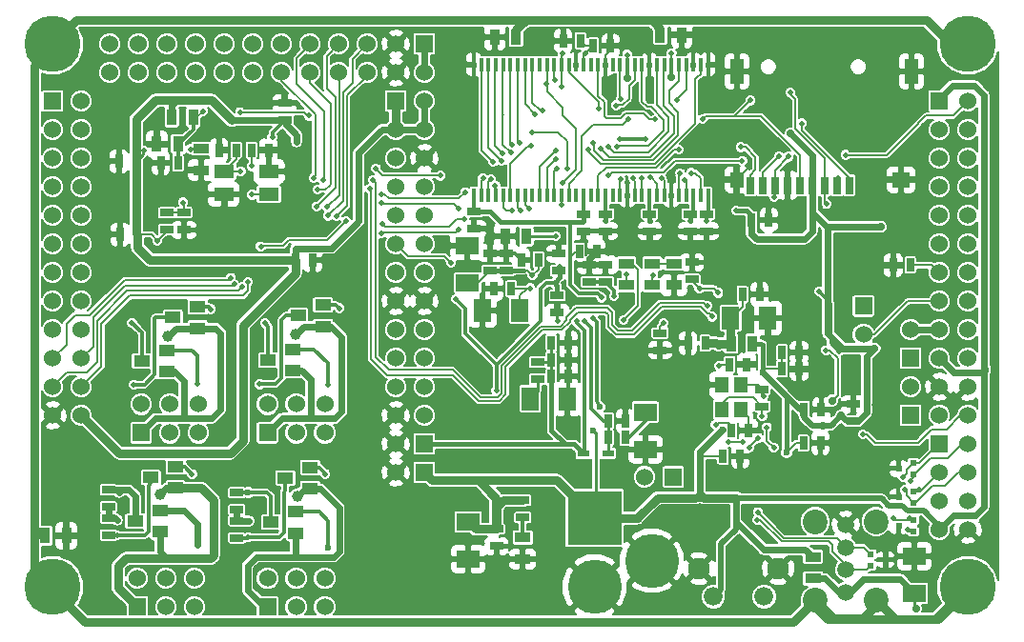
<source format=gbl>
G04 (created by PCBNEW-RS274X (2011-05-31)-stable) date Thu 06 Oct 2011 08:50:46 AM COT*
G01*
G70*
G90*
%MOIN*%
G04 Gerber Fmt 3.4, Leading zero omitted, Abs format*
%FSLAX34Y34*%
G04 APERTURE LIST*
%ADD10C,0.006000*%
%ADD11C,0.196900*%
%ADD12R,0.039300X0.023600*%
%ADD13R,0.026000X0.062000*%
%ADD14R,0.062000X0.054000*%
%ADD15R,0.046000X0.086000*%
%ADD16R,0.046000X0.054000*%
%ADD17R,0.055000X0.035000*%
%ADD18R,0.025000X0.045000*%
%ADD19R,0.045000X0.025000*%
%ADD20R,0.060000X0.060000*%
%ADD21C,0.060000*%
%ADD22C,0.066000*%
%ADD23C,0.076000*%
%ADD24R,0.060000X0.080000*%
%ADD25R,0.080000X0.060000*%
%ADD26R,0.035000X0.055000*%
%ADD27R,0.023600X0.019600*%
%ADD28C,0.086600*%
%ADD29C,0.059100*%
%ADD30C,0.189000*%
%ADD31R,0.189000X0.189000*%
%ADD32R,0.012600X0.046000*%
%ADD33R,0.047200X0.055100*%
%ADD34R,0.070900X0.047200*%
%ADD35R,0.055100X0.039300*%
%ADD36C,0.019700*%
%ADD37C,0.023600*%
%ADD38C,0.039400*%
%ADD39C,0.027600*%
%ADD40C,0.005900*%
%ADD41C,0.007900*%
%ADD42C,0.011800*%
%ADD43C,0.023600*%
%ADD44C,0.031500*%
%ADD45C,0.015700*%
%ADD46C,0.011400*%
%ADD47C,0.019700*%
G04 APERTURE END LIST*
G54D10*
G54D11*
X66500Y-53500D03*
X34500Y-34500D03*
X34500Y-53500D03*
X66500Y-34499D03*
G54D12*
X53059Y-48839D03*
X53925Y-48839D03*
G54D13*
X62356Y-39449D03*
X61926Y-39449D03*
X61496Y-39449D03*
X61056Y-39449D03*
X60626Y-39449D03*
X60196Y-39449D03*
X59756Y-39449D03*
X59326Y-39449D03*
X58896Y-39449D03*
G54D14*
X64166Y-39249D03*
G54D15*
X64526Y-35469D03*
X58426Y-35469D03*
G54D16*
X58416Y-39249D03*
G54D17*
X54563Y-42192D03*
X54563Y-42942D03*
G54D18*
X64493Y-42244D03*
X63893Y-42244D03*
G54D19*
X62496Y-47706D03*
X62496Y-47106D03*
G54D20*
X65500Y-36500D03*
G54D21*
X66500Y-36500D03*
X65500Y-37500D03*
X66500Y-37500D03*
X65500Y-38500D03*
X66500Y-38500D03*
X65500Y-39500D03*
X66500Y-39500D03*
X65500Y-40500D03*
X66500Y-40500D03*
X65500Y-41500D03*
X66500Y-41500D03*
X65500Y-42500D03*
X66500Y-42500D03*
X65500Y-43500D03*
X66500Y-43500D03*
X65500Y-44500D03*
X66500Y-44500D03*
X65500Y-45500D03*
X66500Y-45500D03*
X65500Y-46500D03*
X66500Y-46500D03*
X65500Y-47500D03*
X66500Y-47500D03*
G54D22*
X57607Y-53847D03*
X59377Y-53847D03*
G54D23*
X57107Y-52867D03*
X59867Y-52867D03*
G54D24*
X51200Y-46921D03*
X52500Y-46921D03*
G54D25*
X55236Y-47385D03*
X55236Y-48685D03*
G54D24*
X50839Y-43835D03*
X49539Y-43835D03*
G54D25*
X49008Y-42867D03*
X49008Y-41567D03*
G54D18*
X53401Y-34567D03*
X54001Y-34567D03*
X52957Y-34390D03*
X52357Y-34390D03*
G54D19*
X49228Y-40369D03*
X49228Y-40969D03*
X56791Y-40452D03*
X56791Y-41052D03*
X57366Y-40452D03*
X57366Y-41052D03*
X53055Y-40448D03*
X53055Y-41048D03*
X53835Y-40448D03*
X53835Y-41048D03*
X55378Y-40452D03*
X55378Y-41052D03*
X55740Y-44625D03*
X55740Y-45225D03*
G54D18*
X50536Y-43067D03*
X49936Y-43067D03*
G54D19*
X50024Y-51480D03*
X50024Y-52080D03*
X50945Y-50480D03*
X50945Y-51080D03*
X51453Y-45642D03*
X51453Y-46242D03*
G54D18*
X51936Y-44961D03*
X52536Y-44961D03*
X51944Y-45556D03*
X52544Y-45556D03*
X51944Y-46143D03*
X52544Y-46143D03*
X53928Y-48272D03*
X54528Y-48272D03*
X53928Y-47697D03*
X54528Y-47697D03*
X58936Y-40657D03*
X59536Y-40657D03*
G54D19*
X52185Y-42446D03*
X52185Y-41846D03*
X53831Y-42831D03*
X53831Y-42231D03*
X53264Y-42831D03*
X53264Y-42231D03*
X50373Y-42419D03*
X50373Y-41819D03*
G54D18*
X51489Y-42055D03*
X50889Y-42055D03*
G54D19*
X49799Y-42419D03*
X49799Y-41819D03*
X52146Y-43302D03*
X52146Y-43902D03*
G54D18*
X52913Y-41756D03*
X53513Y-41756D03*
G54D19*
X56854Y-42745D03*
X56854Y-42145D03*
G54D20*
X65500Y-48500D03*
G54D21*
X66500Y-48500D03*
X65500Y-49500D03*
X66500Y-49500D03*
X65500Y-50500D03*
X66500Y-50500D03*
X65500Y-51500D03*
X66500Y-51500D03*
G54D20*
X64500Y-47500D03*
G54D21*
X64500Y-46500D03*
G54D20*
X64500Y-45500D03*
G54D21*
X64500Y-44500D03*
G54D20*
X47500Y-48500D03*
G54D21*
X46500Y-48500D03*
G54D20*
X47500Y-49500D03*
G54D21*
X46500Y-49500D03*
G54D20*
X62851Y-43673D03*
G54D21*
X62851Y-44673D03*
G54D24*
X58212Y-44091D03*
X59512Y-44091D03*
G54D19*
X59311Y-46586D03*
X59311Y-47186D03*
G54D18*
X58765Y-45717D03*
X58165Y-45717D03*
X57940Y-48929D03*
X58540Y-48929D03*
X60779Y-47287D03*
X61379Y-47287D03*
X59999Y-45307D03*
X60599Y-45307D03*
X60747Y-48469D03*
X61347Y-48469D03*
X59999Y-45878D03*
X60599Y-45878D03*
X57320Y-44969D03*
X56720Y-44969D03*
X58228Y-48031D03*
X58828Y-48031D03*
X58621Y-43264D03*
X59221Y-43264D03*
G54D20*
X46500Y-36500D03*
G54D21*
X47500Y-36500D03*
X46500Y-37500D03*
X47500Y-37500D03*
X46500Y-38500D03*
X47500Y-38500D03*
X46500Y-39500D03*
X47500Y-39500D03*
X46500Y-40500D03*
X47500Y-40500D03*
X46500Y-41500D03*
X47500Y-41500D03*
X46500Y-42500D03*
X47500Y-42500D03*
X46500Y-43500D03*
X47500Y-43500D03*
X46500Y-44500D03*
X47500Y-44500D03*
X46500Y-45500D03*
X47500Y-45500D03*
X46500Y-46500D03*
X47500Y-46500D03*
X46500Y-47500D03*
X47500Y-47500D03*
G54D17*
X61080Y-52463D03*
X61080Y-53213D03*
X56224Y-42946D03*
X56224Y-42196D03*
G54D26*
X58219Y-44988D03*
X58969Y-44988D03*
G54D17*
X55472Y-42946D03*
X55472Y-42196D03*
G54D25*
X64631Y-53733D03*
X64631Y-52433D03*
G54D27*
X64590Y-49166D03*
X64590Y-49558D03*
X64080Y-49362D03*
X63112Y-52748D03*
X63112Y-52356D03*
X63622Y-52552D03*
X64594Y-51178D03*
X64594Y-51570D03*
X64084Y-51374D03*
X64594Y-50158D03*
X64594Y-50550D03*
X64084Y-50354D03*
G54D28*
X61158Y-51221D03*
X63300Y-51221D03*
G54D29*
X62229Y-53689D03*
X62229Y-52902D03*
X62229Y-52114D03*
X62229Y-51327D03*
G54D28*
X63300Y-53976D03*
X61158Y-53976D03*
G54D30*
X53449Y-53492D03*
G54D31*
X53449Y-51092D03*
G54D30*
X55449Y-52592D03*
G54D32*
X57416Y-39800D03*
X57416Y-35220D03*
X57160Y-39800D03*
X57160Y-35220D03*
X56904Y-39800D03*
X56904Y-35220D03*
X56648Y-39800D03*
X56648Y-35220D03*
X56392Y-39800D03*
X56392Y-35220D03*
X56136Y-39800D03*
X56136Y-35220D03*
X55880Y-39800D03*
X55880Y-35220D03*
X55624Y-39800D03*
X55624Y-35220D03*
X55368Y-39800D03*
X55368Y-35220D03*
X55112Y-39800D03*
X55112Y-35220D03*
X54856Y-39800D03*
X54856Y-35220D03*
X54600Y-39800D03*
X54600Y-35220D03*
X54344Y-39800D03*
X54344Y-35220D03*
X54088Y-39800D03*
X54088Y-35220D03*
X53832Y-39800D03*
X53832Y-35220D03*
X53576Y-39800D03*
X53576Y-35220D03*
X53320Y-39800D03*
X53320Y-35220D03*
X53064Y-39800D03*
X53064Y-35220D03*
X52808Y-39800D03*
X52808Y-35220D03*
X52552Y-39800D03*
X52552Y-35220D03*
X52296Y-39800D03*
X52296Y-35220D03*
X52040Y-39800D03*
X52040Y-35220D03*
X51784Y-39800D03*
X51784Y-35220D03*
X51528Y-39800D03*
X51528Y-35220D03*
X51272Y-39800D03*
X51272Y-35220D03*
X51016Y-39800D03*
X51016Y-35220D03*
X50760Y-39800D03*
X50760Y-35220D03*
X50504Y-39800D03*
X50504Y-35220D03*
X50248Y-39800D03*
X50248Y-35220D03*
X49992Y-39800D03*
X49992Y-35220D03*
X49736Y-39800D03*
X49736Y-35220D03*
X49480Y-39800D03*
X49480Y-35220D03*
X49224Y-39800D03*
X49224Y-35220D03*
G54D33*
X57898Y-47299D03*
X57898Y-46433D03*
X58567Y-46433D03*
X58567Y-47299D03*
G54D17*
X50938Y-51779D03*
X50938Y-52529D03*
G54D26*
X51064Y-41240D03*
X50314Y-41240D03*
G54D20*
X56193Y-49654D03*
G54D21*
X55193Y-49654D03*
G54D26*
X50710Y-34260D03*
X49960Y-34260D03*
X34230Y-51713D03*
X34980Y-51713D03*
X55743Y-34181D03*
X56493Y-34181D03*
X38673Y-37070D03*
X39423Y-37070D03*
G54D17*
X39705Y-38914D03*
X39705Y-38164D03*
G54D26*
X38895Y-38011D03*
X38145Y-38011D03*
G54D18*
X40919Y-38216D03*
X40319Y-38216D03*
X41457Y-38216D03*
X42057Y-38216D03*
X38891Y-38665D03*
X38291Y-38665D03*
X42996Y-42066D03*
X43596Y-42066D03*
X37423Y-38610D03*
X36823Y-38610D03*
X37458Y-41173D03*
X36858Y-41173D03*
G54D19*
X39095Y-41012D03*
X39095Y-40412D03*
X38493Y-40412D03*
X38493Y-41012D03*
G54D25*
X49032Y-51232D03*
X49032Y-52532D03*
G54D20*
X34500Y-36500D03*
G54D21*
X35500Y-36500D03*
X34500Y-37500D03*
X35500Y-37500D03*
X34500Y-38500D03*
X35500Y-38500D03*
X34500Y-39500D03*
X35500Y-39500D03*
X34500Y-40500D03*
X35500Y-40500D03*
X34500Y-41500D03*
X35500Y-41500D03*
X34500Y-42500D03*
X35500Y-42500D03*
X34500Y-43500D03*
X35500Y-43500D03*
X34500Y-44500D03*
X35500Y-44500D03*
X34500Y-45500D03*
X35500Y-45500D03*
X34500Y-46500D03*
X35500Y-46500D03*
X34500Y-47500D03*
X35500Y-47500D03*
G54D20*
X47500Y-34500D03*
G54D21*
X47500Y-35500D03*
X46500Y-34500D03*
X46500Y-35500D03*
X45500Y-34500D03*
X45500Y-35500D03*
X44500Y-34500D03*
X44500Y-35500D03*
X43500Y-34500D03*
X43500Y-35500D03*
X42500Y-34500D03*
X42500Y-35500D03*
X41500Y-34500D03*
X41500Y-35500D03*
X40500Y-34500D03*
X40500Y-35500D03*
X39500Y-34500D03*
X39500Y-35500D03*
X38500Y-34500D03*
X38500Y-35500D03*
X37500Y-34500D03*
X37500Y-35500D03*
X36500Y-34500D03*
X36500Y-35500D03*
G54D34*
X42064Y-39755D03*
X40489Y-39755D03*
X40489Y-38968D03*
X42064Y-38968D03*
G54D19*
X42615Y-37170D03*
X42615Y-36570D03*
X36458Y-50709D03*
X36458Y-50109D03*
X36462Y-51090D03*
X36462Y-51690D03*
G54D35*
X38257Y-50830D03*
X38257Y-51578D03*
X37391Y-51204D03*
X38804Y-49299D03*
X38804Y-50047D03*
X37938Y-49673D03*
G54D19*
X40938Y-51192D03*
X40938Y-51792D03*
X40938Y-50804D03*
X40938Y-50204D03*
G54D35*
X43509Y-49319D03*
X43509Y-50067D03*
X42643Y-49693D03*
X43001Y-50866D03*
X43001Y-51614D03*
X42135Y-51240D03*
X38481Y-45219D03*
X38481Y-45967D03*
X37615Y-45593D03*
X39576Y-43702D03*
X39576Y-44450D03*
X38710Y-44076D03*
G54D20*
X37600Y-48109D03*
G54D21*
X37600Y-47109D03*
X38600Y-48109D03*
X38600Y-47109D03*
X39600Y-48109D03*
X39600Y-47109D03*
G54D20*
X42017Y-54204D03*
G54D21*
X42017Y-53204D03*
X43017Y-54204D03*
X43017Y-53204D03*
X44017Y-54204D03*
X44017Y-53204D03*
G54D20*
X37458Y-54201D03*
G54D21*
X37458Y-53201D03*
X38458Y-54201D03*
X38458Y-53201D03*
X39458Y-54201D03*
X39458Y-53201D03*
G54D20*
X42018Y-48109D03*
G54D21*
X42018Y-47109D03*
X43018Y-48109D03*
X43018Y-47109D03*
X44018Y-48109D03*
X44018Y-47109D03*
G54D35*
X43959Y-43637D03*
X43959Y-44385D03*
X43093Y-44011D03*
X42912Y-45188D03*
X42912Y-45936D03*
X42046Y-45562D03*
G54D36*
X49978Y-39462D03*
X51378Y-36969D03*
X51627Y-36836D03*
X49827Y-39240D03*
X49551Y-39213D03*
X50197Y-38602D03*
X50236Y-38327D03*
X50531Y-38307D03*
X50571Y-38031D03*
X50846Y-37972D03*
X52088Y-38242D03*
X52283Y-35984D03*
X52323Y-34823D03*
X53941Y-38106D03*
X53665Y-38154D03*
X53406Y-37976D03*
X56319Y-36457D03*
X55088Y-39183D03*
X54799Y-39193D03*
X54350Y-39230D03*
X56390Y-38205D03*
X52108Y-38521D03*
X52297Y-40116D03*
X59724Y-39862D03*
X60236Y-38445D03*
X60689Y-37283D03*
X62362Y-39370D03*
X60295Y-36201D03*
X61559Y-40106D03*
X48055Y-39113D03*
X45805Y-38863D03*
X39060Y-40051D03*
X39379Y-49555D03*
X44032Y-49555D03*
X40033Y-43785D03*
X44526Y-43751D03*
X39572Y-52031D03*
G54D37*
X44139Y-52118D03*
G54D36*
X39564Y-46400D03*
X44116Y-46416D03*
X43730Y-40188D03*
X44105Y-40213D03*
X43757Y-39594D03*
X44430Y-40538D03*
X44130Y-40513D03*
X41330Y-42838D03*
X41130Y-43013D03*
X40855Y-42913D03*
X40730Y-42688D03*
G54D38*
X38249Y-50275D03*
X43060Y-50334D03*
X38529Y-44743D03*
X43010Y-44676D03*
G54D36*
X45605Y-39563D03*
X57560Y-44043D03*
X43955Y-39263D03*
X57380Y-43663D03*
X45705Y-39263D03*
X43627Y-39196D03*
X46005Y-41138D03*
X48680Y-41013D03*
X48880Y-40638D03*
X46030Y-40813D03*
X46005Y-40063D03*
X48705Y-40263D03*
X41780Y-41588D03*
X44755Y-40713D03*
X39753Y-36850D03*
X36761Y-51165D03*
G54D37*
X41359Y-51197D03*
G54D36*
X57685Y-47827D03*
G54D39*
X57783Y-45051D03*
G54D36*
X58858Y-48634D03*
X59177Y-48287D03*
X58142Y-48421D03*
X58630Y-48429D03*
X59713Y-48630D03*
X59472Y-47921D03*
X64380Y-51488D03*
X64305Y-50113D03*
X59311Y-47535D03*
X59362Y-46831D03*
X61949Y-39213D03*
X50557Y-40328D03*
X51220Y-38071D03*
X49902Y-38622D03*
X51157Y-40264D03*
X50864Y-40325D03*
X52118Y-38850D03*
X52339Y-39366D03*
X51772Y-35886D03*
X52067Y-35768D03*
X56828Y-39014D03*
X56610Y-39270D03*
X54217Y-38083D03*
X53228Y-38181D03*
X56438Y-39025D03*
X55791Y-39193D03*
X55394Y-39177D03*
X54358Y-36441D03*
X54197Y-36650D03*
X54616Y-37136D03*
X53602Y-36752D03*
X55561Y-37145D03*
X46005Y-39763D03*
X48930Y-39688D03*
X59331Y-39646D03*
X59902Y-38425D03*
X43455Y-37013D03*
X41055Y-36888D03*
X58607Y-38590D03*
X53938Y-39110D03*
X51276Y-37583D03*
X52489Y-38858D03*
X62224Y-38386D03*
X58563Y-38110D03*
X58898Y-36476D03*
X57224Y-37126D03*
X54461Y-44165D03*
G54D39*
X61755Y-46988D03*
G54D36*
X61543Y-45220D03*
X46500Y-41500D03*
X48430Y-42163D03*
X62830Y-48163D03*
X64230Y-49663D03*
X64805Y-50088D03*
X64455Y-51113D03*
X63905Y-51113D03*
X64480Y-49788D03*
X55504Y-42591D03*
X37705Y-38238D03*
X42180Y-37763D03*
X43030Y-37938D03*
X42528Y-42066D03*
X38162Y-41385D03*
G54D38*
X40498Y-40372D03*
G54D39*
X63405Y-45488D03*
G54D36*
X43902Y-42066D03*
X41930Y-42588D03*
X45005Y-37963D03*
X58386Y-38394D03*
G54D37*
X52635Y-47894D03*
G54D36*
X39103Y-41330D03*
X43469Y-38417D03*
X60737Y-49457D03*
X48602Y-44075D03*
X56909Y-37854D03*
X57205Y-35787D03*
X55642Y-46858D03*
G54D39*
X63134Y-34370D03*
G54D36*
X52165Y-44185D03*
X54638Y-36717D03*
X60094Y-44807D03*
X61220Y-45492D03*
X59650Y-43146D03*
G54D39*
X57299Y-34677D03*
X51673Y-34587D03*
G54D36*
X54764Y-43339D03*
X53705Y-44091D03*
X53776Y-46126D03*
X55134Y-45031D03*
X55748Y-43350D03*
X56843Y-44488D03*
X62028Y-43736D03*
X61110Y-44705D03*
X60512Y-49169D03*
X60701Y-47878D03*
X63232Y-47134D03*
X55295Y-34803D03*
X58429Y-34358D03*
X54555Y-42563D03*
X53130Y-34823D03*
X59130Y-51163D03*
X57803Y-45768D03*
X59155Y-50888D03*
G54D39*
X64690Y-54264D03*
G54D36*
X41462Y-38779D03*
X41473Y-39775D03*
X41076Y-38956D03*
X37274Y-44266D03*
X36820Y-50189D03*
X36749Y-51689D03*
X39327Y-38185D03*
X37340Y-46428D03*
G54D37*
X41340Y-50193D03*
G54D36*
X41343Y-51764D03*
X41746Y-46412D03*
X41927Y-44270D03*
X53098Y-44185D03*
G54D37*
X53642Y-47209D03*
X53394Y-48035D03*
G54D36*
X53390Y-44091D03*
G54D37*
X57925Y-47988D03*
G54D36*
X54122Y-43327D03*
X51201Y-43051D03*
X51276Y-42594D03*
X57114Y-43051D03*
X57772Y-43209D03*
G54D39*
X63237Y-45161D03*
G54D36*
X48599Y-43425D03*
X50016Y-46630D03*
G54D39*
X60303Y-37630D03*
X61417Y-47858D03*
G54D37*
X59319Y-45992D03*
X60165Y-48803D03*
G54D39*
X62063Y-47508D03*
G54D36*
X61299Y-43161D03*
X61984Y-45252D03*
X52094Y-41228D03*
G54D39*
X63465Y-40902D03*
G54D36*
X58406Y-40335D03*
X52244Y-42283D03*
X52047Y-42874D03*
X54587Y-34882D03*
X56142Y-34823D03*
X53693Y-43378D03*
X53051Y-40701D03*
X53831Y-40701D03*
X55382Y-40705D03*
X57366Y-40705D03*
X56791Y-40705D03*
G54D39*
X56146Y-35669D03*
X54591Y-35685D03*
G54D36*
X54346Y-37846D03*
X55244Y-37846D03*
X52824Y-44189D03*
X55858Y-44268D03*
G54D40*
X49992Y-39800D02*
X49992Y-39476D01*
X49992Y-39476D02*
X49978Y-39462D01*
X51016Y-36607D02*
X51378Y-36969D01*
X51016Y-35220D02*
X51016Y-36607D01*
G54D41*
X51627Y-36836D02*
X51556Y-36836D01*
X51272Y-36552D02*
X51272Y-35220D01*
X51556Y-36836D02*
X51272Y-36552D01*
X49736Y-39800D02*
X49736Y-39331D01*
X49736Y-39331D02*
X49827Y-39240D01*
X49481Y-39283D02*
X49481Y-39420D01*
X49481Y-39420D02*
X49481Y-39799D01*
G54D40*
X49551Y-39213D02*
X49481Y-39283D01*
G54D41*
X49481Y-39799D02*
X49480Y-39800D01*
X49738Y-36732D02*
X49738Y-38143D01*
X49738Y-38143D02*
X50197Y-38602D01*
X49738Y-36754D02*
X49738Y-36732D01*
X49738Y-36732D02*
X49738Y-35222D01*
X49738Y-35222D02*
X49736Y-35220D01*
G54D40*
X49737Y-36753D02*
X49738Y-36754D01*
G54D41*
X49978Y-36549D02*
X49978Y-38069D01*
X49978Y-38069D02*
X50236Y-38327D01*
X49978Y-36549D02*
X49978Y-35234D01*
X49978Y-35234D02*
X49992Y-35220D01*
G54D40*
X49978Y-36549D02*
X49993Y-36534D01*
G54D41*
X50246Y-36974D02*
X50246Y-38022D01*
X50246Y-38022D02*
X50531Y-38307D01*
X50246Y-36974D02*
X50246Y-35222D01*
X50246Y-35222D02*
X50248Y-35220D01*
G54D40*
X50249Y-36971D02*
X50246Y-36974D01*
G54D41*
X50498Y-36811D02*
X50498Y-37958D01*
X50498Y-37958D02*
X50571Y-38031D01*
X50498Y-36825D02*
X50498Y-36811D01*
X50498Y-36811D02*
X50498Y-35226D01*
X50498Y-35226D02*
X50504Y-35220D01*
G54D40*
X50505Y-36818D02*
X50498Y-36825D01*
G54D41*
X50773Y-36628D02*
X50773Y-37899D01*
X50773Y-37899D02*
X50846Y-37972D01*
X50773Y-36628D02*
X50773Y-35233D01*
X50773Y-35233D02*
X50760Y-35220D01*
G54D40*
X50761Y-36616D02*
X50773Y-36628D01*
G54D41*
X51528Y-39800D02*
X51528Y-38802D01*
X51528Y-38802D02*
X52088Y-38242D01*
X52296Y-35971D02*
X52296Y-35220D01*
X52283Y-35984D02*
X52296Y-35971D01*
G54D40*
X52323Y-34823D02*
X52296Y-34850D01*
X52296Y-34850D02*
X52296Y-35220D01*
X52297Y-35221D02*
X52296Y-35220D01*
X55622Y-36645D02*
X55622Y-35222D01*
X53941Y-38106D02*
X54130Y-38295D01*
X54130Y-38295D02*
X55324Y-38295D01*
X55324Y-38295D02*
X56045Y-37574D01*
X56045Y-37574D02*
X56045Y-37068D01*
X56045Y-37068D02*
X55622Y-36645D01*
X55622Y-35222D02*
X55624Y-35220D01*
X53959Y-38448D02*
X53665Y-38154D01*
X55877Y-35223D02*
X55881Y-35219D01*
X55881Y-35219D02*
X55880Y-35220D01*
X53959Y-38448D02*
X55394Y-38448D01*
X56218Y-37018D02*
X55877Y-36677D01*
X56218Y-37624D02*
X56218Y-37018D01*
X55394Y-38448D02*
X56218Y-37624D01*
X55877Y-36677D02*
X55877Y-35223D01*
G54D41*
X56374Y-37693D02*
X56374Y-36886D01*
G54D40*
X55496Y-38571D02*
X56374Y-37693D01*
X53772Y-38571D02*
X55496Y-38571D01*
X53445Y-38244D02*
X53772Y-38571D01*
X53445Y-38015D02*
X53445Y-38244D01*
X53406Y-37976D02*
X53445Y-38015D01*
G54D41*
X56392Y-35793D02*
X56392Y-35220D01*
X56063Y-36122D02*
X56392Y-35793D01*
X56063Y-36575D02*
X56063Y-36122D01*
X56374Y-36886D02*
X56063Y-36575D01*
G54D40*
X56374Y-35238D02*
X56392Y-35220D01*
G54D41*
X56648Y-36088D02*
X56319Y-36417D01*
X56319Y-36417D02*
X56319Y-36457D01*
X56648Y-36088D02*
X56648Y-35220D01*
G54D40*
X55112Y-39800D02*
X55112Y-39207D01*
X55112Y-39207D02*
X55088Y-39183D01*
X55110Y-39798D02*
X55112Y-39800D01*
G54D41*
X54799Y-39193D02*
X54799Y-39249D01*
X54856Y-39306D02*
X54856Y-39800D01*
X54799Y-39249D02*
X54856Y-39306D01*
X54840Y-39784D02*
X54856Y-39800D01*
G54D40*
X54344Y-39236D02*
X54344Y-39800D01*
X54350Y-39230D02*
X54344Y-39236D01*
X56390Y-38205D02*
X56218Y-38205D01*
X53576Y-39097D02*
X53576Y-39800D01*
X53851Y-38822D02*
X53576Y-39097D01*
X55601Y-38822D02*
X53851Y-38822D01*
X56218Y-38205D02*
X55601Y-38822D01*
G54D41*
X51784Y-39800D02*
X51784Y-38845D01*
X51784Y-38845D02*
X52108Y-38521D01*
G54D40*
X52297Y-40116D02*
X52297Y-39801D01*
X52297Y-39801D02*
X52296Y-39800D01*
X52297Y-40116D02*
X52296Y-40115D01*
G54D41*
X59756Y-39449D02*
X59756Y-38925D01*
X59756Y-38925D02*
X60236Y-38445D01*
X59756Y-39830D02*
X59756Y-39449D01*
X59724Y-39862D02*
X59756Y-39830D01*
G54D40*
X59783Y-38898D02*
X60236Y-38445D01*
X59783Y-39422D02*
X59756Y-39449D01*
X62356Y-39449D02*
X62356Y-39190D01*
X60689Y-37523D02*
X60689Y-37283D01*
X62356Y-39190D02*
X60689Y-37523D01*
X62356Y-39376D02*
X62356Y-39449D01*
X62362Y-39370D02*
X62356Y-39376D01*
X60403Y-36367D02*
X60295Y-36259D01*
X60295Y-36259D02*
X60295Y-36201D01*
X60403Y-36367D02*
X60403Y-36368D01*
X60394Y-36359D02*
X60403Y-36368D01*
X60403Y-36368D02*
X60453Y-36418D01*
X60453Y-36418D02*
X60453Y-37459D01*
X60453Y-37459D02*
X61496Y-38502D01*
X61496Y-38502D02*
X61496Y-39449D01*
X61496Y-40043D02*
X61496Y-39449D01*
X61559Y-40106D02*
X61496Y-40043D01*
X48055Y-39113D02*
X48030Y-39088D01*
X48030Y-39088D02*
X46030Y-39088D01*
X46030Y-39088D02*
X45805Y-38863D01*
X39095Y-40412D02*
X39095Y-40086D01*
X39095Y-40086D02*
X39060Y-40051D01*
X38493Y-40412D02*
X39095Y-40412D01*
G54D42*
X39379Y-49555D02*
X39123Y-49299D01*
X39123Y-49299D02*
X38804Y-49299D01*
X43509Y-49319D02*
X43816Y-49319D01*
X44032Y-49535D02*
X44032Y-49555D01*
X43816Y-49319D02*
X44032Y-49535D01*
X39576Y-43702D02*
X39950Y-43702D01*
X39950Y-43702D02*
X40033Y-43785D01*
X43959Y-43637D02*
X44400Y-43637D01*
X44514Y-43751D02*
X44526Y-43751D01*
X44400Y-43637D02*
X44514Y-43751D01*
G54D43*
X38257Y-50830D02*
X39095Y-50830D01*
X39095Y-50830D02*
X39572Y-51307D01*
X39572Y-51307D02*
X39572Y-52031D01*
G54D42*
X43001Y-50866D02*
X43820Y-50866D01*
X44139Y-51185D02*
X44139Y-52118D01*
X43820Y-50866D02*
X44139Y-51185D01*
X38481Y-45219D02*
X39378Y-45219D01*
X39564Y-45405D02*
X39564Y-46400D01*
X39378Y-45219D02*
X39564Y-45405D01*
X42912Y-45188D02*
X43641Y-45188D01*
X44116Y-45663D02*
X44116Y-46416D01*
X43641Y-45188D02*
X44116Y-45663D01*
G54D40*
X44080Y-34920D02*
X44500Y-34500D01*
X44080Y-36063D02*
X44080Y-34920D01*
X44380Y-36363D02*
X44080Y-36063D01*
X44380Y-39538D02*
X44380Y-36363D01*
X43730Y-40188D02*
X44380Y-39538D01*
X44530Y-35530D02*
X44500Y-35500D01*
X44530Y-39788D02*
X44530Y-35530D01*
X44105Y-40213D02*
X44530Y-39788D01*
X44234Y-38663D02*
X44234Y-36592D01*
X44184Y-39463D02*
X44234Y-39413D01*
X44234Y-39413D02*
X44234Y-38663D01*
X44032Y-39598D02*
X44045Y-39598D01*
X43761Y-39598D02*
X44032Y-39598D01*
X43757Y-39594D02*
X43761Y-39598D01*
X44045Y-39598D02*
X44180Y-39463D01*
X44180Y-39463D02*
X44184Y-39463D01*
X43500Y-35858D02*
X43500Y-35500D01*
X44234Y-36592D02*
X43500Y-35858D01*
X45500Y-35500D02*
X45500Y-35618D01*
X44805Y-40163D02*
X44430Y-40538D01*
X44805Y-36313D02*
X44805Y-40163D01*
X45500Y-35618D02*
X44805Y-36313D01*
X44980Y-35020D02*
X45500Y-34500D01*
X44980Y-35863D02*
X44980Y-35020D01*
X44655Y-36188D02*
X44980Y-35863D01*
X44655Y-39988D02*
X44655Y-36188D01*
X44130Y-40513D02*
X44655Y-39988D01*
G54D41*
X36205Y-45795D02*
X35500Y-46500D01*
X36205Y-44313D02*
X36205Y-45795D01*
X37205Y-43313D02*
X36205Y-44313D01*
X41155Y-43313D02*
X37205Y-43313D01*
X41330Y-43138D02*
X41155Y-43313D01*
X41330Y-43013D02*
X41330Y-43138D01*
X41330Y-42838D02*
X41330Y-43013D01*
X35012Y-45988D02*
X34500Y-46500D01*
X35705Y-45988D02*
X35012Y-45988D01*
X36055Y-45638D02*
X35705Y-45988D01*
X36055Y-44188D02*
X36055Y-45638D01*
X37105Y-43138D02*
X36055Y-44188D01*
X41005Y-43138D02*
X37105Y-43138D01*
X41130Y-43013D02*
X41005Y-43138D01*
X35914Y-45086D02*
X35500Y-45500D01*
X35914Y-44079D02*
X35914Y-45086D01*
X37030Y-42963D02*
X35914Y-44079D01*
X40805Y-42963D02*
X37030Y-42963D01*
X40855Y-42913D02*
X40805Y-42963D01*
X34980Y-45020D02*
X34500Y-45500D01*
X34980Y-44288D02*
X34980Y-45020D01*
X35280Y-43988D02*
X34980Y-44288D01*
X35805Y-43988D02*
X35280Y-43988D01*
X37030Y-42763D02*
X35805Y-43988D01*
X40655Y-42763D02*
X37030Y-42763D01*
X40730Y-42688D02*
X40655Y-42763D01*
G54D43*
X38257Y-51578D02*
X38257Y-52260D01*
X38257Y-52260D02*
X38505Y-52508D01*
X38804Y-50047D02*
X38477Y-50047D01*
X38477Y-50047D02*
X38249Y-50275D01*
G54D44*
X38804Y-50047D02*
X39704Y-50047D01*
X36792Y-53535D02*
X37458Y-54201D01*
X36792Y-52768D02*
X36792Y-53535D01*
X37052Y-52508D02*
X36792Y-52768D01*
X40021Y-52508D02*
X38505Y-52508D01*
X38505Y-52508D02*
X37052Y-52508D01*
X40127Y-52402D02*
X40021Y-52508D01*
X40127Y-50470D02*
X40127Y-52402D01*
X39704Y-50047D02*
X40127Y-50470D01*
G54D43*
X43001Y-51614D02*
X43001Y-52449D01*
X43001Y-52449D02*
X42997Y-52453D01*
X43509Y-50067D02*
X43852Y-50067D01*
X41902Y-54204D02*
X42017Y-54204D01*
X41320Y-53622D02*
X41902Y-54204D01*
X41320Y-52753D02*
X41320Y-53622D01*
X41620Y-52453D02*
X41320Y-52753D01*
X44327Y-52453D02*
X42997Y-52453D01*
X42997Y-52453D02*
X41620Y-52453D01*
X44517Y-52263D02*
X44327Y-52453D01*
X44517Y-50732D02*
X44517Y-52263D01*
X43852Y-50067D02*
X44517Y-50732D01*
X43509Y-50067D02*
X43327Y-50067D01*
X43327Y-50067D02*
X43060Y-50334D01*
X39576Y-44450D02*
X38822Y-44450D01*
X38822Y-44450D02*
X38529Y-44743D01*
X40379Y-45243D02*
X40379Y-44627D01*
X40379Y-45243D02*
X40379Y-47290D01*
X40379Y-47290D02*
X40056Y-47613D01*
X39104Y-47613D02*
X40056Y-47613D01*
X40202Y-44450D02*
X39576Y-44450D01*
X40379Y-44627D02*
X40202Y-44450D01*
X38481Y-45967D02*
X38761Y-45967D01*
X39104Y-46310D02*
X39104Y-47613D01*
X38761Y-45967D02*
X39104Y-46310D01*
X38096Y-47613D02*
X37600Y-48109D01*
X39104Y-47613D02*
X38096Y-47613D01*
X42912Y-45936D02*
X43207Y-45936D01*
X43514Y-46243D02*
X43514Y-47605D01*
X43207Y-45936D02*
X43514Y-46243D01*
X43959Y-44385D02*
X44223Y-44385D01*
X42522Y-47605D02*
X42018Y-48109D01*
X44369Y-47605D02*
X43514Y-47605D01*
X43514Y-47605D02*
X42522Y-47605D01*
X44609Y-47365D02*
X44369Y-47605D01*
X44609Y-44771D02*
X44609Y-47365D01*
X44223Y-44385D02*
X44609Y-44771D01*
X43301Y-44385D02*
X43959Y-44385D01*
X43010Y-44676D02*
X43301Y-44385D01*
G54D40*
X49730Y-47004D02*
X49396Y-47004D01*
X45630Y-39588D02*
X45605Y-39563D01*
X45630Y-45538D02*
X45630Y-39588D01*
X46180Y-46088D02*
X45630Y-45538D01*
X48480Y-46088D02*
X46180Y-46088D01*
X49396Y-47004D02*
X48480Y-46088D01*
X52591Y-44217D02*
X52591Y-44229D01*
X52591Y-44229D02*
X52308Y-44512D01*
X52308Y-44512D02*
X51642Y-44512D01*
X51642Y-44512D02*
X50343Y-45811D01*
X50343Y-45811D02*
X50343Y-46776D01*
X50343Y-46776D02*
X50115Y-47004D01*
X50115Y-47004D02*
X49730Y-47004D01*
X49730Y-47004D02*
X49729Y-47004D01*
X52591Y-44153D02*
X52591Y-44217D01*
X52860Y-43884D02*
X52591Y-44153D01*
X53831Y-43884D02*
X52860Y-43884D01*
X53921Y-43974D02*
X53831Y-43884D01*
X53921Y-44389D02*
X53921Y-43974D01*
X54212Y-44680D02*
X53921Y-44389D01*
X54824Y-44680D02*
X54212Y-44680D01*
X55800Y-43704D02*
X54824Y-44680D01*
X57153Y-43704D02*
X55800Y-43704D01*
X57382Y-43933D02*
X57153Y-43704D01*
X57450Y-43933D02*
X57382Y-43933D01*
X57560Y-44043D02*
X57450Y-43933D01*
X44005Y-38913D02*
X44005Y-39213D01*
X44005Y-39213D02*
X43955Y-39263D01*
X43500Y-34500D02*
X43500Y-34543D01*
X44005Y-36863D02*
X44005Y-38913D01*
X44005Y-38913D02*
X44005Y-38938D01*
X43030Y-35888D02*
X44005Y-36863D01*
X43030Y-35013D02*
X43030Y-35888D01*
X43500Y-34543D02*
X43030Y-35013D01*
X49729Y-47004D02*
X49721Y-47004D01*
X57355Y-43663D02*
X57380Y-43663D01*
X57255Y-43563D02*
X57355Y-43663D01*
X55730Y-43563D02*
X57255Y-43563D01*
X54755Y-44538D02*
X55730Y-43563D01*
X54255Y-44538D02*
X54755Y-44538D01*
X54055Y-44338D02*
X54255Y-44538D01*
X54055Y-43888D02*
X54055Y-44338D01*
X53905Y-43738D02*
X54055Y-43888D01*
X52805Y-43738D02*
X53905Y-43738D01*
X52470Y-44073D02*
X52805Y-43738D01*
X52470Y-44173D02*
X52470Y-44073D01*
X52255Y-44388D02*
X52470Y-44173D01*
X51573Y-44388D02*
X52255Y-44388D01*
X50205Y-45756D02*
X51573Y-44388D01*
X50205Y-46730D02*
X50205Y-45756D01*
X50072Y-46863D02*
X50205Y-46730D01*
X49455Y-46863D02*
X50072Y-46863D01*
X48505Y-45913D02*
X49455Y-46863D01*
X46255Y-45913D02*
X48505Y-45913D01*
X45805Y-45463D02*
X46255Y-45913D01*
X45805Y-39363D02*
X45805Y-45463D01*
X45705Y-39263D02*
X45805Y-39363D01*
X43627Y-39196D02*
X43627Y-39166D01*
X43627Y-39166D02*
X43680Y-39113D01*
X43680Y-39113D02*
X43680Y-36963D01*
X43680Y-36963D02*
X42500Y-35783D01*
X42500Y-35783D02*
X42500Y-35500D01*
X46055Y-41088D02*
X46005Y-41138D01*
X48605Y-41088D02*
X46055Y-41088D01*
X48680Y-41013D02*
X48605Y-41088D01*
X48630Y-40638D02*
X48880Y-40638D01*
X48355Y-40913D02*
X48630Y-40638D01*
X46130Y-40913D02*
X48355Y-40913D01*
X46030Y-40813D02*
X46130Y-40913D01*
X46030Y-40088D02*
X46005Y-40063D01*
X48530Y-40088D02*
X46030Y-40088D01*
X48705Y-40263D02*
X48530Y-40088D01*
X44105Y-41363D02*
X44755Y-40713D01*
X42755Y-41363D02*
X44105Y-41363D01*
X42555Y-41563D02*
X42755Y-41363D01*
X41805Y-41563D02*
X42555Y-41563D01*
X41780Y-41588D02*
X41805Y-41563D01*
X44755Y-40713D02*
X44755Y-40738D01*
G54D42*
X38895Y-38011D02*
X38895Y-38661D01*
X38895Y-38661D02*
X38891Y-38665D01*
X39423Y-37070D02*
X39423Y-37483D01*
X39423Y-37483D02*
X38895Y-38011D01*
G54D41*
X39533Y-37070D02*
X39423Y-37070D01*
X39753Y-36850D02*
X39533Y-37070D01*
G54D43*
X36458Y-50709D02*
X36458Y-51086D01*
X36458Y-51086D02*
X36462Y-51090D01*
X36462Y-51090D02*
X36686Y-51090D01*
X36686Y-51090D02*
X36761Y-51165D01*
X40938Y-50804D02*
X40938Y-51192D01*
X40938Y-51192D02*
X41354Y-51192D01*
X41354Y-51192D02*
X41359Y-51197D01*
G54D41*
X58177Y-47756D02*
X58177Y-47980D01*
X58177Y-47980D02*
X58228Y-48031D01*
X58083Y-47756D02*
X58177Y-47756D01*
X58177Y-47756D02*
X58170Y-47756D01*
X58083Y-47756D02*
X57756Y-47756D01*
X57756Y-47756D02*
X57685Y-47827D01*
X58621Y-43264D02*
X58621Y-43682D01*
X58621Y-43682D02*
X58212Y-44091D01*
G54D44*
X58212Y-44091D02*
X58212Y-44981D01*
G54D41*
X58212Y-44981D02*
X58219Y-44988D01*
G54D44*
X57320Y-44969D02*
X57701Y-44969D01*
G54D41*
X57701Y-44969D02*
X57783Y-45051D01*
G54D44*
X58219Y-44988D02*
X57846Y-44988D01*
G54D45*
X57846Y-44988D02*
X57783Y-45051D01*
G54D41*
X58858Y-48606D02*
X58858Y-48634D01*
X59177Y-48287D02*
X58858Y-48606D01*
G54D40*
X58622Y-48421D02*
X58142Y-48421D01*
X58630Y-48429D02*
X58622Y-48421D01*
X59472Y-48389D02*
X59472Y-47921D01*
X59713Y-48630D02*
X59472Y-48389D01*
X64462Y-51570D02*
X64594Y-51570D01*
X64380Y-51488D02*
X64462Y-51570D01*
X64355Y-50311D02*
X64594Y-50550D01*
X64355Y-50163D02*
X64355Y-50311D01*
X64305Y-50113D02*
X64355Y-50163D01*
X64594Y-50550D02*
X64668Y-50550D01*
X66168Y-49500D02*
X66500Y-49500D01*
X65705Y-49963D02*
X66168Y-49500D01*
X65255Y-49963D02*
X65705Y-49963D01*
X64668Y-50550D02*
X65255Y-49963D01*
X59311Y-47535D02*
X59311Y-47186D01*
X57898Y-47299D02*
X57898Y-47094D01*
X57898Y-47094D02*
X58126Y-46866D01*
X58126Y-46866D02*
X58991Y-46866D01*
X58991Y-46866D02*
X59311Y-47186D01*
X59311Y-46780D02*
X59311Y-46586D01*
X59362Y-46831D02*
X59311Y-46780D01*
X58567Y-46433D02*
X59158Y-46433D01*
X59158Y-46433D02*
X59311Y-46586D01*
X61926Y-39236D02*
X61926Y-39449D01*
X61949Y-39213D02*
X61926Y-39236D01*
X50557Y-40328D02*
X50352Y-40328D01*
X50248Y-40224D02*
X50248Y-39800D01*
X50352Y-40328D02*
X50248Y-40224D01*
G54D41*
X50504Y-38689D02*
X50504Y-39800D01*
X51102Y-38091D02*
X50504Y-38689D01*
X51200Y-38091D02*
X51102Y-38091D01*
X51220Y-38071D02*
X51200Y-38091D01*
X49498Y-36535D02*
X49498Y-38218D01*
X49498Y-38218D02*
X49902Y-38622D01*
X49498Y-36549D02*
X49498Y-36535D01*
X49498Y-36535D02*
X49498Y-35238D01*
X49498Y-35238D02*
X49480Y-35220D01*
G54D40*
X49498Y-36549D02*
X49481Y-36532D01*
X51016Y-40123D02*
X51016Y-39800D01*
X51157Y-40264D02*
X51016Y-40123D01*
X50760Y-39800D02*
X50760Y-40221D01*
X50760Y-40221D02*
X50864Y-40325D01*
G54D41*
X52118Y-38850D02*
X52118Y-38872D01*
X52040Y-38950D02*
X52040Y-39800D01*
X52118Y-38872D02*
X52040Y-38950D01*
G54D40*
X52337Y-36723D02*
X52337Y-36990D01*
X52808Y-38897D02*
X52339Y-39366D01*
X52808Y-37461D02*
X52808Y-38897D01*
X52337Y-36990D02*
X52808Y-37461D01*
X51784Y-35220D02*
X51784Y-35874D01*
X51784Y-35874D02*
X51772Y-35886D01*
X51784Y-35220D02*
X51784Y-36170D01*
X51784Y-36170D02*
X52337Y-36723D01*
X52337Y-36723D02*
X52339Y-36725D01*
G54D41*
X52040Y-35220D02*
X52040Y-35760D01*
X52048Y-35768D02*
X52067Y-35768D01*
X52040Y-35760D02*
X52048Y-35768D01*
X56828Y-39014D02*
X56974Y-39014D01*
X57160Y-39200D02*
X57160Y-39800D01*
X56974Y-39014D02*
X57160Y-39200D01*
G54D40*
X56648Y-39308D02*
X56648Y-39800D01*
X56610Y-39270D02*
X56648Y-39308D01*
X55110Y-36518D02*
X55110Y-35222D01*
X55872Y-37152D02*
X55413Y-36693D01*
X55413Y-36693D02*
X55285Y-36693D01*
X55285Y-36693D02*
X55110Y-36518D01*
X55872Y-37526D02*
X55872Y-37152D01*
X55110Y-35222D02*
X55112Y-35220D01*
X55331Y-38067D02*
X55872Y-37526D01*
X54233Y-38067D02*
X55331Y-38067D01*
X54217Y-38083D02*
X54233Y-38067D01*
X55872Y-37526D02*
X55875Y-37523D01*
X57110Y-35604D02*
X57113Y-35604D01*
X56969Y-35745D02*
X57110Y-35604D01*
X53228Y-38181D02*
X53228Y-38255D01*
X56969Y-37282D02*
X56969Y-36054D01*
X55554Y-38697D02*
X56969Y-37282D01*
X53670Y-38697D02*
X55554Y-38697D01*
X53228Y-38255D02*
X53670Y-38697D01*
X56969Y-36054D02*
X56969Y-35745D01*
X57160Y-35557D02*
X57160Y-35220D01*
X57113Y-35604D02*
X57160Y-35557D01*
X57157Y-35223D02*
X57160Y-35220D01*
X56392Y-39800D02*
X56392Y-39128D01*
G54D41*
X56438Y-39082D02*
X56392Y-39128D01*
X56438Y-39025D02*
X56438Y-39082D01*
X55791Y-39193D02*
X55793Y-39193D01*
X55880Y-39280D02*
X55880Y-39800D01*
X55793Y-39193D02*
X55880Y-39280D01*
X55394Y-39177D02*
X55417Y-39177D01*
X55624Y-39384D02*
X55624Y-39800D01*
X55417Y-39177D02*
X55624Y-39384D01*
G54D40*
X54344Y-35220D02*
X54344Y-36427D01*
X54344Y-36427D02*
X54358Y-36441D01*
X54426Y-36642D02*
X54205Y-36642D01*
X54650Y-36418D02*
X54426Y-36642D01*
G54D41*
X54856Y-35220D02*
X54856Y-35755D01*
X54856Y-35755D02*
X54650Y-35961D01*
G54D40*
X54650Y-35961D02*
X54650Y-36418D01*
X54205Y-36642D02*
X54197Y-36650D01*
X54848Y-35228D02*
X54856Y-35220D01*
X53451Y-37328D02*
X53405Y-37328D01*
X53451Y-37328D02*
X54424Y-37328D01*
X54424Y-37328D02*
X54616Y-37136D01*
X52552Y-39398D02*
X52552Y-39800D01*
X53005Y-38945D02*
X52552Y-39398D01*
X53005Y-37728D02*
X53005Y-38945D01*
X53405Y-37328D02*
X53005Y-37728D01*
G54D41*
X52552Y-35220D02*
X52552Y-35485D01*
X53602Y-36535D02*
X53602Y-36752D01*
X52552Y-35485D02*
X53602Y-36535D01*
G54D40*
X54051Y-37087D02*
X53847Y-37087D01*
X55373Y-37145D02*
X55169Y-36941D01*
X55169Y-36941D02*
X54516Y-36941D01*
X54516Y-36941D02*
X54370Y-37087D01*
X54370Y-37087D02*
X54051Y-37087D01*
X55561Y-37145D02*
X55373Y-37145D01*
X53576Y-36323D02*
X53576Y-35220D01*
X53791Y-36538D02*
X53576Y-36323D01*
X53791Y-37031D02*
X53791Y-36538D01*
X53847Y-37087D02*
X53791Y-37031D01*
X46105Y-39763D02*
X46005Y-39763D01*
X46255Y-39913D02*
X46105Y-39763D01*
X48705Y-39913D02*
X46255Y-39913D01*
X48930Y-39688D02*
X48705Y-39913D01*
X59326Y-39449D02*
X59326Y-39001D01*
X59326Y-39001D02*
X59902Y-38425D01*
X59326Y-39641D02*
X59326Y-39449D01*
X59331Y-39646D02*
X59326Y-39641D01*
X43405Y-37013D02*
X43455Y-37013D01*
X43280Y-36888D02*
X43405Y-37013D01*
X41055Y-36888D02*
X43280Y-36888D01*
X58607Y-38590D02*
X58604Y-38587D01*
X58604Y-38587D02*
X56260Y-38587D01*
X56260Y-38587D02*
X55863Y-38984D01*
X55863Y-38984D02*
X54064Y-38984D01*
X54064Y-38984D02*
X53938Y-39110D01*
X52178Y-37583D02*
X51276Y-37583D01*
X52489Y-37894D02*
X52178Y-37583D01*
X52489Y-38858D02*
X52489Y-37894D01*
X64764Y-37284D02*
X64764Y-37279D01*
X63662Y-38386D02*
X64764Y-37284D01*
X62224Y-38386D02*
X63662Y-38386D01*
X65987Y-37013D02*
X66500Y-36500D01*
X65030Y-37013D02*
X65987Y-37013D01*
X64764Y-37279D02*
X65030Y-37013D01*
G54D41*
X58563Y-38110D02*
X58713Y-38110D01*
X58896Y-39085D02*
X58896Y-39449D01*
X59072Y-38909D02*
X58896Y-39085D01*
X59072Y-38469D02*
X59072Y-38909D01*
X58713Y-38110D02*
X59072Y-38469D01*
G54D40*
X60626Y-39449D02*
X60626Y-38390D01*
X59264Y-37028D02*
X58287Y-37028D01*
X60626Y-38390D02*
X59264Y-37028D01*
X57322Y-37028D02*
X58189Y-37028D01*
X57224Y-37126D02*
X57322Y-37028D01*
X58346Y-37028D02*
X58287Y-37028D01*
X58287Y-37028D02*
X58189Y-37028D01*
X58898Y-36476D02*
X58346Y-37028D01*
X54969Y-43657D02*
X54461Y-44165D01*
X54969Y-42383D02*
X54969Y-43657D01*
X54778Y-42192D02*
X54969Y-42383D01*
X54563Y-42192D02*
X54778Y-42192D01*
G54D43*
X65500Y-44500D02*
X64500Y-44500D01*
G54D40*
X65500Y-43500D02*
X64393Y-43500D01*
X63220Y-44673D02*
X62851Y-44673D01*
X64393Y-43500D02*
X63220Y-44673D01*
G54D41*
X62851Y-44673D02*
X62851Y-44629D01*
G54D40*
X62851Y-44673D02*
X62851Y-44665D01*
X64493Y-42244D02*
X65244Y-42244D01*
X65244Y-42244D02*
X65500Y-42500D01*
G54D41*
X61959Y-46784D02*
X61959Y-45510D01*
X61755Y-46988D02*
X61959Y-46784D01*
G54D40*
X61543Y-45220D02*
X61669Y-45220D01*
X61669Y-45220D02*
X61959Y-45510D01*
X61959Y-45510D02*
X61965Y-45516D01*
X46500Y-41500D02*
X46938Y-41938D01*
X48205Y-41938D02*
X48430Y-42163D01*
X46938Y-41938D02*
X48205Y-41938D01*
G54D41*
X66500Y-47500D02*
X66243Y-47500D01*
X62955Y-48163D02*
X62830Y-48163D01*
X63255Y-48463D02*
X62955Y-48163D01*
X64755Y-48463D02*
X63255Y-48463D01*
X65230Y-47988D02*
X64755Y-48463D01*
X65755Y-47988D02*
X65230Y-47988D01*
X66243Y-47500D02*
X65755Y-47988D01*
G54D40*
X64355Y-49401D02*
X64590Y-49166D01*
X64355Y-49538D02*
X64355Y-49401D01*
X64230Y-49663D02*
X64355Y-49538D01*
X64590Y-49166D02*
X64802Y-49166D01*
X64802Y-49166D02*
X65468Y-48500D01*
X65468Y-48500D02*
X65500Y-48500D01*
X64735Y-50158D02*
X64594Y-50158D01*
X64805Y-50088D02*
X64735Y-50158D01*
X64594Y-50158D02*
X64842Y-50158D01*
X64842Y-50158D02*
X65500Y-49500D01*
X64520Y-51178D02*
X64594Y-51178D01*
X64455Y-51113D02*
X64520Y-51178D01*
X63970Y-51178D02*
X64594Y-51178D01*
X63905Y-51113D02*
X63970Y-51178D01*
X64590Y-49558D02*
X64590Y-49678D01*
X64590Y-49678D02*
X64480Y-49788D01*
X66500Y-48500D02*
X66293Y-48500D01*
X66293Y-48500D02*
X65780Y-49013D01*
X65780Y-49013D02*
X65180Y-49013D01*
X65180Y-49013D02*
X64635Y-49558D01*
X64635Y-49558D02*
X64590Y-49558D01*
X55472Y-42623D02*
X55472Y-42946D01*
X55504Y-42591D02*
X55472Y-42623D01*
G54D43*
X40762Y-37170D02*
X42615Y-37170D01*
G54D44*
X38855Y-36463D02*
X40055Y-36463D01*
X40055Y-36463D02*
X40762Y-37170D01*
X35500Y-47500D02*
X35503Y-47500D01*
X42996Y-42521D02*
X42996Y-42066D01*
X41156Y-44361D02*
X42996Y-42521D01*
X41156Y-48381D02*
X41156Y-44361D01*
X40715Y-48822D02*
X41156Y-48381D01*
X36825Y-48822D02*
X40715Y-48822D01*
X35503Y-47500D02*
X36825Y-48822D01*
G54D46*
X37655Y-38378D02*
X37423Y-38610D01*
X37655Y-38188D02*
X37655Y-38378D01*
X37705Y-38238D02*
X37655Y-38188D01*
G54D42*
X42180Y-37763D02*
X42180Y-37605D01*
X42180Y-37605D02*
X42615Y-37170D01*
G54D43*
X42615Y-37170D02*
X42615Y-37273D01*
X43030Y-37688D02*
X43030Y-37938D01*
X42615Y-37273D02*
X43030Y-37688D01*
X38673Y-37070D02*
X38673Y-36645D01*
X38673Y-36645D02*
X38855Y-36463D01*
G54D44*
X37423Y-37665D02*
X37423Y-37145D01*
X37423Y-38610D02*
X37423Y-37665D01*
X38105Y-36463D02*
X38855Y-36463D01*
X37423Y-37145D02*
X38105Y-36463D01*
G54D43*
X47500Y-35500D02*
X47500Y-34500D01*
X47500Y-37500D02*
X47500Y-36500D01*
X47500Y-37500D02*
X46500Y-37500D01*
X44198Y-41653D02*
X44265Y-41653D01*
X44265Y-41653D02*
X45205Y-40713D01*
X45205Y-40713D02*
X45205Y-38313D01*
X45205Y-38313D02*
X46018Y-37500D01*
X46018Y-37500D02*
X46500Y-37500D01*
X42996Y-42066D02*
X42996Y-41665D01*
X42996Y-41653D02*
X42996Y-41665D01*
X44198Y-41653D02*
X42996Y-41653D01*
G54D44*
X46500Y-36500D02*
X46500Y-37500D01*
G54D43*
X37458Y-41588D02*
X37458Y-41619D01*
G54D44*
X37458Y-41619D02*
X37905Y-42066D01*
X37905Y-42066D02*
X42528Y-42066D01*
G54D40*
X38493Y-41012D02*
X38493Y-41054D01*
X38493Y-41054D02*
X38162Y-41385D01*
X37950Y-41173D02*
X37458Y-41173D01*
X38162Y-41385D02*
X37950Y-41173D01*
G54D44*
X37458Y-41173D02*
X37458Y-41588D01*
X42528Y-42066D02*
X42996Y-42066D01*
X37423Y-38610D02*
X37423Y-41138D01*
G54D43*
X37423Y-41138D02*
X37458Y-41173D01*
X40489Y-39755D02*
X40489Y-40363D01*
X40489Y-40363D02*
X40498Y-40372D01*
G54D46*
X43596Y-42066D02*
X43902Y-42066D01*
X43902Y-42066D02*
X43905Y-42063D01*
G54D41*
X58386Y-38394D02*
X58485Y-38394D01*
X58824Y-38841D02*
X58416Y-39249D01*
X58824Y-38501D02*
X58824Y-38841D01*
X58673Y-38350D02*
X58824Y-38501D01*
X58529Y-38350D02*
X58673Y-38350D01*
X58485Y-38394D02*
X58529Y-38350D01*
G54D42*
X50373Y-41819D02*
X50653Y-41819D01*
X50653Y-41819D02*
X50889Y-42055D01*
X52500Y-46921D02*
X52500Y-47759D01*
X52500Y-47759D02*
X52635Y-47894D01*
G54D41*
X39103Y-41330D02*
X39103Y-41334D01*
X43469Y-38417D02*
X43473Y-38417D01*
G54D42*
X48602Y-44075D02*
X48602Y-44055D01*
G54D41*
X58828Y-48031D02*
X58828Y-47560D01*
X58828Y-47560D02*
X58567Y-47299D01*
G54D44*
X52354Y-47067D02*
X52500Y-46921D01*
G54D46*
X52146Y-44166D02*
X52146Y-43902D01*
G54D40*
X52165Y-44185D02*
X52146Y-44166D01*
G54D45*
X60599Y-45307D02*
X60599Y-45878D01*
X51870Y-34390D02*
X52357Y-34390D01*
X51673Y-34587D02*
X51870Y-34390D01*
G54D43*
X53264Y-42231D02*
X53264Y-42005D01*
X53264Y-42005D02*
X53513Y-41756D01*
G54D41*
X53832Y-35220D02*
X53832Y-34908D01*
X54001Y-34739D02*
X54001Y-34567D01*
X53832Y-34908D02*
X54001Y-34739D01*
X55368Y-34876D02*
X55368Y-35220D01*
X55295Y-34803D02*
X55368Y-34876D01*
X58426Y-35469D02*
X58426Y-34361D01*
X58426Y-34361D02*
X58429Y-34358D01*
G54D44*
X34500Y-53500D02*
X34500Y-53608D01*
X60396Y-54738D02*
X61158Y-53976D01*
X35630Y-54738D02*
X60396Y-54738D01*
X34500Y-53608D02*
X35630Y-54738D01*
X61158Y-53976D02*
X61158Y-54210D01*
X61158Y-54210D02*
X61586Y-54638D01*
X61586Y-54638D02*
X65362Y-54638D01*
X65362Y-54638D02*
X66500Y-53500D01*
X63300Y-53976D02*
X63300Y-54143D01*
X63300Y-54143D02*
X62830Y-54613D01*
X62830Y-54613D02*
X61795Y-54613D01*
X61795Y-54613D02*
X61158Y-53976D01*
X66500Y-53500D02*
X66500Y-53593D01*
X66500Y-53593D02*
X65455Y-54638D01*
X65455Y-54638D02*
X63962Y-54638D01*
X63962Y-54638D02*
X63300Y-53976D01*
X33855Y-51913D02*
X33855Y-52855D01*
X33855Y-52855D02*
X34500Y-53500D01*
X34230Y-51713D02*
X34105Y-51713D01*
X34105Y-51713D02*
X33855Y-51463D01*
X34500Y-34500D02*
X34500Y-34618D01*
X33855Y-52855D02*
X34500Y-53500D01*
X33855Y-35263D02*
X33855Y-51463D01*
X33855Y-51463D02*
X33855Y-51913D01*
X34500Y-34618D02*
X33855Y-35263D01*
X55743Y-34181D02*
X55743Y-33951D01*
X55743Y-33951D02*
X55455Y-33663D01*
X50710Y-34260D02*
X50710Y-34008D01*
X50710Y-34008D02*
X51055Y-33663D01*
X66000Y-34499D02*
X65891Y-34499D01*
X35337Y-33663D02*
X34500Y-34500D01*
X65055Y-33663D02*
X55455Y-33663D01*
X55455Y-33663D02*
X51055Y-33663D01*
X51055Y-33663D02*
X35337Y-33663D01*
X65891Y-34499D02*
X65055Y-33663D01*
X61158Y-53976D02*
X61249Y-53976D01*
G54D40*
X55472Y-42196D02*
X56224Y-42196D01*
G54D42*
X50945Y-51080D02*
X50945Y-51772D01*
X50945Y-51772D02*
X50938Y-51779D01*
X54528Y-48272D02*
X54669Y-48272D01*
X55236Y-47705D02*
X55236Y-47385D01*
X54669Y-48272D02*
X55236Y-47705D01*
G54D46*
X51453Y-46242D02*
X51453Y-46668D01*
X51453Y-46668D02*
X51200Y-46921D01*
G54D40*
X54563Y-42942D02*
X54563Y-42571D01*
X54563Y-42571D02*
X54555Y-42563D01*
G54D41*
X53401Y-34567D02*
X53134Y-34567D01*
X53134Y-34567D02*
X52957Y-34390D01*
X53401Y-34567D02*
X53386Y-34567D01*
X53386Y-34567D02*
X53130Y-34823D01*
X53064Y-35220D02*
X53064Y-34889D01*
X53064Y-34889D02*
X53130Y-34823D01*
G54D40*
X62229Y-52902D02*
X62229Y-52737D01*
X59230Y-51163D02*
X59130Y-51163D01*
X59980Y-51913D02*
X59230Y-51163D01*
X61630Y-51913D02*
X59980Y-51913D01*
X61755Y-52038D02*
X61630Y-51913D01*
X61755Y-52263D02*
X61755Y-52038D01*
X62229Y-52737D02*
X61755Y-52263D01*
X62229Y-52902D02*
X62958Y-52902D01*
X62958Y-52902D02*
X63112Y-52748D01*
X57854Y-45717D02*
X58165Y-45717D01*
X57803Y-45768D02*
X57854Y-45717D01*
X62229Y-52087D02*
X61930Y-51788D01*
X61930Y-51788D02*
X60055Y-51788D01*
X60055Y-51788D02*
X59355Y-51088D01*
X62229Y-52087D02*
X62229Y-52114D01*
X59155Y-50888D02*
X59355Y-51088D01*
X62229Y-52114D02*
X62870Y-52114D01*
X62870Y-52114D02*
X63112Y-52356D01*
G54D43*
X61080Y-53213D02*
X61505Y-53213D01*
X61981Y-53689D02*
X62229Y-53689D01*
X61505Y-53213D02*
X61981Y-53689D01*
G54D46*
X64631Y-53733D02*
X64631Y-54205D01*
X64631Y-54205D02*
X64690Y-54264D01*
G54D43*
X62229Y-53689D02*
X62383Y-53689D01*
X64130Y-53232D02*
X64631Y-53733D01*
X62840Y-53232D02*
X64130Y-53232D01*
X62383Y-53689D02*
X62840Y-53232D01*
G54D40*
X41457Y-38216D02*
X41457Y-38774D01*
X41457Y-38774D02*
X41462Y-38779D01*
X41493Y-39755D02*
X42064Y-39755D01*
X41473Y-39775D02*
X41493Y-39755D01*
X40919Y-38216D02*
X40919Y-38538D01*
X40919Y-38538D02*
X40489Y-38968D01*
X41064Y-38968D02*
X40489Y-38968D01*
X41076Y-38956D02*
X41064Y-38968D01*
G54D42*
X37615Y-45593D02*
X37615Y-44607D01*
X37615Y-44607D02*
X37274Y-44266D01*
G54D43*
X36820Y-50189D02*
X36740Y-50109D01*
X36740Y-50109D02*
X36458Y-50109D01*
X37391Y-51204D02*
X37391Y-50330D01*
X37391Y-50330D02*
X37170Y-50109D01*
X37170Y-50109D02*
X36458Y-50109D01*
G54D42*
X36462Y-51690D02*
X36748Y-51690D01*
X36748Y-51690D02*
X36749Y-51689D01*
X37938Y-49673D02*
X37938Y-49858D01*
X37938Y-49858D02*
X37847Y-49949D01*
X37847Y-49949D02*
X37847Y-51571D01*
X37847Y-51571D02*
X37729Y-51689D01*
X37729Y-51689D02*
X36749Y-51689D01*
G54D40*
X39348Y-38164D02*
X39705Y-38164D01*
X39327Y-38185D02*
X39348Y-38164D01*
G54D42*
X38710Y-44076D02*
X38082Y-44076D01*
X37715Y-46428D02*
X37340Y-46428D01*
X38069Y-46074D02*
X37715Y-46428D01*
X38069Y-44089D02*
X38069Y-46074D01*
X38082Y-44076D02*
X38069Y-44089D01*
X41329Y-50204D02*
X40938Y-50204D01*
X41340Y-50193D02*
X41329Y-50204D01*
X42135Y-51240D02*
X42135Y-50347D01*
X41992Y-50204D02*
X40938Y-50204D01*
X42135Y-50347D02*
X41992Y-50204D01*
X42643Y-49693D02*
X42643Y-50129D01*
X42418Y-51764D02*
X41343Y-51764D01*
X42588Y-51594D02*
X42418Y-51764D01*
X42588Y-50184D02*
X42588Y-51594D01*
X42643Y-50129D02*
X42588Y-50184D01*
X41315Y-51792D02*
X40938Y-51792D01*
X41343Y-51764D02*
X41315Y-51792D01*
X43093Y-44011D02*
X42655Y-44011D01*
X42286Y-46412D02*
X41746Y-46412D01*
X42506Y-46192D02*
X42286Y-46412D01*
X42506Y-44160D02*
X42506Y-46192D01*
X42655Y-44011D02*
X42506Y-44160D01*
X42046Y-45562D02*
X42046Y-44389D01*
X42046Y-44389D02*
X41927Y-44270D01*
X53928Y-47697D02*
X53777Y-47697D01*
X53099Y-44185D02*
X53098Y-44185D01*
X53343Y-44429D02*
X53099Y-44185D01*
X53343Y-47263D02*
X53343Y-44429D01*
X53777Y-47697D02*
X53343Y-47263D01*
G54D46*
X53928Y-48272D02*
X53928Y-47697D01*
X53925Y-48839D02*
X53925Y-48275D01*
X53925Y-48275D02*
X53928Y-48272D01*
G54D43*
X65500Y-45500D02*
X65517Y-45500D01*
X67105Y-45863D02*
X67055Y-45863D01*
X67105Y-45938D02*
X67105Y-45863D01*
X67055Y-45988D02*
X67105Y-45938D01*
X66005Y-45988D02*
X67055Y-45988D01*
X65517Y-45500D02*
X66005Y-45988D01*
X65500Y-36500D02*
X65500Y-36418D01*
X65987Y-51013D02*
X65500Y-51500D01*
X66755Y-51013D02*
X65987Y-51013D01*
X67055Y-50713D02*
X66755Y-51013D01*
X67055Y-36288D02*
X67055Y-45863D01*
X67055Y-45863D02*
X67055Y-50713D01*
X66730Y-35963D02*
X67055Y-36288D01*
X65955Y-35963D02*
X66730Y-35963D01*
X65500Y-36418D02*
X65955Y-35963D01*
G54D47*
X58383Y-51213D02*
X58383Y-51485D01*
X57855Y-53599D02*
X57607Y-53847D01*
X57855Y-52013D02*
X57855Y-53599D01*
X58383Y-51485D02*
X57855Y-52013D01*
X65500Y-51500D02*
X65500Y-51383D01*
X63480Y-50413D02*
X58383Y-50413D01*
X63730Y-50663D02*
X63480Y-50413D01*
X64205Y-50663D02*
X63730Y-50663D01*
X64380Y-50838D02*
X64205Y-50663D01*
X64955Y-50838D02*
X64380Y-50838D01*
X65500Y-51383D02*
X64955Y-50838D01*
G54D43*
X58383Y-50382D02*
X58383Y-50413D01*
X58383Y-50413D02*
X58383Y-51213D01*
X58383Y-51213D02*
X58383Y-51216D01*
X60805Y-52188D02*
X61080Y-52463D01*
X59355Y-52188D02*
X60805Y-52188D01*
X58383Y-51216D02*
X59355Y-52188D01*
G54D44*
X49080Y-49776D02*
X49393Y-49776D01*
X50005Y-51313D02*
X50024Y-51313D01*
X50005Y-50388D02*
X50005Y-51313D01*
X49393Y-49776D02*
X50005Y-50388D01*
X50730Y-49776D02*
X49080Y-49776D01*
X49080Y-49776D02*
X47776Y-49776D01*
X47776Y-49776D02*
X47500Y-49500D01*
G54D45*
X50730Y-49785D02*
X50730Y-49776D01*
X50730Y-49776D02*
X50730Y-49785D01*
G54D42*
X53394Y-48035D02*
X53484Y-48125D01*
G54D46*
X53449Y-51092D02*
X53484Y-51057D01*
X53484Y-48125D02*
X53484Y-51057D01*
G54D42*
X53390Y-44102D02*
X53532Y-44244D01*
X53532Y-44244D02*
X53532Y-47004D01*
X53532Y-47004D02*
X53642Y-47209D01*
X53390Y-44091D02*
X53390Y-44102D01*
G54D44*
X50024Y-51480D02*
X49280Y-51480D01*
X49280Y-51480D02*
X49032Y-51232D01*
X50024Y-51480D02*
X50024Y-51313D01*
X50024Y-51313D02*
X50024Y-50705D01*
X50024Y-50705D02*
X50249Y-50480D01*
X50249Y-50480D02*
X50945Y-50480D01*
G54D42*
X50730Y-49785D02*
X50730Y-49785D01*
X50730Y-49785D02*
X50721Y-49776D01*
G54D44*
X50721Y-49776D02*
X52133Y-49776D01*
X52133Y-49776D02*
X53449Y-51092D01*
X54945Y-51097D02*
X53454Y-51097D01*
X53454Y-51097D02*
X53449Y-51092D01*
X54950Y-51092D02*
X54945Y-51097D01*
X54945Y-51097D02*
X55660Y-50382D01*
G54D45*
X58350Y-50382D02*
X58383Y-50382D01*
X58383Y-50382D02*
X58433Y-50382D01*
G54D41*
X57940Y-48929D02*
X57181Y-48929D01*
X57181Y-48929D02*
X57134Y-48976D01*
G54D44*
X57134Y-50260D02*
X57256Y-50382D01*
G54D43*
X57134Y-48779D02*
X57134Y-48976D01*
X57134Y-48976D02*
X57134Y-50260D01*
X57925Y-47988D02*
X57134Y-48779D01*
G54D44*
X55660Y-50382D02*
X56961Y-50382D01*
G54D45*
X56791Y-50382D02*
X56961Y-50382D01*
G54D43*
X56961Y-50382D02*
X57256Y-50382D01*
G54D44*
X57256Y-50382D02*
X57678Y-50382D01*
X57678Y-50382D02*
X58350Y-50382D01*
X58350Y-50382D02*
X58410Y-50382D01*
G54D42*
X53264Y-42831D02*
X53831Y-42831D01*
X53831Y-42831D02*
X54122Y-43122D01*
X54122Y-43122D02*
X54122Y-43327D01*
G54D40*
X50536Y-43067D02*
X51185Y-43067D01*
X51185Y-43067D02*
X51201Y-43051D01*
X50839Y-43835D02*
X50839Y-43298D01*
X51086Y-43051D02*
X51201Y-43051D01*
X50839Y-43298D02*
X51086Y-43051D01*
X51489Y-42055D02*
X51489Y-42381D01*
X51489Y-42381D02*
X51276Y-42594D01*
G54D45*
X49799Y-42419D02*
X50373Y-42419D01*
G54D41*
X51101Y-42419D02*
X50948Y-42419D01*
X51276Y-42594D02*
X51101Y-42419D01*
X49008Y-42867D02*
X49351Y-42867D01*
X49351Y-42867D02*
X49799Y-42419D01*
G54D45*
X49799Y-42419D02*
X50948Y-42419D01*
G54D41*
X56854Y-42745D02*
X56854Y-42791D01*
X56854Y-42791D02*
X57114Y-43051D01*
X57614Y-43051D02*
X57114Y-43051D01*
X57772Y-43209D02*
X57614Y-43051D01*
G54D47*
X60779Y-47287D02*
X60614Y-47287D01*
X60614Y-47287D02*
X59319Y-45992D01*
G54D43*
X61605Y-40902D02*
X61605Y-44638D01*
X62128Y-45161D02*
X63237Y-45161D01*
X61605Y-44638D02*
X62128Y-45161D01*
X62662Y-47706D02*
X62496Y-47706D01*
X63237Y-45161D02*
X62955Y-45443D01*
X62955Y-45443D02*
X62955Y-47413D01*
X62955Y-47413D02*
X62662Y-47706D01*
G54D42*
X48926Y-44642D02*
X50016Y-45732D01*
X48926Y-43752D02*
X48926Y-44642D01*
X48599Y-43425D02*
X48926Y-43752D01*
X52047Y-42874D02*
X51749Y-42874D01*
X50016Y-45732D02*
X50016Y-46630D01*
X51560Y-44188D02*
X50016Y-45732D01*
X51560Y-43063D02*
X51560Y-44188D01*
X51749Y-42874D02*
X51560Y-43063D01*
G54D43*
X61056Y-38383D02*
X61056Y-39449D01*
X60303Y-37630D02*
X61056Y-38383D01*
G54D47*
X61417Y-47858D02*
X61713Y-47858D01*
X61713Y-47858D02*
X62063Y-47508D01*
X60779Y-47287D02*
X60779Y-47571D01*
X61066Y-47858D02*
X61417Y-47858D01*
X60779Y-47571D02*
X61066Y-47858D01*
G54D41*
X60747Y-48469D02*
X60499Y-48469D01*
X60499Y-48469D02*
X60165Y-48803D01*
X59999Y-45878D02*
X59433Y-45878D01*
X59433Y-45878D02*
X59319Y-45992D01*
X59999Y-45307D02*
X59999Y-45878D01*
G54D45*
X58969Y-44988D02*
X59276Y-44988D01*
X59319Y-45031D02*
X59319Y-45992D01*
X59276Y-44988D02*
X59319Y-45031D01*
X59319Y-45992D02*
X60165Y-46838D01*
X60165Y-46838D02*
X60165Y-48803D01*
G54D47*
X62261Y-47706D02*
X62496Y-47706D01*
X62063Y-47508D02*
X62261Y-47706D01*
G54D46*
X61693Y-43555D02*
X61299Y-43161D01*
X61693Y-44961D02*
X61693Y-43555D01*
X61984Y-45252D02*
X61693Y-44961D01*
G54D43*
X58936Y-40657D02*
X58936Y-41153D01*
X61055Y-40224D02*
X61056Y-40224D01*
X61055Y-41067D02*
X61055Y-40224D01*
X60787Y-41335D02*
X61055Y-41067D01*
X59118Y-41335D02*
X60787Y-41335D01*
X58936Y-41153D02*
X59118Y-41335D01*
G54D46*
X51064Y-41240D02*
X52082Y-41240D01*
G54D41*
X52082Y-41240D02*
X52094Y-41228D01*
G54D45*
X52244Y-42283D02*
X52244Y-42677D01*
X52244Y-42677D02*
X52047Y-42874D01*
G54D43*
X61056Y-39449D02*
X61056Y-40224D01*
X61056Y-40224D02*
X61056Y-40398D01*
X61560Y-40902D02*
X61605Y-40902D01*
X61605Y-40902D02*
X63465Y-40902D01*
X61056Y-40398D02*
X61560Y-40902D01*
G54D45*
X61056Y-39905D02*
X61056Y-39449D01*
X58936Y-40657D02*
X58936Y-40507D01*
X58764Y-40335D02*
X58406Y-40335D01*
X58936Y-40507D02*
X58764Y-40335D01*
G54D40*
X52185Y-42342D02*
X52185Y-42446D01*
X52244Y-42283D02*
X52185Y-42342D01*
G54D45*
X52146Y-43302D02*
X52146Y-42973D01*
X52146Y-42973D02*
X52047Y-42874D01*
G54D41*
X54600Y-34895D02*
X54600Y-35220D01*
X54587Y-34882D02*
X54600Y-34895D01*
G54D40*
X56136Y-34829D02*
X56136Y-35220D01*
X56142Y-34823D02*
X56136Y-34829D01*
X52913Y-41756D02*
X52788Y-41756D01*
X52788Y-41756D02*
X52583Y-41961D01*
G54D42*
X52583Y-42918D02*
X52583Y-41961D01*
X52583Y-41961D02*
X52583Y-40728D01*
X52908Y-43243D02*
X52583Y-42918D01*
X53558Y-43243D02*
X52908Y-43243D01*
X53693Y-43378D02*
X53558Y-43243D01*
G54D45*
X49228Y-40369D02*
X49795Y-40369D01*
X53024Y-40728D02*
X53051Y-40701D01*
X50154Y-40728D02*
X52583Y-40728D01*
X52583Y-40728D02*
X53024Y-40728D01*
X49795Y-40369D02*
X50154Y-40728D01*
G54D42*
X49224Y-39800D02*
X49224Y-40365D01*
X49224Y-40365D02*
X49228Y-40369D01*
G54D45*
X53055Y-40697D02*
X53055Y-40448D01*
X53051Y-40701D02*
X53055Y-40697D01*
X53835Y-40697D02*
X53835Y-40448D01*
X53831Y-40701D02*
X53835Y-40697D01*
X55378Y-40701D02*
X55378Y-40452D01*
X55382Y-40705D02*
X55378Y-40701D01*
G54D42*
X57366Y-40452D02*
X57366Y-40705D01*
G54D45*
X56791Y-40705D02*
X56791Y-40452D01*
G54D42*
X53064Y-39800D02*
X53064Y-40439D01*
X53064Y-40439D02*
X53055Y-40448D01*
X53832Y-39800D02*
X53832Y-40445D01*
X53832Y-40445D02*
X53835Y-40448D01*
X55368Y-39800D02*
X55368Y-40442D01*
X55368Y-40442D02*
X55378Y-40452D01*
X56904Y-39800D02*
X56904Y-40339D01*
X56904Y-40339D02*
X56791Y-40452D01*
X57416Y-39800D02*
X57416Y-40402D01*
X57416Y-40402D02*
X57366Y-40452D01*
X56136Y-35220D02*
X56136Y-35659D01*
X56136Y-35659D02*
X56146Y-35669D01*
X54600Y-35676D02*
X54600Y-35220D01*
X54591Y-35685D02*
X54600Y-35676D01*
X54346Y-37846D02*
X55244Y-37846D01*
G54D45*
X51944Y-46143D02*
X51944Y-48027D01*
X51944Y-48027D02*
X52417Y-48500D01*
X47500Y-48500D02*
X52417Y-48500D01*
X52417Y-48500D02*
X52720Y-48500D01*
X52720Y-48500D02*
X53059Y-48839D01*
G54D42*
X52824Y-44189D02*
X52824Y-44273D01*
X53095Y-48803D02*
X53059Y-48839D01*
X53095Y-44544D02*
X53095Y-48803D01*
X52824Y-44273D02*
X53095Y-44544D01*
G54D46*
X51944Y-45556D02*
X51944Y-44969D01*
X51944Y-44969D02*
X51936Y-44961D01*
X51453Y-45642D02*
X51842Y-45642D01*
X51842Y-45642D02*
X51928Y-45556D01*
X51928Y-45556D02*
X51944Y-45556D01*
X51944Y-45556D02*
X51944Y-46143D01*
X51936Y-44961D02*
X51936Y-45548D01*
X51936Y-45548D02*
X51842Y-45642D01*
G54D41*
X55740Y-44386D02*
X55740Y-44625D01*
X55858Y-44268D02*
X55740Y-44386D01*
G54D10*
G36*
X44549Y-40725D02*
X44048Y-41226D01*
X42755Y-41226D01*
X42754Y-41226D01*
X42741Y-41228D01*
X42703Y-41236D01*
X42701Y-41236D01*
X42701Y-41237D01*
X42690Y-41244D01*
X42658Y-41266D01*
X42656Y-41268D01*
X42647Y-41277D01*
X42647Y-39250D01*
X42647Y-39159D01*
X42647Y-39095D01*
X42647Y-38841D01*
X42647Y-38777D01*
X42647Y-38686D01*
X42612Y-38602D01*
X42547Y-38538D01*
X42463Y-38503D01*
X42404Y-38503D01*
X42411Y-38487D01*
X42411Y-38396D01*
X42411Y-38343D01*
X42354Y-38286D01*
X42119Y-38286D01*
X42119Y-38613D01*
X42134Y-38628D01*
X42134Y-38898D01*
X42590Y-38898D01*
X42647Y-38841D01*
X42647Y-39095D01*
X42590Y-39038D01*
X42164Y-39038D01*
X42134Y-39038D01*
X41995Y-39038D01*
X41994Y-39038D01*
X41994Y-38898D01*
X41994Y-38868D01*
X41994Y-38614D01*
X41995Y-38613D01*
X41995Y-38286D01*
X41760Y-38286D01*
X41703Y-38343D01*
X41703Y-38396D01*
X41703Y-38487D01*
X41709Y-38503D01*
X41673Y-38503D01*
X41690Y-38463D01*
X41690Y-38420D01*
X41690Y-37970D01*
X41674Y-37930D01*
X41644Y-37900D01*
X41604Y-37883D01*
X41561Y-37883D01*
X41311Y-37883D01*
X41271Y-37899D01*
X41241Y-37929D01*
X41224Y-37969D01*
X41224Y-38012D01*
X41224Y-38462D01*
X41240Y-38502D01*
X41270Y-38532D01*
X41310Y-38549D01*
X41320Y-38549D01*
X41320Y-38629D01*
X41287Y-38662D01*
X41256Y-38738D01*
X41256Y-38820D01*
X41287Y-38896D01*
X41345Y-38954D01*
X41421Y-38985D01*
X41481Y-38985D01*
X41481Y-39068D01*
X41508Y-39068D01*
X41481Y-39095D01*
X41481Y-39159D01*
X41481Y-39250D01*
X41516Y-39334D01*
X41581Y-39398D01*
X41649Y-39426D01*
X41649Y-39427D01*
X41619Y-39457D01*
X41602Y-39497D01*
X41602Y-39540D01*
X41602Y-39612D01*
X41590Y-39600D01*
X41514Y-39569D01*
X41432Y-39569D01*
X41356Y-39600D01*
X41298Y-39658D01*
X41267Y-39734D01*
X41267Y-39816D01*
X41298Y-39892D01*
X41356Y-39950D01*
X41432Y-39981D01*
X41514Y-39981D01*
X41590Y-39950D01*
X41602Y-39938D01*
X41602Y-40012D01*
X41618Y-40052D01*
X41648Y-40082D01*
X41688Y-40099D01*
X41731Y-40099D01*
X42439Y-40099D01*
X42479Y-40083D01*
X42509Y-40053D01*
X42526Y-40013D01*
X42526Y-39970D01*
X42526Y-39498D01*
X42510Y-39458D01*
X42480Y-39428D01*
X42477Y-39426D01*
X42547Y-39398D01*
X42612Y-39334D01*
X42647Y-39250D01*
X42647Y-41277D01*
X42498Y-41426D01*
X41910Y-41426D01*
X41897Y-41413D01*
X41821Y-41382D01*
X41739Y-41382D01*
X41663Y-41413D01*
X41605Y-41471D01*
X41574Y-41547D01*
X41574Y-41629D01*
X41605Y-41705D01*
X41663Y-41763D01*
X41739Y-41794D01*
X41821Y-41794D01*
X41897Y-41763D01*
X41955Y-41705D01*
X41957Y-41700D01*
X42555Y-41700D01*
X42607Y-41690D01*
X42608Y-41690D01*
X42652Y-41660D01*
X42811Y-41500D01*
X42831Y-41500D01*
X42787Y-41567D01*
X42770Y-41653D01*
X42770Y-41665D01*
X42770Y-41801D01*
X42528Y-41801D01*
X41072Y-41801D01*
X41072Y-40037D01*
X41072Y-39946D01*
X41072Y-39882D01*
X41015Y-39825D01*
X40559Y-39825D01*
X40559Y-40163D01*
X40616Y-40220D01*
X40888Y-40220D01*
X40972Y-40185D01*
X41037Y-40121D01*
X41072Y-40037D01*
X41072Y-41801D01*
X40419Y-41801D01*
X40419Y-40163D01*
X40419Y-39825D01*
X39963Y-39825D01*
X39906Y-39882D01*
X39906Y-39946D01*
X39906Y-40037D01*
X39941Y-40121D01*
X40006Y-40185D01*
X40090Y-40220D01*
X40362Y-40220D01*
X40419Y-40163D01*
X40419Y-41801D01*
X39635Y-41801D01*
X39635Y-39261D01*
X39635Y-38984D01*
X39635Y-38844D01*
X39635Y-38567D01*
X39578Y-38510D01*
X39475Y-38510D01*
X39384Y-38510D01*
X39300Y-38545D01*
X39236Y-38610D01*
X39201Y-38694D01*
X39201Y-38787D01*
X39258Y-38844D01*
X39635Y-38844D01*
X39635Y-38984D01*
X39258Y-38984D01*
X39201Y-39041D01*
X39201Y-39134D01*
X39236Y-39218D01*
X39300Y-39283D01*
X39384Y-39318D01*
X39475Y-39318D01*
X39578Y-39318D01*
X39635Y-39261D01*
X39635Y-41801D01*
X39549Y-41801D01*
X39549Y-41182D01*
X39549Y-41131D01*
X39549Y-40893D01*
X39549Y-40842D01*
X39514Y-40758D01*
X39450Y-40693D01*
X39428Y-40683D01*
X39428Y-40559D01*
X39428Y-40516D01*
X39428Y-40266D01*
X39412Y-40226D01*
X39382Y-40196D01*
X39342Y-40179D01*
X39299Y-40179D01*
X39232Y-40179D01*
X39232Y-40171D01*
X39235Y-40168D01*
X39266Y-40092D01*
X39266Y-40010D01*
X39235Y-39934D01*
X39177Y-39876D01*
X39101Y-39845D01*
X39019Y-39845D01*
X38943Y-39876D01*
X38885Y-39934D01*
X38854Y-40010D01*
X38854Y-40092D01*
X38885Y-40168D01*
X38896Y-40179D01*
X38849Y-40179D01*
X38809Y-40195D01*
X38794Y-40210D01*
X38780Y-40196D01*
X38740Y-40179D01*
X38697Y-40179D01*
X38645Y-40179D01*
X38645Y-38936D01*
X38645Y-38845D01*
X38645Y-38792D01*
X38588Y-38735D01*
X38353Y-38735D01*
X38353Y-39062D01*
X38410Y-39119D01*
X38461Y-39119D01*
X38545Y-39084D01*
X38610Y-39020D01*
X38645Y-38936D01*
X38645Y-40179D01*
X38247Y-40179D01*
X38229Y-40186D01*
X38229Y-39062D01*
X38229Y-38735D01*
X37994Y-38735D01*
X37937Y-38792D01*
X37937Y-38845D01*
X37937Y-38936D01*
X37972Y-39020D01*
X38037Y-39084D01*
X38121Y-39119D01*
X38172Y-39119D01*
X38229Y-39062D01*
X38229Y-40186D01*
X38207Y-40195D01*
X38177Y-40225D01*
X38160Y-40265D01*
X38160Y-40308D01*
X38160Y-40558D01*
X38176Y-40598D01*
X38206Y-40628D01*
X38246Y-40645D01*
X38289Y-40645D01*
X38739Y-40645D01*
X38779Y-40629D01*
X38794Y-40614D01*
X38808Y-40628D01*
X38848Y-40645D01*
X38891Y-40645D01*
X39341Y-40645D01*
X39381Y-40629D01*
X39411Y-40599D01*
X39428Y-40559D01*
X39428Y-40683D01*
X39366Y-40658D01*
X39275Y-40658D01*
X39222Y-40658D01*
X39165Y-40715D01*
X39165Y-40950D01*
X39492Y-40950D01*
X39549Y-40893D01*
X39549Y-41131D01*
X39492Y-41074D01*
X39165Y-41074D01*
X39165Y-41309D01*
X39222Y-41366D01*
X39275Y-41366D01*
X39366Y-41366D01*
X39450Y-41331D01*
X39514Y-41266D01*
X39549Y-41182D01*
X39549Y-41801D01*
X38014Y-41801D01*
X37723Y-41510D01*
X37723Y-41310D01*
X37893Y-41310D01*
X37956Y-41372D01*
X37956Y-41426D01*
X37987Y-41502D01*
X38045Y-41560D01*
X38121Y-41591D01*
X38203Y-41591D01*
X38279Y-41560D01*
X38337Y-41502D01*
X38368Y-41426D01*
X38368Y-41373D01*
X38496Y-41245D01*
X38667Y-41245D01*
X38676Y-41266D01*
X38740Y-41331D01*
X38824Y-41366D01*
X38915Y-41366D01*
X38968Y-41366D01*
X39025Y-41309D01*
X39025Y-41112D01*
X39025Y-41074D01*
X39025Y-40950D01*
X39025Y-40912D01*
X39025Y-40715D01*
X38968Y-40658D01*
X38915Y-40658D01*
X38824Y-40658D01*
X38740Y-40693D01*
X38676Y-40758D01*
X38667Y-40779D01*
X38247Y-40779D01*
X38207Y-40795D01*
X38177Y-40825D01*
X38160Y-40865D01*
X38160Y-40908D01*
X38160Y-41158D01*
X38168Y-41179D01*
X38149Y-41179D01*
X38047Y-41076D01*
X38003Y-41046D01*
X37950Y-41036D01*
X37691Y-41036D01*
X37691Y-40927D01*
X37688Y-40919D01*
X37688Y-38610D01*
X37688Y-38579D01*
X37772Y-38495D01*
X37804Y-38444D01*
X37841Y-38480D01*
X37925Y-38515D01*
X37937Y-38515D01*
X37937Y-38538D01*
X37994Y-38595D01*
X38191Y-38595D01*
X38229Y-38595D01*
X38353Y-38595D01*
X38391Y-38595D01*
X38588Y-38595D01*
X38645Y-38538D01*
X38645Y-38485D01*
X38645Y-38394D01*
X38610Y-38310D01*
X38549Y-38249D01*
X38549Y-38241D01*
X38549Y-38138D01*
X38549Y-37884D01*
X38549Y-37781D01*
X38549Y-37690D01*
X38514Y-37606D01*
X38449Y-37542D01*
X38365Y-37507D01*
X38272Y-37507D01*
X38215Y-37564D01*
X38215Y-37941D01*
X38492Y-37941D01*
X38549Y-37884D01*
X38549Y-38138D01*
X38492Y-38081D01*
X38245Y-38081D01*
X38215Y-38081D01*
X38075Y-38081D01*
X38075Y-37941D01*
X38075Y-37564D01*
X38018Y-37507D01*
X37925Y-37507D01*
X37841Y-37542D01*
X37776Y-37606D01*
X37741Y-37690D01*
X37741Y-37781D01*
X37741Y-37884D01*
X37798Y-37941D01*
X38075Y-37941D01*
X38075Y-38081D01*
X38045Y-38081D01*
X37840Y-38081D01*
X37822Y-38063D01*
X37746Y-38032D01*
X37698Y-38032D01*
X37688Y-38029D01*
X37688Y-37665D01*
X37688Y-37254D01*
X38214Y-36728D01*
X38412Y-36728D01*
X38407Y-36733D01*
X38390Y-36773D01*
X38390Y-36816D01*
X38390Y-37366D01*
X38406Y-37406D01*
X38436Y-37436D01*
X38476Y-37453D01*
X38519Y-37453D01*
X38869Y-37453D01*
X38909Y-37437D01*
X38939Y-37407D01*
X38956Y-37367D01*
X38956Y-37324D01*
X38956Y-36774D01*
X38940Y-36734D01*
X38934Y-36728D01*
X39162Y-36728D01*
X39157Y-36733D01*
X39140Y-36773D01*
X39140Y-36816D01*
X39140Y-37366D01*
X39156Y-37406D01*
X39186Y-37436D01*
X39219Y-37450D01*
X39041Y-37628D01*
X38699Y-37628D01*
X38659Y-37644D01*
X38629Y-37674D01*
X38612Y-37714D01*
X38612Y-37757D01*
X38612Y-38307D01*
X38628Y-38347D01*
X38658Y-38377D01*
X38672Y-38383D01*
X38658Y-38418D01*
X38658Y-38461D01*
X38658Y-38911D01*
X38674Y-38951D01*
X38704Y-38981D01*
X38744Y-38998D01*
X38787Y-38998D01*
X39037Y-38998D01*
X39077Y-38982D01*
X39107Y-38952D01*
X39124Y-38912D01*
X39124Y-38869D01*
X39124Y-38419D01*
X39110Y-38386D01*
X39131Y-38378D01*
X39161Y-38348D01*
X39172Y-38322D01*
X39210Y-38360D01*
X39286Y-38391D01*
X39334Y-38391D01*
X39338Y-38400D01*
X39368Y-38430D01*
X39408Y-38447D01*
X39451Y-38447D01*
X39965Y-38447D01*
X39965Y-38487D01*
X39974Y-38510D01*
X39935Y-38510D01*
X39832Y-38510D01*
X39775Y-38567D01*
X39775Y-38814D01*
X39775Y-38844D01*
X39775Y-38984D01*
X39775Y-39014D01*
X39775Y-39261D01*
X39832Y-39318D01*
X39935Y-39318D01*
X40022Y-39318D01*
X40006Y-39325D01*
X39941Y-39389D01*
X39906Y-39473D01*
X39906Y-39564D01*
X39906Y-39628D01*
X39963Y-39685D01*
X40389Y-39685D01*
X40419Y-39685D01*
X40559Y-39685D01*
X40589Y-39685D01*
X41015Y-39685D01*
X41072Y-39628D01*
X41072Y-39564D01*
X41072Y-39473D01*
X41037Y-39389D01*
X40972Y-39325D01*
X40904Y-39296D01*
X40934Y-39266D01*
X40951Y-39226D01*
X40951Y-39183D01*
X40951Y-39123D01*
X40959Y-39131D01*
X41035Y-39162D01*
X41117Y-39162D01*
X41193Y-39131D01*
X41251Y-39073D01*
X41282Y-38997D01*
X41282Y-38915D01*
X41251Y-38839D01*
X41193Y-38781D01*
X41117Y-38750D01*
X41035Y-38750D01*
X40959Y-38781D01*
X40951Y-38789D01*
X40951Y-38711D01*
X40947Y-38703D01*
X41016Y-38635D01*
X41045Y-38591D01*
X41046Y-38590D01*
X41053Y-38549D01*
X41065Y-38549D01*
X41105Y-38533D01*
X41135Y-38503D01*
X41152Y-38463D01*
X41152Y-38420D01*
X41152Y-37970D01*
X41136Y-37930D01*
X41106Y-37900D01*
X41066Y-37883D01*
X41023Y-37883D01*
X40773Y-37883D01*
X40733Y-37899D01*
X40703Y-37929D01*
X40686Y-37969D01*
X40686Y-38012D01*
X40686Y-38462D01*
X40702Y-38502D01*
X40731Y-38531D01*
X40639Y-38624D01*
X40584Y-38624D01*
X40638Y-38571D01*
X40673Y-38487D01*
X40673Y-38396D01*
X40673Y-38343D01*
X40673Y-38089D01*
X40673Y-38036D01*
X40673Y-37945D01*
X40638Y-37861D01*
X40573Y-37797D01*
X40489Y-37762D01*
X40438Y-37762D01*
X40381Y-37819D01*
X40381Y-38146D01*
X40616Y-38146D01*
X40673Y-38089D01*
X40673Y-38343D01*
X40616Y-38286D01*
X40419Y-38286D01*
X40381Y-38286D01*
X40257Y-38286D01*
X40249Y-38286D01*
X40249Y-38146D01*
X40257Y-38146D01*
X40257Y-37819D01*
X40200Y-37762D01*
X40149Y-37762D01*
X40065Y-37797D01*
X40000Y-37861D01*
X39991Y-37881D01*
X39959Y-37881D01*
X39409Y-37881D01*
X39369Y-37897D01*
X39339Y-37927D01*
X39322Y-37967D01*
X39322Y-37979D01*
X39286Y-37979D01*
X39210Y-38010D01*
X39178Y-38042D01*
X39178Y-37964D01*
X39541Y-37602D01*
X39541Y-37601D01*
X39577Y-37547D01*
X39589Y-37483D01*
X39590Y-37483D01*
X39590Y-37453D01*
X39619Y-37453D01*
X39659Y-37437D01*
X39689Y-37407D01*
X39706Y-37367D01*
X39706Y-37324D01*
X39706Y-37105D01*
X39755Y-37056D01*
X39794Y-37056D01*
X39870Y-37025D01*
X39928Y-36967D01*
X39959Y-36891D01*
X39959Y-36809D01*
X39928Y-36733D01*
X39923Y-36728D01*
X39945Y-36728D01*
X40574Y-37357D01*
X40660Y-37414D01*
X40761Y-37434D01*
X40863Y-37414D01*
X40890Y-37396D01*
X42153Y-37396D01*
X42062Y-37487D01*
X42026Y-37541D01*
X42013Y-37605D01*
X42013Y-37638D01*
X42005Y-37646D01*
X41974Y-37722D01*
X41974Y-37762D01*
X41957Y-37762D01*
X41957Y-37781D01*
X41938Y-37762D01*
X41887Y-37762D01*
X41803Y-37797D01*
X41738Y-37861D01*
X41703Y-37945D01*
X41703Y-38036D01*
X41703Y-38089D01*
X41760Y-38146D01*
X41957Y-38146D01*
X41995Y-38146D01*
X42119Y-38146D01*
X42157Y-38146D01*
X42354Y-38146D01*
X42411Y-38089D01*
X42411Y-38036D01*
X42411Y-37945D01*
X42376Y-37861D01*
X42366Y-37851D01*
X42386Y-37804D01*
X42386Y-37722D01*
X42360Y-37660D01*
X42521Y-37499D01*
X42804Y-37781D01*
X42804Y-37938D01*
X42821Y-38024D01*
X42870Y-38098D01*
X42944Y-38147D01*
X43030Y-38164D01*
X43116Y-38147D01*
X43190Y-38098D01*
X43239Y-38024D01*
X43256Y-37938D01*
X43256Y-37688D01*
X43255Y-37687D01*
X43256Y-37687D01*
X43251Y-37665D01*
X43239Y-37602D01*
X43238Y-37600D01*
X43226Y-37582D01*
X43190Y-37528D01*
X43187Y-37526D01*
X42948Y-37286D01*
X42948Y-37274D01*
X42948Y-37025D01*
X43223Y-37025D01*
X43249Y-37050D01*
X43249Y-37054D01*
X43280Y-37130D01*
X43338Y-37188D01*
X43414Y-37219D01*
X43496Y-37219D01*
X43543Y-37199D01*
X43543Y-39007D01*
X43510Y-39021D01*
X43452Y-39079D01*
X43421Y-39155D01*
X43421Y-39237D01*
X43452Y-39313D01*
X43510Y-39371D01*
X43586Y-39402D01*
X43668Y-39402D01*
X43744Y-39371D01*
X43766Y-39348D01*
X43780Y-39380D01*
X43788Y-39388D01*
X43716Y-39388D01*
X43640Y-39419D01*
X43582Y-39477D01*
X43551Y-39553D01*
X43551Y-39635D01*
X43582Y-39711D01*
X43640Y-39769D01*
X43716Y-39800D01*
X43798Y-39800D01*
X43874Y-39769D01*
X43908Y-39735D01*
X43989Y-39735D01*
X43742Y-39982D01*
X43689Y-39982D01*
X43613Y-40013D01*
X43555Y-40071D01*
X43524Y-40147D01*
X43524Y-40229D01*
X43555Y-40305D01*
X43613Y-40363D01*
X43689Y-40394D01*
X43771Y-40394D01*
X43847Y-40363D01*
X43905Y-40305D01*
X43912Y-40286D01*
X43930Y-40330D01*
X43975Y-40375D01*
X43955Y-40396D01*
X43924Y-40472D01*
X43924Y-40554D01*
X43955Y-40630D01*
X44013Y-40688D01*
X44089Y-40719D01*
X44171Y-40719D01*
X44247Y-40688D01*
X44267Y-40667D01*
X44313Y-40713D01*
X44389Y-40744D01*
X44471Y-40744D01*
X44547Y-40713D01*
X44549Y-40711D01*
X44549Y-40725D01*
X44549Y-40725D01*
G37*
G54D40*
X44549Y-40725D02*
X44048Y-41226D01*
X42755Y-41226D01*
X42754Y-41226D01*
X42741Y-41228D01*
X42703Y-41236D01*
X42701Y-41236D01*
X42701Y-41237D01*
X42690Y-41244D01*
X42658Y-41266D01*
X42656Y-41268D01*
X42647Y-41277D01*
X42647Y-39250D01*
X42647Y-39159D01*
X42647Y-39095D01*
X42647Y-38841D01*
X42647Y-38777D01*
X42647Y-38686D01*
X42612Y-38602D01*
X42547Y-38538D01*
X42463Y-38503D01*
X42404Y-38503D01*
X42411Y-38487D01*
X42411Y-38396D01*
X42411Y-38343D01*
X42354Y-38286D01*
X42119Y-38286D01*
X42119Y-38613D01*
X42134Y-38628D01*
X42134Y-38898D01*
X42590Y-38898D01*
X42647Y-38841D01*
X42647Y-39095D01*
X42590Y-39038D01*
X42164Y-39038D01*
X42134Y-39038D01*
X41995Y-39038D01*
X41994Y-39038D01*
X41994Y-38898D01*
X41994Y-38868D01*
X41994Y-38614D01*
X41995Y-38613D01*
X41995Y-38286D01*
X41760Y-38286D01*
X41703Y-38343D01*
X41703Y-38396D01*
X41703Y-38487D01*
X41709Y-38503D01*
X41673Y-38503D01*
X41690Y-38463D01*
X41690Y-38420D01*
X41690Y-37970D01*
X41674Y-37930D01*
X41644Y-37900D01*
X41604Y-37883D01*
X41561Y-37883D01*
X41311Y-37883D01*
X41271Y-37899D01*
X41241Y-37929D01*
X41224Y-37969D01*
X41224Y-38012D01*
X41224Y-38462D01*
X41240Y-38502D01*
X41270Y-38532D01*
X41310Y-38549D01*
X41320Y-38549D01*
X41320Y-38629D01*
X41287Y-38662D01*
X41256Y-38738D01*
X41256Y-38820D01*
X41287Y-38896D01*
X41345Y-38954D01*
X41421Y-38985D01*
X41481Y-38985D01*
X41481Y-39068D01*
X41508Y-39068D01*
X41481Y-39095D01*
X41481Y-39159D01*
X41481Y-39250D01*
X41516Y-39334D01*
X41581Y-39398D01*
X41649Y-39426D01*
X41649Y-39427D01*
X41619Y-39457D01*
X41602Y-39497D01*
X41602Y-39540D01*
X41602Y-39612D01*
X41590Y-39600D01*
X41514Y-39569D01*
X41432Y-39569D01*
X41356Y-39600D01*
X41298Y-39658D01*
X41267Y-39734D01*
X41267Y-39816D01*
X41298Y-39892D01*
X41356Y-39950D01*
X41432Y-39981D01*
X41514Y-39981D01*
X41590Y-39950D01*
X41602Y-39938D01*
X41602Y-40012D01*
X41618Y-40052D01*
X41648Y-40082D01*
X41688Y-40099D01*
X41731Y-40099D01*
X42439Y-40099D01*
X42479Y-40083D01*
X42509Y-40053D01*
X42526Y-40013D01*
X42526Y-39970D01*
X42526Y-39498D01*
X42510Y-39458D01*
X42480Y-39428D01*
X42477Y-39426D01*
X42547Y-39398D01*
X42612Y-39334D01*
X42647Y-39250D01*
X42647Y-41277D01*
X42498Y-41426D01*
X41910Y-41426D01*
X41897Y-41413D01*
X41821Y-41382D01*
X41739Y-41382D01*
X41663Y-41413D01*
X41605Y-41471D01*
X41574Y-41547D01*
X41574Y-41629D01*
X41605Y-41705D01*
X41663Y-41763D01*
X41739Y-41794D01*
X41821Y-41794D01*
X41897Y-41763D01*
X41955Y-41705D01*
X41957Y-41700D01*
X42555Y-41700D01*
X42607Y-41690D01*
X42608Y-41690D01*
X42652Y-41660D01*
X42811Y-41500D01*
X42831Y-41500D01*
X42787Y-41567D01*
X42770Y-41653D01*
X42770Y-41665D01*
X42770Y-41801D01*
X42528Y-41801D01*
X41072Y-41801D01*
X41072Y-40037D01*
X41072Y-39946D01*
X41072Y-39882D01*
X41015Y-39825D01*
X40559Y-39825D01*
X40559Y-40163D01*
X40616Y-40220D01*
X40888Y-40220D01*
X40972Y-40185D01*
X41037Y-40121D01*
X41072Y-40037D01*
X41072Y-41801D01*
X40419Y-41801D01*
X40419Y-40163D01*
X40419Y-39825D01*
X39963Y-39825D01*
X39906Y-39882D01*
X39906Y-39946D01*
X39906Y-40037D01*
X39941Y-40121D01*
X40006Y-40185D01*
X40090Y-40220D01*
X40362Y-40220D01*
X40419Y-40163D01*
X40419Y-41801D01*
X39635Y-41801D01*
X39635Y-39261D01*
X39635Y-38984D01*
X39635Y-38844D01*
X39635Y-38567D01*
X39578Y-38510D01*
X39475Y-38510D01*
X39384Y-38510D01*
X39300Y-38545D01*
X39236Y-38610D01*
X39201Y-38694D01*
X39201Y-38787D01*
X39258Y-38844D01*
X39635Y-38844D01*
X39635Y-38984D01*
X39258Y-38984D01*
X39201Y-39041D01*
X39201Y-39134D01*
X39236Y-39218D01*
X39300Y-39283D01*
X39384Y-39318D01*
X39475Y-39318D01*
X39578Y-39318D01*
X39635Y-39261D01*
X39635Y-41801D01*
X39549Y-41801D01*
X39549Y-41182D01*
X39549Y-41131D01*
X39549Y-40893D01*
X39549Y-40842D01*
X39514Y-40758D01*
X39450Y-40693D01*
X39428Y-40683D01*
X39428Y-40559D01*
X39428Y-40516D01*
X39428Y-40266D01*
X39412Y-40226D01*
X39382Y-40196D01*
X39342Y-40179D01*
X39299Y-40179D01*
X39232Y-40179D01*
X39232Y-40171D01*
X39235Y-40168D01*
X39266Y-40092D01*
X39266Y-40010D01*
X39235Y-39934D01*
X39177Y-39876D01*
X39101Y-39845D01*
X39019Y-39845D01*
X38943Y-39876D01*
X38885Y-39934D01*
X38854Y-40010D01*
X38854Y-40092D01*
X38885Y-40168D01*
X38896Y-40179D01*
X38849Y-40179D01*
X38809Y-40195D01*
X38794Y-40210D01*
X38780Y-40196D01*
X38740Y-40179D01*
X38697Y-40179D01*
X38645Y-40179D01*
X38645Y-38936D01*
X38645Y-38845D01*
X38645Y-38792D01*
X38588Y-38735D01*
X38353Y-38735D01*
X38353Y-39062D01*
X38410Y-39119D01*
X38461Y-39119D01*
X38545Y-39084D01*
X38610Y-39020D01*
X38645Y-38936D01*
X38645Y-40179D01*
X38247Y-40179D01*
X38229Y-40186D01*
X38229Y-39062D01*
X38229Y-38735D01*
X37994Y-38735D01*
X37937Y-38792D01*
X37937Y-38845D01*
X37937Y-38936D01*
X37972Y-39020D01*
X38037Y-39084D01*
X38121Y-39119D01*
X38172Y-39119D01*
X38229Y-39062D01*
X38229Y-40186D01*
X38207Y-40195D01*
X38177Y-40225D01*
X38160Y-40265D01*
X38160Y-40308D01*
X38160Y-40558D01*
X38176Y-40598D01*
X38206Y-40628D01*
X38246Y-40645D01*
X38289Y-40645D01*
X38739Y-40645D01*
X38779Y-40629D01*
X38794Y-40614D01*
X38808Y-40628D01*
X38848Y-40645D01*
X38891Y-40645D01*
X39341Y-40645D01*
X39381Y-40629D01*
X39411Y-40599D01*
X39428Y-40559D01*
X39428Y-40683D01*
X39366Y-40658D01*
X39275Y-40658D01*
X39222Y-40658D01*
X39165Y-40715D01*
X39165Y-40950D01*
X39492Y-40950D01*
X39549Y-40893D01*
X39549Y-41131D01*
X39492Y-41074D01*
X39165Y-41074D01*
X39165Y-41309D01*
X39222Y-41366D01*
X39275Y-41366D01*
X39366Y-41366D01*
X39450Y-41331D01*
X39514Y-41266D01*
X39549Y-41182D01*
X39549Y-41801D01*
X38014Y-41801D01*
X37723Y-41510D01*
X37723Y-41310D01*
X37893Y-41310D01*
X37956Y-41372D01*
X37956Y-41426D01*
X37987Y-41502D01*
X38045Y-41560D01*
X38121Y-41591D01*
X38203Y-41591D01*
X38279Y-41560D01*
X38337Y-41502D01*
X38368Y-41426D01*
X38368Y-41373D01*
X38496Y-41245D01*
X38667Y-41245D01*
X38676Y-41266D01*
X38740Y-41331D01*
X38824Y-41366D01*
X38915Y-41366D01*
X38968Y-41366D01*
X39025Y-41309D01*
X39025Y-41112D01*
X39025Y-41074D01*
X39025Y-40950D01*
X39025Y-40912D01*
X39025Y-40715D01*
X38968Y-40658D01*
X38915Y-40658D01*
X38824Y-40658D01*
X38740Y-40693D01*
X38676Y-40758D01*
X38667Y-40779D01*
X38247Y-40779D01*
X38207Y-40795D01*
X38177Y-40825D01*
X38160Y-40865D01*
X38160Y-40908D01*
X38160Y-41158D01*
X38168Y-41179D01*
X38149Y-41179D01*
X38047Y-41076D01*
X38003Y-41046D01*
X37950Y-41036D01*
X37691Y-41036D01*
X37691Y-40927D01*
X37688Y-40919D01*
X37688Y-38610D01*
X37688Y-38579D01*
X37772Y-38495D01*
X37804Y-38444D01*
X37841Y-38480D01*
X37925Y-38515D01*
X37937Y-38515D01*
X37937Y-38538D01*
X37994Y-38595D01*
X38191Y-38595D01*
X38229Y-38595D01*
X38353Y-38595D01*
X38391Y-38595D01*
X38588Y-38595D01*
X38645Y-38538D01*
X38645Y-38485D01*
X38645Y-38394D01*
X38610Y-38310D01*
X38549Y-38249D01*
X38549Y-38241D01*
X38549Y-38138D01*
X38549Y-37884D01*
X38549Y-37781D01*
X38549Y-37690D01*
X38514Y-37606D01*
X38449Y-37542D01*
X38365Y-37507D01*
X38272Y-37507D01*
X38215Y-37564D01*
X38215Y-37941D01*
X38492Y-37941D01*
X38549Y-37884D01*
X38549Y-38138D01*
X38492Y-38081D01*
X38245Y-38081D01*
X38215Y-38081D01*
X38075Y-38081D01*
X38075Y-37941D01*
X38075Y-37564D01*
X38018Y-37507D01*
X37925Y-37507D01*
X37841Y-37542D01*
X37776Y-37606D01*
X37741Y-37690D01*
X37741Y-37781D01*
X37741Y-37884D01*
X37798Y-37941D01*
X38075Y-37941D01*
X38075Y-38081D01*
X38045Y-38081D01*
X37840Y-38081D01*
X37822Y-38063D01*
X37746Y-38032D01*
X37698Y-38032D01*
X37688Y-38029D01*
X37688Y-37665D01*
X37688Y-37254D01*
X38214Y-36728D01*
X38412Y-36728D01*
X38407Y-36733D01*
X38390Y-36773D01*
X38390Y-36816D01*
X38390Y-37366D01*
X38406Y-37406D01*
X38436Y-37436D01*
X38476Y-37453D01*
X38519Y-37453D01*
X38869Y-37453D01*
X38909Y-37437D01*
X38939Y-37407D01*
X38956Y-37367D01*
X38956Y-37324D01*
X38956Y-36774D01*
X38940Y-36734D01*
X38934Y-36728D01*
X39162Y-36728D01*
X39157Y-36733D01*
X39140Y-36773D01*
X39140Y-36816D01*
X39140Y-37366D01*
X39156Y-37406D01*
X39186Y-37436D01*
X39219Y-37450D01*
X39041Y-37628D01*
X38699Y-37628D01*
X38659Y-37644D01*
X38629Y-37674D01*
X38612Y-37714D01*
X38612Y-37757D01*
X38612Y-38307D01*
X38628Y-38347D01*
X38658Y-38377D01*
X38672Y-38383D01*
X38658Y-38418D01*
X38658Y-38461D01*
X38658Y-38911D01*
X38674Y-38951D01*
X38704Y-38981D01*
X38744Y-38998D01*
X38787Y-38998D01*
X39037Y-38998D01*
X39077Y-38982D01*
X39107Y-38952D01*
X39124Y-38912D01*
X39124Y-38869D01*
X39124Y-38419D01*
X39110Y-38386D01*
X39131Y-38378D01*
X39161Y-38348D01*
X39172Y-38322D01*
X39210Y-38360D01*
X39286Y-38391D01*
X39334Y-38391D01*
X39338Y-38400D01*
X39368Y-38430D01*
X39408Y-38447D01*
X39451Y-38447D01*
X39965Y-38447D01*
X39965Y-38487D01*
X39974Y-38510D01*
X39935Y-38510D01*
X39832Y-38510D01*
X39775Y-38567D01*
X39775Y-38814D01*
X39775Y-38844D01*
X39775Y-38984D01*
X39775Y-39014D01*
X39775Y-39261D01*
X39832Y-39318D01*
X39935Y-39318D01*
X40022Y-39318D01*
X40006Y-39325D01*
X39941Y-39389D01*
X39906Y-39473D01*
X39906Y-39564D01*
X39906Y-39628D01*
X39963Y-39685D01*
X40389Y-39685D01*
X40419Y-39685D01*
X40559Y-39685D01*
X40589Y-39685D01*
X41015Y-39685D01*
X41072Y-39628D01*
X41072Y-39564D01*
X41072Y-39473D01*
X41037Y-39389D01*
X40972Y-39325D01*
X40904Y-39296D01*
X40934Y-39266D01*
X40951Y-39226D01*
X40951Y-39183D01*
X40951Y-39123D01*
X40959Y-39131D01*
X41035Y-39162D01*
X41117Y-39162D01*
X41193Y-39131D01*
X41251Y-39073D01*
X41282Y-38997D01*
X41282Y-38915D01*
X41251Y-38839D01*
X41193Y-38781D01*
X41117Y-38750D01*
X41035Y-38750D01*
X40959Y-38781D01*
X40951Y-38789D01*
X40951Y-38711D01*
X40947Y-38703D01*
X41016Y-38635D01*
X41045Y-38591D01*
X41046Y-38590D01*
X41053Y-38549D01*
X41065Y-38549D01*
X41105Y-38533D01*
X41135Y-38503D01*
X41152Y-38463D01*
X41152Y-38420D01*
X41152Y-37970D01*
X41136Y-37930D01*
X41106Y-37900D01*
X41066Y-37883D01*
X41023Y-37883D01*
X40773Y-37883D01*
X40733Y-37899D01*
X40703Y-37929D01*
X40686Y-37969D01*
X40686Y-38012D01*
X40686Y-38462D01*
X40702Y-38502D01*
X40731Y-38531D01*
X40639Y-38624D01*
X40584Y-38624D01*
X40638Y-38571D01*
X40673Y-38487D01*
X40673Y-38396D01*
X40673Y-38343D01*
X40673Y-38089D01*
X40673Y-38036D01*
X40673Y-37945D01*
X40638Y-37861D01*
X40573Y-37797D01*
X40489Y-37762D01*
X40438Y-37762D01*
X40381Y-37819D01*
X40381Y-38146D01*
X40616Y-38146D01*
X40673Y-38089D01*
X40673Y-38343D01*
X40616Y-38286D01*
X40419Y-38286D01*
X40381Y-38286D01*
X40257Y-38286D01*
X40249Y-38286D01*
X40249Y-38146D01*
X40257Y-38146D01*
X40257Y-37819D01*
X40200Y-37762D01*
X40149Y-37762D01*
X40065Y-37797D01*
X40000Y-37861D01*
X39991Y-37881D01*
X39959Y-37881D01*
X39409Y-37881D01*
X39369Y-37897D01*
X39339Y-37927D01*
X39322Y-37967D01*
X39322Y-37979D01*
X39286Y-37979D01*
X39210Y-38010D01*
X39178Y-38042D01*
X39178Y-37964D01*
X39541Y-37602D01*
X39541Y-37601D01*
X39577Y-37547D01*
X39589Y-37483D01*
X39590Y-37483D01*
X39590Y-37453D01*
X39619Y-37453D01*
X39659Y-37437D01*
X39689Y-37407D01*
X39706Y-37367D01*
X39706Y-37324D01*
X39706Y-37105D01*
X39755Y-37056D01*
X39794Y-37056D01*
X39870Y-37025D01*
X39928Y-36967D01*
X39959Y-36891D01*
X39959Y-36809D01*
X39928Y-36733D01*
X39923Y-36728D01*
X39945Y-36728D01*
X40574Y-37357D01*
X40660Y-37414D01*
X40761Y-37434D01*
X40863Y-37414D01*
X40890Y-37396D01*
X42153Y-37396D01*
X42062Y-37487D01*
X42026Y-37541D01*
X42013Y-37605D01*
X42013Y-37638D01*
X42005Y-37646D01*
X41974Y-37722D01*
X41974Y-37762D01*
X41957Y-37762D01*
X41957Y-37781D01*
X41938Y-37762D01*
X41887Y-37762D01*
X41803Y-37797D01*
X41738Y-37861D01*
X41703Y-37945D01*
X41703Y-38036D01*
X41703Y-38089D01*
X41760Y-38146D01*
X41957Y-38146D01*
X41995Y-38146D01*
X42119Y-38146D01*
X42157Y-38146D01*
X42354Y-38146D01*
X42411Y-38089D01*
X42411Y-38036D01*
X42411Y-37945D01*
X42376Y-37861D01*
X42366Y-37851D01*
X42386Y-37804D01*
X42386Y-37722D01*
X42360Y-37660D01*
X42521Y-37499D01*
X42804Y-37781D01*
X42804Y-37938D01*
X42821Y-38024D01*
X42870Y-38098D01*
X42944Y-38147D01*
X43030Y-38164D01*
X43116Y-38147D01*
X43190Y-38098D01*
X43239Y-38024D01*
X43256Y-37938D01*
X43256Y-37688D01*
X43255Y-37687D01*
X43256Y-37687D01*
X43251Y-37665D01*
X43239Y-37602D01*
X43238Y-37600D01*
X43226Y-37582D01*
X43190Y-37528D01*
X43187Y-37526D01*
X42948Y-37286D01*
X42948Y-37274D01*
X42948Y-37025D01*
X43223Y-37025D01*
X43249Y-37050D01*
X43249Y-37054D01*
X43280Y-37130D01*
X43338Y-37188D01*
X43414Y-37219D01*
X43496Y-37219D01*
X43543Y-37199D01*
X43543Y-39007D01*
X43510Y-39021D01*
X43452Y-39079D01*
X43421Y-39155D01*
X43421Y-39237D01*
X43452Y-39313D01*
X43510Y-39371D01*
X43586Y-39402D01*
X43668Y-39402D01*
X43744Y-39371D01*
X43766Y-39348D01*
X43780Y-39380D01*
X43788Y-39388D01*
X43716Y-39388D01*
X43640Y-39419D01*
X43582Y-39477D01*
X43551Y-39553D01*
X43551Y-39635D01*
X43582Y-39711D01*
X43640Y-39769D01*
X43716Y-39800D01*
X43798Y-39800D01*
X43874Y-39769D01*
X43908Y-39735D01*
X43989Y-39735D01*
X43742Y-39982D01*
X43689Y-39982D01*
X43613Y-40013D01*
X43555Y-40071D01*
X43524Y-40147D01*
X43524Y-40229D01*
X43555Y-40305D01*
X43613Y-40363D01*
X43689Y-40394D01*
X43771Y-40394D01*
X43847Y-40363D01*
X43905Y-40305D01*
X43912Y-40286D01*
X43930Y-40330D01*
X43975Y-40375D01*
X43955Y-40396D01*
X43924Y-40472D01*
X43924Y-40554D01*
X43955Y-40630D01*
X44013Y-40688D01*
X44089Y-40719D01*
X44171Y-40719D01*
X44247Y-40688D01*
X44267Y-40667D01*
X44313Y-40713D01*
X44389Y-40744D01*
X44471Y-40744D01*
X44547Y-40713D01*
X44549Y-40711D01*
X44549Y-40725D01*
G54D10*
G36*
X46599Y-40500D02*
X46500Y-40599D01*
X46401Y-40500D01*
X46500Y-40401D01*
X46599Y-40500D01*
X46599Y-40500D01*
G37*
G54D40*
X46599Y-40500D02*
X46500Y-40599D01*
X46401Y-40500D01*
X46500Y-40401D01*
X46599Y-40500D01*
G54D10*
G36*
X50793Y-40914D02*
X50781Y-40943D01*
X50781Y-40986D01*
X50781Y-41536D01*
X50792Y-41565D01*
X50728Y-41500D01*
X50718Y-41495D01*
X50718Y-41470D01*
X50718Y-41367D01*
X50661Y-41310D01*
X50384Y-41310D01*
X50384Y-41687D01*
X50441Y-41744D01*
X50443Y-41744D01*
X50443Y-41757D01*
X50546Y-41757D01*
X50535Y-41784D01*
X50535Y-41875D01*
X50535Y-41881D01*
X50443Y-41881D01*
X50443Y-42116D01*
X50500Y-42173D01*
X50544Y-42173D01*
X50535Y-42182D01*
X50535Y-42186D01*
X50303Y-42186D01*
X50303Y-42116D01*
X50303Y-41881D01*
X50303Y-41757D01*
X50303Y-41522D01*
X50246Y-41465D01*
X50244Y-41465D01*
X50244Y-41310D01*
X49967Y-41310D01*
X49910Y-41367D01*
X49910Y-41470D01*
X49910Y-41481D01*
X49869Y-41522D01*
X49869Y-41757D01*
X49976Y-41757D01*
X50196Y-41757D01*
X50303Y-41757D01*
X50303Y-41881D01*
X50196Y-41881D01*
X49976Y-41881D01*
X49869Y-41881D01*
X49869Y-42116D01*
X49926Y-42173D01*
X49979Y-42173D01*
X50070Y-42173D01*
X50086Y-42166D01*
X50102Y-42173D01*
X50193Y-42173D01*
X50246Y-42173D01*
X50303Y-42116D01*
X50303Y-42186D01*
X50127Y-42186D01*
X50087Y-42202D01*
X50086Y-42203D01*
X50046Y-42186D01*
X50003Y-42186D01*
X49553Y-42186D01*
X49513Y-42202D01*
X49483Y-42232D01*
X49466Y-42272D01*
X49466Y-42315D01*
X49466Y-42474D01*
X49430Y-42459D01*
X49387Y-42459D01*
X48587Y-42459D01*
X48547Y-42475D01*
X48517Y-42505D01*
X48500Y-42545D01*
X48500Y-42588D01*
X48500Y-43188D01*
X48516Y-43228D01*
X48521Y-43233D01*
X48482Y-43250D01*
X48424Y-43308D01*
X48393Y-43384D01*
X48393Y-43466D01*
X48424Y-43542D01*
X48482Y-43600D01*
X48558Y-43631D01*
X48569Y-43631D01*
X48759Y-43821D01*
X48759Y-44642D01*
X48772Y-44706D01*
X48808Y-44760D01*
X49849Y-45801D01*
X49849Y-46505D01*
X49841Y-46513D01*
X49810Y-46589D01*
X49810Y-46671D01*
X49832Y-46726D01*
X49512Y-46726D01*
X48602Y-45816D01*
X48558Y-45786D01*
X48505Y-45776D01*
X48027Y-45776D01*
X48027Y-43554D01*
X48008Y-43349D01*
X47965Y-43248D01*
X47907Y-43229D01*
X47907Y-42581D01*
X47907Y-42419D01*
X47845Y-42269D01*
X47731Y-42155D01*
X47581Y-42093D01*
X47419Y-42093D01*
X47269Y-42155D01*
X47155Y-42269D01*
X47093Y-42419D01*
X47093Y-42581D01*
X47155Y-42731D01*
X47269Y-42845D01*
X47419Y-42907D01*
X47581Y-42907D01*
X47731Y-42845D01*
X47845Y-42731D01*
X47907Y-42581D01*
X47907Y-43229D01*
X47879Y-43220D01*
X47780Y-43319D01*
X47780Y-43121D01*
X47752Y-43035D01*
X47554Y-42973D01*
X47349Y-42992D01*
X47248Y-43035D01*
X47220Y-43121D01*
X47500Y-43401D01*
X47780Y-43121D01*
X47780Y-43319D01*
X47599Y-43500D01*
X47879Y-43780D01*
X47965Y-43752D01*
X48027Y-43554D01*
X48027Y-45776D01*
X47800Y-45776D01*
X47845Y-45731D01*
X47907Y-45581D01*
X47907Y-45419D01*
X47907Y-44581D01*
X47907Y-44419D01*
X47845Y-44269D01*
X47780Y-44204D01*
X47780Y-43879D01*
X47500Y-43599D01*
X47401Y-43698D01*
X47401Y-43500D01*
X47121Y-43220D01*
X47035Y-43248D01*
X47005Y-43342D01*
X46965Y-43248D01*
X46907Y-43229D01*
X46907Y-42581D01*
X46907Y-42419D01*
X46845Y-42269D01*
X46731Y-42155D01*
X46581Y-42093D01*
X46419Y-42093D01*
X46269Y-42155D01*
X46155Y-42269D01*
X46093Y-42419D01*
X46093Y-42581D01*
X46155Y-42731D01*
X46269Y-42845D01*
X46419Y-42907D01*
X46581Y-42907D01*
X46731Y-42845D01*
X46845Y-42731D01*
X46907Y-42581D01*
X46907Y-43229D01*
X46879Y-43220D01*
X46780Y-43319D01*
X46780Y-43121D01*
X46752Y-43035D01*
X46554Y-42973D01*
X46349Y-42992D01*
X46248Y-43035D01*
X46220Y-43121D01*
X46500Y-43401D01*
X46780Y-43121D01*
X46780Y-43319D01*
X46599Y-43500D01*
X46879Y-43780D01*
X46965Y-43752D01*
X46994Y-43657D01*
X47035Y-43752D01*
X47121Y-43780D01*
X47401Y-43500D01*
X47401Y-43698D01*
X47220Y-43879D01*
X47248Y-43965D01*
X47446Y-44027D01*
X47651Y-44008D01*
X47752Y-43965D01*
X47780Y-43879D01*
X47780Y-44204D01*
X47731Y-44155D01*
X47581Y-44093D01*
X47419Y-44093D01*
X47269Y-44155D01*
X47155Y-44269D01*
X47093Y-44419D01*
X47093Y-44581D01*
X47155Y-44731D01*
X47269Y-44845D01*
X47419Y-44907D01*
X47581Y-44907D01*
X47731Y-44845D01*
X47845Y-44731D01*
X47907Y-44581D01*
X47907Y-45419D01*
X47845Y-45269D01*
X47731Y-45155D01*
X47581Y-45093D01*
X47419Y-45093D01*
X47269Y-45155D01*
X47155Y-45269D01*
X47093Y-45419D01*
X47093Y-45581D01*
X47155Y-45731D01*
X47200Y-45776D01*
X46800Y-45776D01*
X46845Y-45731D01*
X46907Y-45581D01*
X46907Y-45419D01*
X46907Y-44581D01*
X46907Y-44419D01*
X46845Y-44269D01*
X46780Y-44204D01*
X46780Y-43879D01*
X46500Y-43599D01*
X46401Y-43698D01*
X46401Y-43500D01*
X46121Y-43220D01*
X46035Y-43248D01*
X45973Y-43446D01*
X45992Y-43651D01*
X46035Y-43752D01*
X46121Y-43780D01*
X46401Y-43500D01*
X46401Y-43698D01*
X46220Y-43879D01*
X46248Y-43965D01*
X46446Y-44027D01*
X46651Y-44008D01*
X46752Y-43965D01*
X46780Y-43879D01*
X46780Y-44204D01*
X46731Y-44155D01*
X46581Y-44093D01*
X46419Y-44093D01*
X46269Y-44155D01*
X46155Y-44269D01*
X46093Y-44419D01*
X46093Y-44581D01*
X46155Y-44731D01*
X46269Y-44845D01*
X46419Y-44907D01*
X46581Y-44907D01*
X46731Y-44845D01*
X46845Y-44731D01*
X46907Y-44581D01*
X46907Y-45419D01*
X46845Y-45269D01*
X46731Y-45155D01*
X46581Y-45093D01*
X46419Y-45093D01*
X46269Y-45155D01*
X46155Y-45269D01*
X46093Y-45419D01*
X46093Y-45557D01*
X45942Y-45406D01*
X45942Y-41335D01*
X45964Y-41344D01*
X46046Y-41344D01*
X46122Y-41313D01*
X46147Y-41287D01*
X46093Y-41419D01*
X46093Y-41581D01*
X46155Y-41731D01*
X46269Y-41845D01*
X46419Y-41907D01*
X46581Y-41907D01*
X46674Y-41868D01*
X46841Y-42035D01*
X46885Y-42064D01*
X46886Y-42065D01*
X46938Y-42075D01*
X48148Y-42075D01*
X48224Y-42151D01*
X48224Y-42204D01*
X48255Y-42280D01*
X48313Y-42338D01*
X48389Y-42369D01*
X48471Y-42369D01*
X48547Y-42338D01*
X48605Y-42280D01*
X48636Y-42204D01*
X48636Y-42122D01*
X48625Y-42096D01*
X48653Y-42096D01*
X48881Y-42096D01*
X48938Y-42039D01*
X48938Y-41637D01*
X48436Y-41637D01*
X48379Y-41694D01*
X48379Y-41912D01*
X48383Y-41922D01*
X48302Y-41841D01*
X48258Y-41811D01*
X48205Y-41801D01*
X47775Y-41801D01*
X47845Y-41731D01*
X47907Y-41581D01*
X47907Y-41419D01*
X47845Y-41269D01*
X47801Y-41225D01*
X48379Y-41225D01*
X48379Y-41440D01*
X48436Y-41497D01*
X48908Y-41497D01*
X48938Y-41497D01*
X49078Y-41497D01*
X49078Y-41637D01*
X49078Y-41667D01*
X49078Y-42039D01*
X49135Y-42096D01*
X49363Y-42096D01*
X49402Y-42096D01*
X49444Y-42138D01*
X49528Y-42173D01*
X49619Y-42173D01*
X49672Y-42173D01*
X49729Y-42116D01*
X49729Y-41919D01*
X49729Y-41881D01*
X49729Y-41757D01*
X49729Y-41719D01*
X49729Y-41522D01*
X49672Y-41465D01*
X49619Y-41465D01*
X49612Y-41465D01*
X49637Y-41440D01*
X49637Y-41233D01*
X49647Y-41223D01*
X49682Y-41139D01*
X49682Y-41088D01*
X49682Y-40850D01*
X49682Y-40799D01*
X49647Y-40715D01*
X49583Y-40650D01*
X49499Y-40615D01*
X49408Y-40615D01*
X49355Y-40615D01*
X49298Y-40672D01*
X49298Y-40907D01*
X49625Y-40907D01*
X49682Y-40850D01*
X49682Y-41088D01*
X49625Y-41031D01*
X49298Y-41031D01*
X49298Y-41038D01*
X49158Y-41038D01*
X49158Y-41031D01*
X49158Y-40907D01*
X49158Y-40869D01*
X49158Y-40672D01*
X49101Y-40615D01*
X49086Y-40615D01*
X49086Y-40602D01*
X49474Y-40602D01*
X49514Y-40586D01*
X49544Y-40556D01*
X49544Y-40555D01*
X49717Y-40555D01*
X49971Y-40808D01*
X49945Y-40835D01*
X49910Y-40919D01*
X49910Y-41010D01*
X49910Y-41113D01*
X49967Y-41170D01*
X50214Y-41170D01*
X50244Y-41170D01*
X50384Y-41170D01*
X50414Y-41170D01*
X50661Y-41170D01*
X50718Y-41113D01*
X50718Y-41010D01*
X50718Y-40919D01*
X50715Y-40914D01*
X50793Y-40914D01*
X50793Y-40914D01*
G37*
G54D40*
X50793Y-40914D02*
X50781Y-40943D01*
X50781Y-40986D01*
X50781Y-41536D01*
X50792Y-41565D01*
X50728Y-41500D01*
X50718Y-41495D01*
X50718Y-41470D01*
X50718Y-41367D01*
X50661Y-41310D01*
X50384Y-41310D01*
X50384Y-41687D01*
X50441Y-41744D01*
X50443Y-41744D01*
X50443Y-41757D01*
X50546Y-41757D01*
X50535Y-41784D01*
X50535Y-41875D01*
X50535Y-41881D01*
X50443Y-41881D01*
X50443Y-42116D01*
X50500Y-42173D01*
X50544Y-42173D01*
X50535Y-42182D01*
X50535Y-42186D01*
X50303Y-42186D01*
X50303Y-42116D01*
X50303Y-41881D01*
X50303Y-41757D01*
X50303Y-41522D01*
X50246Y-41465D01*
X50244Y-41465D01*
X50244Y-41310D01*
X49967Y-41310D01*
X49910Y-41367D01*
X49910Y-41470D01*
X49910Y-41481D01*
X49869Y-41522D01*
X49869Y-41757D01*
X49976Y-41757D01*
X50196Y-41757D01*
X50303Y-41757D01*
X50303Y-41881D01*
X50196Y-41881D01*
X49976Y-41881D01*
X49869Y-41881D01*
X49869Y-42116D01*
X49926Y-42173D01*
X49979Y-42173D01*
X50070Y-42173D01*
X50086Y-42166D01*
X50102Y-42173D01*
X50193Y-42173D01*
X50246Y-42173D01*
X50303Y-42116D01*
X50303Y-42186D01*
X50127Y-42186D01*
X50087Y-42202D01*
X50086Y-42203D01*
X50046Y-42186D01*
X50003Y-42186D01*
X49553Y-42186D01*
X49513Y-42202D01*
X49483Y-42232D01*
X49466Y-42272D01*
X49466Y-42315D01*
X49466Y-42474D01*
X49430Y-42459D01*
X49387Y-42459D01*
X48587Y-42459D01*
X48547Y-42475D01*
X48517Y-42505D01*
X48500Y-42545D01*
X48500Y-42588D01*
X48500Y-43188D01*
X48516Y-43228D01*
X48521Y-43233D01*
X48482Y-43250D01*
X48424Y-43308D01*
X48393Y-43384D01*
X48393Y-43466D01*
X48424Y-43542D01*
X48482Y-43600D01*
X48558Y-43631D01*
X48569Y-43631D01*
X48759Y-43821D01*
X48759Y-44642D01*
X48772Y-44706D01*
X48808Y-44760D01*
X49849Y-45801D01*
X49849Y-46505D01*
X49841Y-46513D01*
X49810Y-46589D01*
X49810Y-46671D01*
X49832Y-46726D01*
X49512Y-46726D01*
X48602Y-45816D01*
X48558Y-45786D01*
X48505Y-45776D01*
X48027Y-45776D01*
X48027Y-43554D01*
X48008Y-43349D01*
X47965Y-43248D01*
X47907Y-43229D01*
X47907Y-42581D01*
X47907Y-42419D01*
X47845Y-42269D01*
X47731Y-42155D01*
X47581Y-42093D01*
X47419Y-42093D01*
X47269Y-42155D01*
X47155Y-42269D01*
X47093Y-42419D01*
X47093Y-42581D01*
X47155Y-42731D01*
X47269Y-42845D01*
X47419Y-42907D01*
X47581Y-42907D01*
X47731Y-42845D01*
X47845Y-42731D01*
X47907Y-42581D01*
X47907Y-43229D01*
X47879Y-43220D01*
X47780Y-43319D01*
X47780Y-43121D01*
X47752Y-43035D01*
X47554Y-42973D01*
X47349Y-42992D01*
X47248Y-43035D01*
X47220Y-43121D01*
X47500Y-43401D01*
X47780Y-43121D01*
X47780Y-43319D01*
X47599Y-43500D01*
X47879Y-43780D01*
X47965Y-43752D01*
X48027Y-43554D01*
X48027Y-45776D01*
X47800Y-45776D01*
X47845Y-45731D01*
X47907Y-45581D01*
X47907Y-45419D01*
X47907Y-44581D01*
X47907Y-44419D01*
X47845Y-44269D01*
X47780Y-44204D01*
X47780Y-43879D01*
X47500Y-43599D01*
X47401Y-43698D01*
X47401Y-43500D01*
X47121Y-43220D01*
X47035Y-43248D01*
X47005Y-43342D01*
X46965Y-43248D01*
X46907Y-43229D01*
X46907Y-42581D01*
X46907Y-42419D01*
X46845Y-42269D01*
X46731Y-42155D01*
X46581Y-42093D01*
X46419Y-42093D01*
X46269Y-42155D01*
X46155Y-42269D01*
X46093Y-42419D01*
X46093Y-42581D01*
X46155Y-42731D01*
X46269Y-42845D01*
X46419Y-42907D01*
X46581Y-42907D01*
X46731Y-42845D01*
X46845Y-42731D01*
X46907Y-42581D01*
X46907Y-43229D01*
X46879Y-43220D01*
X46780Y-43319D01*
X46780Y-43121D01*
X46752Y-43035D01*
X46554Y-42973D01*
X46349Y-42992D01*
X46248Y-43035D01*
X46220Y-43121D01*
X46500Y-43401D01*
X46780Y-43121D01*
X46780Y-43319D01*
X46599Y-43500D01*
X46879Y-43780D01*
X46965Y-43752D01*
X46994Y-43657D01*
X47035Y-43752D01*
X47121Y-43780D01*
X47401Y-43500D01*
X47401Y-43698D01*
X47220Y-43879D01*
X47248Y-43965D01*
X47446Y-44027D01*
X47651Y-44008D01*
X47752Y-43965D01*
X47780Y-43879D01*
X47780Y-44204D01*
X47731Y-44155D01*
X47581Y-44093D01*
X47419Y-44093D01*
X47269Y-44155D01*
X47155Y-44269D01*
X47093Y-44419D01*
X47093Y-44581D01*
X47155Y-44731D01*
X47269Y-44845D01*
X47419Y-44907D01*
X47581Y-44907D01*
X47731Y-44845D01*
X47845Y-44731D01*
X47907Y-44581D01*
X47907Y-45419D01*
X47845Y-45269D01*
X47731Y-45155D01*
X47581Y-45093D01*
X47419Y-45093D01*
X47269Y-45155D01*
X47155Y-45269D01*
X47093Y-45419D01*
X47093Y-45581D01*
X47155Y-45731D01*
X47200Y-45776D01*
X46800Y-45776D01*
X46845Y-45731D01*
X46907Y-45581D01*
X46907Y-45419D01*
X46907Y-44581D01*
X46907Y-44419D01*
X46845Y-44269D01*
X46780Y-44204D01*
X46780Y-43879D01*
X46500Y-43599D01*
X46401Y-43698D01*
X46401Y-43500D01*
X46121Y-43220D01*
X46035Y-43248D01*
X45973Y-43446D01*
X45992Y-43651D01*
X46035Y-43752D01*
X46121Y-43780D01*
X46401Y-43500D01*
X46401Y-43698D01*
X46220Y-43879D01*
X46248Y-43965D01*
X46446Y-44027D01*
X46651Y-44008D01*
X46752Y-43965D01*
X46780Y-43879D01*
X46780Y-44204D01*
X46731Y-44155D01*
X46581Y-44093D01*
X46419Y-44093D01*
X46269Y-44155D01*
X46155Y-44269D01*
X46093Y-44419D01*
X46093Y-44581D01*
X46155Y-44731D01*
X46269Y-44845D01*
X46419Y-44907D01*
X46581Y-44907D01*
X46731Y-44845D01*
X46845Y-44731D01*
X46907Y-44581D01*
X46907Y-45419D01*
X46845Y-45269D01*
X46731Y-45155D01*
X46581Y-45093D01*
X46419Y-45093D01*
X46269Y-45155D01*
X46155Y-45269D01*
X46093Y-45419D01*
X46093Y-45557D01*
X45942Y-45406D01*
X45942Y-41335D01*
X45964Y-41344D01*
X46046Y-41344D01*
X46122Y-41313D01*
X46147Y-41287D01*
X46093Y-41419D01*
X46093Y-41581D01*
X46155Y-41731D01*
X46269Y-41845D01*
X46419Y-41907D01*
X46581Y-41907D01*
X46674Y-41868D01*
X46841Y-42035D01*
X46885Y-42064D01*
X46886Y-42065D01*
X46938Y-42075D01*
X48148Y-42075D01*
X48224Y-42151D01*
X48224Y-42204D01*
X48255Y-42280D01*
X48313Y-42338D01*
X48389Y-42369D01*
X48471Y-42369D01*
X48547Y-42338D01*
X48605Y-42280D01*
X48636Y-42204D01*
X48636Y-42122D01*
X48625Y-42096D01*
X48653Y-42096D01*
X48881Y-42096D01*
X48938Y-42039D01*
X48938Y-41637D01*
X48436Y-41637D01*
X48379Y-41694D01*
X48379Y-41912D01*
X48383Y-41922D01*
X48302Y-41841D01*
X48258Y-41811D01*
X48205Y-41801D01*
X47775Y-41801D01*
X47845Y-41731D01*
X47907Y-41581D01*
X47907Y-41419D01*
X47845Y-41269D01*
X47801Y-41225D01*
X48379Y-41225D01*
X48379Y-41440D01*
X48436Y-41497D01*
X48908Y-41497D01*
X48938Y-41497D01*
X49078Y-41497D01*
X49078Y-41637D01*
X49078Y-41667D01*
X49078Y-42039D01*
X49135Y-42096D01*
X49363Y-42096D01*
X49402Y-42096D01*
X49444Y-42138D01*
X49528Y-42173D01*
X49619Y-42173D01*
X49672Y-42173D01*
X49729Y-42116D01*
X49729Y-41919D01*
X49729Y-41881D01*
X49729Y-41757D01*
X49729Y-41719D01*
X49729Y-41522D01*
X49672Y-41465D01*
X49619Y-41465D01*
X49612Y-41465D01*
X49637Y-41440D01*
X49637Y-41233D01*
X49647Y-41223D01*
X49682Y-41139D01*
X49682Y-41088D01*
X49682Y-40850D01*
X49682Y-40799D01*
X49647Y-40715D01*
X49583Y-40650D01*
X49499Y-40615D01*
X49408Y-40615D01*
X49355Y-40615D01*
X49298Y-40672D01*
X49298Y-40907D01*
X49625Y-40907D01*
X49682Y-40850D01*
X49682Y-41088D01*
X49625Y-41031D01*
X49298Y-41031D01*
X49298Y-41038D01*
X49158Y-41038D01*
X49158Y-41031D01*
X49158Y-40907D01*
X49158Y-40869D01*
X49158Y-40672D01*
X49101Y-40615D01*
X49086Y-40615D01*
X49086Y-40602D01*
X49474Y-40602D01*
X49514Y-40586D01*
X49544Y-40556D01*
X49544Y-40555D01*
X49717Y-40555D01*
X49971Y-40808D01*
X49945Y-40835D01*
X49910Y-40919D01*
X49910Y-41010D01*
X49910Y-41113D01*
X49967Y-41170D01*
X50214Y-41170D01*
X50244Y-41170D01*
X50384Y-41170D01*
X50414Y-41170D01*
X50661Y-41170D01*
X50718Y-41113D01*
X50718Y-41010D01*
X50718Y-40919D01*
X50715Y-40914D01*
X50793Y-40914D01*
G54D10*
G36*
X52416Y-41492D02*
X52365Y-41492D01*
X52312Y-41492D01*
X52255Y-41549D01*
X52255Y-41746D01*
X52255Y-41784D01*
X52255Y-41908D01*
X52255Y-41916D01*
X52115Y-41916D01*
X52115Y-41908D01*
X52115Y-41784D01*
X52115Y-41549D01*
X52058Y-41492D01*
X52005Y-41492D01*
X51914Y-41492D01*
X51830Y-41527D01*
X51766Y-41592D01*
X51731Y-41676D01*
X51731Y-41727D01*
X51788Y-41784D01*
X52115Y-41784D01*
X52115Y-41908D01*
X51788Y-41908D01*
X51731Y-41965D01*
X51731Y-42016D01*
X51766Y-42100D01*
X51830Y-42165D01*
X51914Y-42200D01*
X52005Y-42200D01*
X52055Y-42200D01*
X52049Y-42213D01*
X51939Y-42213D01*
X51899Y-42229D01*
X51869Y-42259D01*
X51852Y-42299D01*
X51852Y-42342D01*
X51852Y-42592D01*
X51868Y-42632D01*
X51898Y-42662D01*
X51938Y-42679D01*
X51977Y-42679D01*
X51930Y-42699D01*
X51922Y-42707D01*
X51749Y-42707D01*
X51685Y-42720D01*
X51631Y-42756D01*
X51442Y-42945D01*
X51406Y-42999D01*
X51404Y-43004D01*
X51376Y-42934D01*
X51318Y-42876D01*
X51242Y-42845D01*
X51160Y-42845D01*
X51084Y-42876D01*
X51036Y-42923D01*
X51034Y-42924D01*
X51025Y-42930D01*
X50769Y-42930D01*
X50769Y-42821D01*
X50753Y-42781D01*
X50723Y-42751D01*
X50683Y-42734D01*
X50640Y-42734D01*
X50390Y-42734D01*
X50350Y-42750D01*
X50320Y-42780D01*
X50303Y-42820D01*
X50303Y-42863D01*
X50303Y-43313D01*
X50319Y-43353D01*
X50349Y-43383D01*
X50389Y-43400D01*
X50432Y-43400D01*
X50436Y-43400D01*
X50431Y-43413D01*
X50431Y-43456D01*
X50431Y-44256D01*
X50447Y-44296D01*
X50477Y-44326D01*
X50517Y-44343D01*
X50560Y-44343D01*
X51160Y-44343D01*
X51175Y-44337D01*
X50290Y-45222D01*
X50290Y-43338D01*
X50290Y-43247D01*
X50290Y-43194D01*
X50233Y-43137D01*
X50036Y-43137D01*
X49998Y-43137D01*
X49874Y-43137D01*
X49836Y-43137D01*
X49639Y-43137D01*
X49582Y-43194D01*
X49582Y-43247D01*
X49582Y-43338D01*
X49609Y-43402D01*
X49609Y-43765D01*
X50011Y-43765D01*
X50068Y-43708D01*
X50068Y-43521D01*
X50106Y-43521D01*
X50190Y-43486D01*
X50255Y-43422D01*
X50290Y-43338D01*
X50290Y-45222D01*
X50068Y-45444D01*
X50068Y-44281D01*
X50068Y-44190D01*
X50068Y-43962D01*
X50011Y-43905D01*
X49609Y-43905D01*
X49609Y-44407D01*
X49666Y-44464D01*
X49884Y-44464D01*
X49968Y-44429D01*
X50033Y-44365D01*
X50068Y-44281D01*
X50068Y-45444D01*
X50016Y-45496D01*
X49093Y-44573D01*
X49093Y-44412D01*
X49110Y-44429D01*
X49194Y-44464D01*
X49412Y-44464D01*
X49469Y-44407D01*
X49469Y-43935D01*
X49469Y-43905D01*
X49469Y-43765D01*
X49469Y-43735D01*
X49469Y-43263D01*
X49466Y-43260D01*
X49469Y-43259D01*
X49499Y-43229D01*
X49516Y-43189D01*
X49516Y-43146D01*
X49516Y-42910D01*
X49582Y-42844D01*
X49582Y-42887D01*
X49582Y-42940D01*
X49639Y-42997D01*
X49836Y-42997D01*
X49874Y-42997D01*
X49998Y-42997D01*
X50036Y-42997D01*
X50233Y-42997D01*
X50290Y-42940D01*
X50290Y-42887D01*
X50290Y-42796D01*
X50255Y-42712D01*
X50194Y-42652D01*
X50619Y-42652D01*
X50659Y-42636D01*
X50689Y-42606D01*
X50689Y-42605D01*
X50948Y-42605D01*
X51019Y-42591D01*
X51046Y-42572D01*
X51070Y-42596D01*
X51070Y-42635D01*
X51101Y-42711D01*
X51159Y-42769D01*
X51235Y-42800D01*
X51317Y-42800D01*
X51393Y-42769D01*
X51451Y-42711D01*
X51482Y-42635D01*
X51482Y-42582D01*
X51586Y-42478D01*
X51615Y-42434D01*
X51616Y-42433D01*
X51624Y-42388D01*
X51635Y-42388D01*
X51675Y-42372D01*
X51705Y-42342D01*
X51722Y-42302D01*
X51722Y-42259D01*
X51722Y-41809D01*
X51706Y-41769D01*
X51676Y-41739D01*
X51636Y-41722D01*
X51593Y-41722D01*
X51343Y-41722D01*
X51303Y-41738D01*
X51273Y-41768D01*
X51256Y-41808D01*
X51256Y-41851D01*
X51256Y-42301D01*
X51272Y-42341D01*
X51302Y-42371D01*
X51304Y-42371D01*
X51288Y-42388D01*
X51278Y-42388D01*
X51235Y-42345D01*
X51243Y-42326D01*
X51243Y-42235D01*
X51243Y-42182D01*
X51186Y-42125D01*
X50989Y-42125D01*
X50951Y-42125D01*
X50827Y-42125D01*
X50819Y-42125D01*
X50819Y-42008D01*
X50827Y-41989D01*
X50827Y-41985D01*
X50951Y-41985D01*
X50989Y-41985D01*
X51186Y-41985D01*
X51243Y-41928D01*
X51243Y-41875D01*
X51243Y-41784D01*
X51208Y-41700D01*
X51143Y-41636D01*
X51111Y-41623D01*
X51260Y-41623D01*
X51300Y-41607D01*
X51330Y-41577D01*
X51347Y-41537D01*
X51347Y-41494D01*
X51347Y-41405D01*
X51981Y-41405D01*
X52053Y-41434D01*
X52135Y-41434D01*
X52211Y-41403D01*
X52269Y-41345D01*
X52300Y-41269D01*
X52300Y-41187D01*
X52269Y-41111D01*
X52211Y-41053D01*
X52135Y-41022D01*
X52053Y-41022D01*
X51977Y-41053D01*
X51955Y-41075D01*
X51347Y-41075D01*
X51347Y-40944D01*
X51335Y-40914D01*
X52416Y-40914D01*
X52416Y-41492D01*
X52416Y-41492D01*
G37*
G54D40*
X52416Y-41492D02*
X52365Y-41492D01*
X52312Y-41492D01*
X52255Y-41549D01*
X52255Y-41746D01*
X52255Y-41784D01*
X52255Y-41908D01*
X52255Y-41916D01*
X52115Y-41916D01*
X52115Y-41908D01*
X52115Y-41784D01*
X52115Y-41549D01*
X52058Y-41492D01*
X52005Y-41492D01*
X51914Y-41492D01*
X51830Y-41527D01*
X51766Y-41592D01*
X51731Y-41676D01*
X51731Y-41727D01*
X51788Y-41784D01*
X52115Y-41784D01*
X52115Y-41908D01*
X51788Y-41908D01*
X51731Y-41965D01*
X51731Y-42016D01*
X51766Y-42100D01*
X51830Y-42165D01*
X51914Y-42200D01*
X52005Y-42200D01*
X52055Y-42200D01*
X52049Y-42213D01*
X51939Y-42213D01*
X51899Y-42229D01*
X51869Y-42259D01*
X51852Y-42299D01*
X51852Y-42342D01*
X51852Y-42592D01*
X51868Y-42632D01*
X51898Y-42662D01*
X51938Y-42679D01*
X51977Y-42679D01*
X51930Y-42699D01*
X51922Y-42707D01*
X51749Y-42707D01*
X51685Y-42720D01*
X51631Y-42756D01*
X51442Y-42945D01*
X51406Y-42999D01*
X51404Y-43004D01*
X51376Y-42934D01*
X51318Y-42876D01*
X51242Y-42845D01*
X51160Y-42845D01*
X51084Y-42876D01*
X51036Y-42923D01*
X51034Y-42924D01*
X51025Y-42930D01*
X50769Y-42930D01*
X50769Y-42821D01*
X50753Y-42781D01*
X50723Y-42751D01*
X50683Y-42734D01*
X50640Y-42734D01*
X50390Y-42734D01*
X50350Y-42750D01*
X50320Y-42780D01*
X50303Y-42820D01*
X50303Y-42863D01*
X50303Y-43313D01*
X50319Y-43353D01*
X50349Y-43383D01*
X50389Y-43400D01*
X50432Y-43400D01*
X50436Y-43400D01*
X50431Y-43413D01*
X50431Y-43456D01*
X50431Y-44256D01*
X50447Y-44296D01*
X50477Y-44326D01*
X50517Y-44343D01*
X50560Y-44343D01*
X51160Y-44343D01*
X51175Y-44337D01*
X50290Y-45222D01*
X50290Y-43338D01*
X50290Y-43247D01*
X50290Y-43194D01*
X50233Y-43137D01*
X50036Y-43137D01*
X49998Y-43137D01*
X49874Y-43137D01*
X49836Y-43137D01*
X49639Y-43137D01*
X49582Y-43194D01*
X49582Y-43247D01*
X49582Y-43338D01*
X49609Y-43402D01*
X49609Y-43765D01*
X50011Y-43765D01*
X50068Y-43708D01*
X50068Y-43521D01*
X50106Y-43521D01*
X50190Y-43486D01*
X50255Y-43422D01*
X50290Y-43338D01*
X50290Y-45222D01*
X50068Y-45444D01*
X50068Y-44281D01*
X50068Y-44190D01*
X50068Y-43962D01*
X50011Y-43905D01*
X49609Y-43905D01*
X49609Y-44407D01*
X49666Y-44464D01*
X49884Y-44464D01*
X49968Y-44429D01*
X50033Y-44365D01*
X50068Y-44281D01*
X50068Y-45444D01*
X50016Y-45496D01*
X49093Y-44573D01*
X49093Y-44412D01*
X49110Y-44429D01*
X49194Y-44464D01*
X49412Y-44464D01*
X49469Y-44407D01*
X49469Y-43935D01*
X49469Y-43905D01*
X49469Y-43765D01*
X49469Y-43735D01*
X49469Y-43263D01*
X49466Y-43260D01*
X49469Y-43259D01*
X49499Y-43229D01*
X49516Y-43189D01*
X49516Y-43146D01*
X49516Y-42910D01*
X49582Y-42844D01*
X49582Y-42887D01*
X49582Y-42940D01*
X49639Y-42997D01*
X49836Y-42997D01*
X49874Y-42997D01*
X49998Y-42997D01*
X50036Y-42997D01*
X50233Y-42997D01*
X50290Y-42940D01*
X50290Y-42887D01*
X50290Y-42796D01*
X50255Y-42712D01*
X50194Y-42652D01*
X50619Y-42652D01*
X50659Y-42636D01*
X50689Y-42606D01*
X50689Y-42605D01*
X50948Y-42605D01*
X51019Y-42591D01*
X51046Y-42572D01*
X51070Y-42596D01*
X51070Y-42635D01*
X51101Y-42711D01*
X51159Y-42769D01*
X51235Y-42800D01*
X51317Y-42800D01*
X51393Y-42769D01*
X51451Y-42711D01*
X51482Y-42635D01*
X51482Y-42582D01*
X51586Y-42478D01*
X51615Y-42434D01*
X51616Y-42433D01*
X51624Y-42388D01*
X51635Y-42388D01*
X51675Y-42372D01*
X51705Y-42342D01*
X51722Y-42302D01*
X51722Y-42259D01*
X51722Y-41809D01*
X51706Y-41769D01*
X51676Y-41739D01*
X51636Y-41722D01*
X51593Y-41722D01*
X51343Y-41722D01*
X51303Y-41738D01*
X51273Y-41768D01*
X51256Y-41808D01*
X51256Y-41851D01*
X51256Y-42301D01*
X51272Y-42341D01*
X51302Y-42371D01*
X51304Y-42371D01*
X51288Y-42388D01*
X51278Y-42388D01*
X51235Y-42345D01*
X51243Y-42326D01*
X51243Y-42235D01*
X51243Y-42182D01*
X51186Y-42125D01*
X50989Y-42125D01*
X50951Y-42125D01*
X50827Y-42125D01*
X50819Y-42125D01*
X50819Y-42008D01*
X50827Y-41989D01*
X50827Y-41985D01*
X50951Y-41985D01*
X50989Y-41985D01*
X51186Y-41985D01*
X51243Y-41928D01*
X51243Y-41875D01*
X51243Y-41784D01*
X51208Y-41700D01*
X51143Y-41636D01*
X51111Y-41623D01*
X51260Y-41623D01*
X51300Y-41607D01*
X51330Y-41577D01*
X51347Y-41537D01*
X51347Y-41494D01*
X51347Y-41405D01*
X51981Y-41405D01*
X52053Y-41434D01*
X52135Y-41434D01*
X52211Y-41403D01*
X52269Y-41345D01*
X52300Y-41269D01*
X52300Y-41187D01*
X52269Y-41111D01*
X52211Y-41053D01*
X52135Y-41022D01*
X52053Y-41022D01*
X51977Y-41053D01*
X51955Y-41075D01*
X51347Y-41075D01*
X51347Y-40944D01*
X51335Y-40914D01*
X52416Y-40914D01*
X52416Y-41492D01*
G54D10*
G36*
X52928Y-48444D02*
X52852Y-48368D01*
X52791Y-48328D01*
X52720Y-48313D01*
X52715Y-48314D01*
X52494Y-48314D01*
X52130Y-47949D01*
X52130Y-47539D01*
X52155Y-47550D01*
X52373Y-47550D01*
X52430Y-47493D01*
X52430Y-47021D01*
X52430Y-46991D01*
X52430Y-46851D01*
X52430Y-46821D01*
X52430Y-46592D01*
X52482Y-46540D01*
X52482Y-46213D01*
X52482Y-46073D01*
X52482Y-45953D01*
X52482Y-45746D01*
X52482Y-45626D01*
X52482Y-45486D01*
X52482Y-45159D01*
X52474Y-45151D01*
X52474Y-45031D01*
X52239Y-45031D01*
X52182Y-45088D01*
X52182Y-45141D01*
X52182Y-45232D01*
X52197Y-45268D01*
X52190Y-45285D01*
X52190Y-45376D01*
X52190Y-45429D01*
X52247Y-45486D01*
X52482Y-45486D01*
X52482Y-45626D01*
X52247Y-45626D01*
X52190Y-45683D01*
X52190Y-45736D01*
X52190Y-45827D01*
X52199Y-45849D01*
X52190Y-45872D01*
X52190Y-45963D01*
X52190Y-46016D01*
X52247Y-46073D01*
X52482Y-46073D01*
X52482Y-46213D01*
X52247Y-46213D01*
X52190Y-46270D01*
X52190Y-46292D01*
X52177Y-46292D01*
X52177Y-45897D01*
X52161Y-45857D01*
X52153Y-45849D01*
X52160Y-45843D01*
X52177Y-45803D01*
X52177Y-45760D01*
X52177Y-45310D01*
X52161Y-45270D01*
X52145Y-45254D01*
X52152Y-45248D01*
X52169Y-45208D01*
X52169Y-45165D01*
X52169Y-44715D01*
X52153Y-44675D01*
X52127Y-44649D01*
X52199Y-44649D01*
X52182Y-44690D01*
X52182Y-44781D01*
X52182Y-44834D01*
X52239Y-44891D01*
X52474Y-44891D01*
X52474Y-44564D01*
X52462Y-44552D01*
X52672Y-44341D01*
X52706Y-44391D01*
X52928Y-44613D01*
X52928Y-46326D01*
X52898Y-46314D01*
X52898Y-46270D01*
X52898Y-46016D01*
X52898Y-45963D01*
X52898Y-45872D01*
X52888Y-45849D01*
X52898Y-45827D01*
X52898Y-45736D01*
X52898Y-45683D01*
X52898Y-45429D01*
X52898Y-45376D01*
X52898Y-45285D01*
X52882Y-45248D01*
X52890Y-45232D01*
X52890Y-45141D01*
X52890Y-45088D01*
X52890Y-44834D01*
X52890Y-44781D01*
X52890Y-44690D01*
X52855Y-44606D01*
X52790Y-44542D01*
X52706Y-44507D01*
X52655Y-44507D01*
X52598Y-44564D01*
X52598Y-44891D01*
X52833Y-44891D01*
X52890Y-44834D01*
X52890Y-45088D01*
X52833Y-45031D01*
X52598Y-45031D01*
X52598Y-45358D01*
X52606Y-45366D01*
X52606Y-45486D01*
X52841Y-45486D01*
X52898Y-45429D01*
X52898Y-45683D01*
X52841Y-45626D01*
X52606Y-45626D01*
X52606Y-45746D01*
X52606Y-45953D01*
X52606Y-46073D01*
X52841Y-46073D01*
X52898Y-46016D01*
X52898Y-46270D01*
X52841Y-46213D01*
X52606Y-46213D01*
X52606Y-46313D01*
X52570Y-46349D01*
X52570Y-46821D01*
X52570Y-46851D01*
X52570Y-46991D01*
X52570Y-47021D01*
X52570Y-47493D01*
X52627Y-47550D01*
X52845Y-47550D01*
X52928Y-47515D01*
X52928Y-48444D01*
X52928Y-48444D01*
G37*
G54D40*
X52928Y-48444D02*
X52852Y-48368D01*
X52791Y-48328D01*
X52720Y-48313D01*
X52715Y-48314D01*
X52494Y-48314D01*
X52130Y-47949D01*
X52130Y-47539D01*
X52155Y-47550D01*
X52373Y-47550D01*
X52430Y-47493D01*
X52430Y-47021D01*
X52430Y-46991D01*
X52430Y-46851D01*
X52430Y-46821D01*
X52430Y-46592D01*
X52482Y-46540D01*
X52482Y-46213D01*
X52482Y-46073D01*
X52482Y-45953D01*
X52482Y-45746D01*
X52482Y-45626D01*
X52482Y-45486D01*
X52482Y-45159D01*
X52474Y-45151D01*
X52474Y-45031D01*
X52239Y-45031D01*
X52182Y-45088D01*
X52182Y-45141D01*
X52182Y-45232D01*
X52197Y-45268D01*
X52190Y-45285D01*
X52190Y-45376D01*
X52190Y-45429D01*
X52247Y-45486D01*
X52482Y-45486D01*
X52482Y-45626D01*
X52247Y-45626D01*
X52190Y-45683D01*
X52190Y-45736D01*
X52190Y-45827D01*
X52199Y-45849D01*
X52190Y-45872D01*
X52190Y-45963D01*
X52190Y-46016D01*
X52247Y-46073D01*
X52482Y-46073D01*
X52482Y-46213D01*
X52247Y-46213D01*
X52190Y-46270D01*
X52190Y-46292D01*
X52177Y-46292D01*
X52177Y-45897D01*
X52161Y-45857D01*
X52153Y-45849D01*
X52160Y-45843D01*
X52177Y-45803D01*
X52177Y-45760D01*
X52177Y-45310D01*
X52161Y-45270D01*
X52145Y-45254D01*
X52152Y-45248D01*
X52169Y-45208D01*
X52169Y-45165D01*
X52169Y-44715D01*
X52153Y-44675D01*
X52127Y-44649D01*
X52199Y-44649D01*
X52182Y-44690D01*
X52182Y-44781D01*
X52182Y-44834D01*
X52239Y-44891D01*
X52474Y-44891D01*
X52474Y-44564D01*
X52462Y-44552D01*
X52672Y-44341D01*
X52706Y-44391D01*
X52928Y-44613D01*
X52928Y-46326D01*
X52898Y-46314D01*
X52898Y-46270D01*
X52898Y-46016D01*
X52898Y-45963D01*
X52898Y-45872D01*
X52888Y-45849D01*
X52898Y-45827D01*
X52898Y-45736D01*
X52898Y-45683D01*
X52898Y-45429D01*
X52898Y-45376D01*
X52898Y-45285D01*
X52882Y-45248D01*
X52890Y-45232D01*
X52890Y-45141D01*
X52890Y-45088D01*
X52890Y-44834D01*
X52890Y-44781D01*
X52890Y-44690D01*
X52855Y-44606D01*
X52790Y-44542D01*
X52706Y-44507D01*
X52655Y-44507D01*
X52598Y-44564D01*
X52598Y-44891D01*
X52833Y-44891D01*
X52890Y-44834D01*
X52890Y-45088D01*
X52833Y-45031D01*
X52598Y-45031D01*
X52598Y-45358D01*
X52606Y-45366D01*
X52606Y-45486D01*
X52841Y-45486D01*
X52898Y-45429D01*
X52898Y-45683D01*
X52841Y-45626D01*
X52606Y-45626D01*
X52606Y-45746D01*
X52606Y-45953D01*
X52606Y-46073D01*
X52841Y-46073D01*
X52898Y-46016D01*
X52898Y-46270D01*
X52841Y-46213D01*
X52606Y-46213D01*
X52606Y-46313D01*
X52570Y-46349D01*
X52570Y-46821D01*
X52570Y-46851D01*
X52570Y-46991D01*
X52570Y-47021D01*
X52570Y-47493D01*
X52627Y-47550D01*
X52845Y-47550D01*
X52928Y-47515D01*
X52928Y-48444D01*
G54D10*
G36*
X55480Y-36954D02*
X55444Y-36970D01*
X55418Y-36996D01*
X55266Y-36844D01*
X55222Y-36814D01*
X55169Y-36804D01*
X54516Y-36804D01*
X54464Y-36814D01*
X54419Y-36844D01*
X54313Y-36950D01*
X54051Y-36950D01*
X53928Y-36950D01*
X53928Y-36538D01*
X53918Y-36486D01*
X53918Y-36485D01*
X53888Y-36441D01*
X53713Y-36266D01*
X53713Y-35674D01*
X53724Y-35679D01*
X53744Y-35679D01*
X53801Y-35622D01*
X53801Y-35290D01*
X53769Y-35290D01*
X53769Y-35150D01*
X53801Y-35150D01*
X53863Y-35150D01*
X53895Y-35150D01*
X53895Y-35290D01*
X53863Y-35290D01*
X53863Y-35622D01*
X53920Y-35679D01*
X53940Y-35679D01*
X54024Y-35644D01*
X54089Y-35580D01*
X54098Y-35558D01*
X54172Y-35558D01*
X54207Y-35544D01*
X54207Y-36300D01*
X54183Y-36324D01*
X54152Y-36400D01*
X54152Y-36445D01*
X54080Y-36475D01*
X54022Y-36533D01*
X53991Y-36609D01*
X53991Y-36691D01*
X54022Y-36767D01*
X54080Y-36825D01*
X54156Y-36856D01*
X54238Y-36856D01*
X54314Y-36825D01*
X54360Y-36779D01*
X54426Y-36779D01*
X54478Y-36769D01*
X54479Y-36769D01*
X54523Y-36739D01*
X54744Y-36516D01*
X54746Y-36515D01*
X54747Y-36515D01*
X54768Y-36482D01*
X54776Y-36472D01*
X54776Y-36471D01*
X54777Y-36470D01*
X54784Y-36431D01*
X54787Y-36419D01*
X54786Y-36418D01*
X54787Y-36418D01*
X54787Y-36032D01*
X54960Y-35859D01*
X54973Y-35839D01*
X54973Y-36518D01*
X54983Y-36571D01*
X55013Y-36615D01*
X55188Y-36790D01*
X55232Y-36819D01*
X55233Y-36820D01*
X55285Y-36830D01*
X55356Y-36830D01*
X55480Y-36954D01*
X55480Y-36954D01*
G37*
G54D40*
X55480Y-36954D02*
X55444Y-36970D01*
X55418Y-36996D01*
X55266Y-36844D01*
X55222Y-36814D01*
X55169Y-36804D01*
X54516Y-36804D01*
X54464Y-36814D01*
X54419Y-36844D01*
X54313Y-36950D01*
X54051Y-36950D01*
X53928Y-36950D01*
X53928Y-36538D01*
X53918Y-36486D01*
X53918Y-36485D01*
X53888Y-36441D01*
X53713Y-36266D01*
X53713Y-35674D01*
X53724Y-35679D01*
X53744Y-35679D01*
X53801Y-35622D01*
X53801Y-35290D01*
X53769Y-35290D01*
X53769Y-35150D01*
X53801Y-35150D01*
X53863Y-35150D01*
X53895Y-35150D01*
X53895Y-35290D01*
X53863Y-35290D01*
X53863Y-35622D01*
X53920Y-35679D01*
X53940Y-35679D01*
X54024Y-35644D01*
X54089Y-35580D01*
X54098Y-35558D01*
X54172Y-35558D01*
X54207Y-35544D01*
X54207Y-36300D01*
X54183Y-36324D01*
X54152Y-36400D01*
X54152Y-36445D01*
X54080Y-36475D01*
X54022Y-36533D01*
X53991Y-36609D01*
X53991Y-36691D01*
X54022Y-36767D01*
X54080Y-36825D01*
X54156Y-36856D01*
X54238Y-36856D01*
X54314Y-36825D01*
X54360Y-36779D01*
X54426Y-36779D01*
X54478Y-36769D01*
X54479Y-36769D01*
X54523Y-36739D01*
X54744Y-36516D01*
X54746Y-36515D01*
X54747Y-36515D01*
X54768Y-36482D01*
X54776Y-36472D01*
X54776Y-36471D01*
X54777Y-36470D01*
X54784Y-36431D01*
X54787Y-36419D01*
X54786Y-36418D01*
X54787Y-36418D01*
X54787Y-36032D01*
X54960Y-35859D01*
X54973Y-35839D01*
X54973Y-36518D01*
X54983Y-36571D01*
X55013Y-36615D01*
X55188Y-36790D01*
X55232Y-36819D01*
X55233Y-36820D01*
X55285Y-36830D01*
X55356Y-36830D01*
X55480Y-36954D01*
G54D10*
G36*
X58637Y-47369D02*
X58497Y-47369D01*
X58497Y-47229D01*
X58637Y-47229D01*
X58637Y-47369D01*
X58637Y-47369D01*
G37*
G54D40*
X58637Y-47369D02*
X58497Y-47369D01*
X58497Y-47229D01*
X58637Y-47229D01*
X58637Y-47369D01*
G54D10*
G36*
X60283Y-38241D02*
X60277Y-38239D01*
X60195Y-38239D01*
X60119Y-38270D01*
X60078Y-38310D01*
X60077Y-38308D01*
X60019Y-38250D01*
X59943Y-38219D01*
X59861Y-38219D01*
X59785Y-38250D01*
X59727Y-38308D01*
X59696Y-38384D01*
X59696Y-38437D01*
X59229Y-38904D01*
X59216Y-38922D01*
X59218Y-38910D01*
X59219Y-38909D01*
X59219Y-38469D01*
X59208Y-38413D01*
X59207Y-38412D01*
X59176Y-38365D01*
X59173Y-38363D01*
X58817Y-38006D01*
X58770Y-37974D01*
X58713Y-37963D01*
X58708Y-37963D01*
X58680Y-37935D01*
X58604Y-37904D01*
X58522Y-37904D01*
X58446Y-37935D01*
X58388Y-37993D01*
X58357Y-38069D01*
X58357Y-38151D01*
X58388Y-38227D01*
X58446Y-38285D01*
X58522Y-38316D01*
X58604Y-38316D01*
X58680Y-38285D01*
X58925Y-38529D01*
X58925Y-38848D01*
X58864Y-38908D01*
X58840Y-38849D01*
X58775Y-38785D01*
X58724Y-38764D01*
X58782Y-38707D01*
X58813Y-38631D01*
X58813Y-38549D01*
X58782Y-38473D01*
X58724Y-38415D01*
X58648Y-38384D01*
X58566Y-38384D01*
X58490Y-38415D01*
X58455Y-38450D01*
X56260Y-38450D01*
X56208Y-38460D01*
X56163Y-38490D01*
X55806Y-38847D01*
X55769Y-38847D01*
X56254Y-38361D01*
X56273Y-38380D01*
X56349Y-38411D01*
X56431Y-38411D01*
X56507Y-38380D01*
X56565Y-38322D01*
X56596Y-38246D01*
X56596Y-38164D01*
X56565Y-38088D01*
X56507Y-38030D01*
X56441Y-38003D01*
X57066Y-37379D01*
X57095Y-37335D01*
X57096Y-37334D01*
X57103Y-37297D01*
X57107Y-37301D01*
X57183Y-37332D01*
X57265Y-37332D01*
X57341Y-37301D01*
X57399Y-37243D01*
X57430Y-37167D01*
X57430Y-37165D01*
X58189Y-37165D01*
X58287Y-37165D01*
X58346Y-37165D01*
X59207Y-37165D01*
X60283Y-38241D01*
X60283Y-38241D01*
G37*
G54D40*
X60283Y-38241D02*
X60277Y-38239D01*
X60195Y-38239D01*
X60119Y-38270D01*
X60078Y-38310D01*
X60077Y-38308D01*
X60019Y-38250D01*
X59943Y-38219D01*
X59861Y-38219D01*
X59785Y-38250D01*
X59727Y-38308D01*
X59696Y-38384D01*
X59696Y-38437D01*
X59229Y-38904D01*
X59216Y-38922D01*
X59218Y-38910D01*
X59219Y-38909D01*
X59219Y-38469D01*
X59208Y-38413D01*
X59207Y-38412D01*
X59176Y-38365D01*
X59173Y-38363D01*
X58817Y-38006D01*
X58770Y-37974D01*
X58713Y-37963D01*
X58708Y-37963D01*
X58680Y-37935D01*
X58604Y-37904D01*
X58522Y-37904D01*
X58446Y-37935D01*
X58388Y-37993D01*
X58357Y-38069D01*
X58357Y-38151D01*
X58388Y-38227D01*
X58446Y-38285D01*
X58522Y-38316D01*
X58604Y-38316D01*
X58680Y-38285D01*
X58925Y-38529D01*
X58925Y-38848D01*
X58864Y-38908D01*
X58840Y-38849D01*
X58775Y-38785D01*
X58724Y-38764D01*
X58782Y-38707D01*
X58813Y-38631D01*
X58813Y-38549D01*
X58782Y-38473D01*
X58724Y-38415D01*
X58648Y-38384D01*
X58566Y-38384D01*
X58490Y-38415D01*
X58455Y-38450D01*
X56260Y-38450D01*
X56208Y-38460D01*
X56163Y-38490D01*
X55806Y-38847D01*
X55769Y-38847D01*
X56254Y-38361D01*
X56273Y-38380D01*
X56349Y-38411D01*
X56431Y-38411D01*
X56507Y-38380D01*
X56565Y-38322D01*
X56596Y-38246D01*
X56596Y-38164D01*
X56565Y-38088D01*
X56507Y-38030D01*
X56441Y-38003D01*
X57066Y-37379D01*
X57095Y-37335D01*
X57096Y-37334D01*
X57103Y-37297D01*
X57107Y-37301D01*
X57183Y-37332D01*
X57265Y-37332D01*
X57341Y-37301D01*
X57399Y-37243D01*
X57430Y-37167D01*
X57430Y-37165D01*
X58189Y-37165D01*
X58287Y-37165D01*
X58346Y-37165D01*
X59207Y-37165D01*
X60283Y-38241D01*
G54D10*
G36*
X62739Y-45387D02*
X62729Y-45443D01*
X62729Y-46752D01*
X62676Y-46752D01*
X62623Y-46752D01*
X62566Y-46809D01*
X62566Y-47006D01*
X62566Y-47044D01*
X62566Y-47168D01*
X62566Y-47206D01*
X62566Y-47403D01*
X62605Y-47442D01*
X62575Y-47473D01*
X62320Y-47473D01*
X62308Y-47461D01*
X62308Y-47460D01*
X62316Y-47460D01*
X62369Y-47460D01*
X62426Y-47403D01*
X62426Y-47168D01*
X62099Y-47168D01*
X62042Y-47225D01*
X62042Y-47263D01*
X62014Y-47263D01*
X61924Y-47300D01*
X61855Y-47369D01*
X61818Y-47460D01*
X61818Y-47461D01*
X61733Y-47546D01*
X61733Y-47467D01*
X61733Y-47414D01*
X61676Y-47357D01*
X61479Y-47357D01*
X61441Y-47357D01*
X61317Y-47357D01*
X61317Y-47217D01*
X61317Y-46890D01*
X61260Y-46833D01*
X61209Y-46833D01*
X61125Y-46868D01*
X61060Y-46932D01*
X61025Y-47016D01*
X61025Y-47107D01*
X61025Y-47160D01*
X61082Y-47217D01*
X61317Y-47217D01*
X61317Y-47357D01*
X61279Y-47357D01*
X61082Y-47357D01*
X61025Y-47414D01*
X61025Y-47467D01*
X61025Y-47525D01*
X61012Y-47512D01*
X61012Y-47491D01*
X61012Y-47041D01*
X60996Y-47001D01*
X60966Y-46971D01*
X60953Y-46965D01*
X60953Y-46149D01*
X60953Y-46058D01*
X60953Y-46005D01*
X60953Y-45751D01*
X60953Y-45698D01*
X60953Y-45607D01*
X60946Y-45592D01*
X60953Y-45578D01*
X60953Y-45487D01*
X60953Y-45434D01*
X60953Y-45180D01*
X60953Y-45127D01*
X60953Y-45036D01*
X60918Y-44952D01*
X60853Y-44888D01*
X60769Y-44853D01*
X60718Y-44853D01*
X60661Y-44910D01*
X60661Y-45237D01*
X60896Y-45237D01*
X60953Y-45180D01*
X60953Y-45434D01*
X60896Y-45377D01*
X60661Y-45377D01*
X60661Y-45481D01*
X60661Y-45704D01*
X60661Y-45808D01*
X60896Y-45808D01*
X60953Y-45751D01*
X60953Y-46005D01*
X60896Y-45948D01*
X60661Y-45948D01*
X60661Y-46275D01*
X60718Y-46332D01*
X60769Y-46332D01*
X60853Y-46297D01*
X60918Y-46233D01*
X60953Y-46149D01*
X60953Y-46965D01*
X60926Y-46954D01*
X60883Y-46954D01*
X60633Y-46954D01*
X60593Y-46970D01*
X60590Y-46972D01*
X60537Y-46918D01*
X60537Y-46275D01*
X60537Y-45948D01*
X60537Y-45808D01*
X60537Y-45704D01*
X60537Y-45481D01*
X60537Y-45377D01*
X60537Y-45237D01*
X60537Y-44910D01*
X60480Y-44853D01*
X60429Y-44853D01*
X60345Y-44888D01*
X60280Y-44952D01*
X60245Y-45036D01*
X60245Y-45127D01*
X60245Y-45180D01*
X60302Y-45237D01*
X60537Y-45237D01*
X60537Y-45377D01*
X60302Y-45377D01*
X60245Y-45434D01*
X60245Y-45487D01*
X60245Y-45578D01*
X60251Y-45592D01*
X60245Y-45607D01*
X60245Y-45698D01*
X60245Y-45751D01*
X60302Y-45808D01*
X60537Y-45808D01*
X60537Y-45948D01*
X60302Y-45948D01*
X60245Y-46005D01*
X60245Y-46058D01*
X60245Y-46149D01*
X60280Y-46233D01*
X60345Y-46297D01*
X60429Y-46332D01*
X60480Y-46332D01*
X60537Y-46275D01*
X60537Y-46918D01*
X59813Y-46194D01*
X59852Y-46211D01*
X59895Y-46211D01*
X60145Y-46211D01*
X60185Y-46195D01*
X60215Y-46165D01*
X60232Y-46125D01*
X60232Y-46082D01*
X60232Y-45632D01*
X60216Y-45592D01*
X60215Y-45591D01*
X60232Y-45554D01*
X60232Y-45511D01*
X60232Y-45061D01*
X60216Y-45021D01*
X60186Y-44991D01*
X60146Y-44974D01*
X60103Y-44974D01*
X60041Y-44974D01*
X60041Y-44537D01*
X60041Y-44446D01*
X60041Y-44218D01*
X60041Y-43964D01*
X60041Y-43736D01*
X60041Y-43645D01*
X60006Y-43561D01*
X59941Y-43497D01*
X59857Y-43462D01*
X59639Y-43462D01*
X59612Y-43489D01*
X59612Y-43462D01*
X59575Y-43462D01*
X59575Y-43444D01*
X59575Y-43391D01*
X59575Y-43137D01*
X59575Y-43084D01*
X59575Y-42993D01*
X59540Y-42909D01*
X59475Y-42845D01*
X59391Y-42810D01*
X59340Y-42810D01*
X59283Y-42867D01*
X59283Y-43194D01*
X59518Y-43194D01*
X59575Y-43137D01*
X59575Y-43391D01*
X59518Y-43334D01*
X59321Y-43334D01*
X59283Y-43334D01*
X59159Y-43334D01*
X59159Y-43194D01*
X59159Y-42867D01*
X59102Y-42810D01*
X59051Y-42810D01*
X58967Y-42845D01*
X58902Y-42909D01*
X58867Y-42993D01*
X58867Y-43084D01*
X58867Y-43137D01*
X58924Y-43194D01*
X59159Y-43194D01*
X59159Y-43334D01*
X59121Y-43334D01*
X58924Y-43334D01*
X58867Y-43391D01*
X58867Y-43444D01*
X58867Y-43535D01*
X58902Y-43619D01*
X58967Y-43683D01*
X58983Y-43689D01*
X58983Y-43736D01*
X58983Y-43964D01*
X59040Y-44021D01*
X59412Y-44021D01*
X59442Y-44021D01*
X59575Y-44021D01*
X59582Y-44021D01*
X59612Y-44021D01*
X59984Y-44021D01*
X60041Y-43964D01*
X60041Y-44218D01*
X59984Y-44161D01*
X59582Y-44161D01*
X59582Y-44663D01*
X59639Y-44720D01*
X59857Y-44720D01*
X59941Y-44685D01*
X60006Y-44621D01*
X60041Y-44537D01*
X60041Y-44974D01*
X59853Y-44974D01*
X59813Y-44990D01*
X59783Y-45020D01*
X59766Y-45060D01*
X59766Y-45103D01*
X59766Y-45553D01*
X59782Y-45593D01*
X59766Y-45631D01*
X59766Y-45674D01*
X59766Y-45731D01*
X59575Y-45731D01*
X59505Y-45731D01*
X59505Y-45031D01*
X59504Y-45030D01*
X59505Y-45030D01*
X59502Y-45016D01*
X59491Y-44960D01*
X59490Y-44959D01*
X59451Y-44899D01*
X59448Y-44897D01*
X59408Y-44856D01*
X59347Y-44816D01*
X59276Y-44801D01*
X59271Y-44802D01*
X59252Y-44802D01*
X59252Y-44720D01*
X59385Y-44720D01*
X59442Y-44663D01*
X59442Y-44161D01*
X59040Y-44161D01*
X58983Y-44218D01*
X58983Y-44446D01*
X58983Y-44537D01*
X59011Y-44605D01*
X58773Y-44605D01*
X58733Y-44621D01*
X58703Y-44651D01*
X58686Y-44691D01*
X58686Y-44734D01*
X58686Y-45263D01*
X58665Y-45263D01*
X58665Y-45282D01*
X58646Y-45263D01*
X58595Y-45263D01*
X58511Y-45298D01*
X58486Y-45322D01*
X58502Y-45285D01*
X58502Y-45242D01*
X58502Y-44692D01*
X58486Y-44652D01*
X58477Y-44643D01*
X58477Y-44599D01*
X58533Y-44599D01*
X58573Y-44583D01*
X58603Y-44553D01*
X58620Y-44513D01*
X58620Y-44470D01*
X58620Y-43891D01*
X58725Y-43786D01*
X58756Y-43739D01*
X58757Y-43738D01*
X58768Y-43682D01*
X58768Y-43596D01*
X58807Y-43581D01*
X58837Y-43551D01*
X58854Y-43511D01*
X58854Y-43468D01*
X58854Y-43018D01*
X58838Y-42978D01*
X58808Y-42948D01*
X58768Y-42931D01*
X58725Y-42931D01*
X58475Y-42931D01*
X58435Y-42947D01*
X58405Y-42977D01*
X58388Y-43017D01*
X58388Y-43060D01*
X58388Y-43510D01*
X58404Y-43550D01*
X58434Y-43580D01*
X58441Y-43583D01*
X57978Y-43583D01*
X57978Y-43250D01*
X57978Y-43168D01*
X57947Y-43092D01*
X57889Y-43034D01*
X57820Y-43005D01*
X57820Y-41222D01*
X57820Y-41171D01*
X57820Y-40933D01*
X57820Y-40882D01*
X57785Y-40798D01*
X57721Y-40733D01*
X57637Y-40698D01*
X57572Y-40698D01*
X57572Y-40685D01*
X57612Y-40685D01*
X57652Y-40669D01*
X57682Y-40639D01*
X57699Y-40599D01*
X57699Y-40556D01*
X57699Y-40306D01*
X57683Y-40266D01*
X57653Y-40236D01*
X57613Y-40219D01*
X57583Y-40219D01*
X57583Y-40061D01*
X57587Y-40052D01*
X57587Y-40009D01*
X57587Y-39549D01*
X57571Y-39509D01*
X57541Y-39479D01*
X57501Y-39462D01*
X57458Y-39462D01*
X57332Y-39462D01*
X57307Y-39472D01*
X57307Y-39200D01*
X57296Y-39144D01*
X57296Y-39143D01*
X57264Y-39096D01*
X57078Y-38910D01*
X57031Y-38878D01*
X56974Y-38867D01*
X56973Y-38867D01*
X56945Y-38839D01*
X56869Y-38808D01*
X56787Y-38808D01*
X56711Y-38839D01*
X56653Y-38897D01*
X56630Y-38951D01*
X56613Y-38908D01*
X56555Y-38850D01*
X56479Y-38819D01*
X56397Y-38819D01*
X56321Y-38850D01*
X56263Y-38908D01*
X56232Y-38984D01*
X56232Y-39066D01*
X56248Y-39107D01*
X56245Y-39128D01*
X56255Y-39179D01*
X56255Y-39345D01*
X56244Y-39341D01*
X56224Y-39341D01*
X56167Y-39398D01*
X56167Y-39730D01*
X56199Y-39730D01*
X56199Y-39870D01*
X56167Y-39870D01*
X56167Y-40202D01*
X56224Y-40259D01*
X56244Y-40259D01*
X56328Y-40224D01*
X56393Y-40160D01*
X56402Y-40138D01*
X56476Y-40138D01*
X56516Y-40122D01*
X56520Y-40118D01*
X56523Y-40121D01*
X56563Y-40138D01*
X56606Y-40138D01*
X56732Y-40138D01*
X56737Y-40136D01*
X56737Y-40219D01*
X56545Y-40219D01*
X56505Y-40235D01*
X56475Y-40265D01*
X56458Y-40305D01*
X56458Y-40348D01*
X56458Y-40598D01*
X56474Y-40638D01*
X56504Y-40668D01*
X56544Y-40685D01*
X56585Y-40685D01*
X56585Y-40698D01*
X56520Y-40698D01*
X56436Y-40733D01*
X56372Y-40798D01*
X56337Y-40882D01*
X56337Y-40933D01*
X56394Y-40990D01*
X56721Y-40990D01*
X56721Y-40982D01*
X56861Y-40982D01*
X56861Y-40990D01*
X56969Y-40990D01*
X57188Y-40990D01*
X57296Y-40990D01*
X57296Y-40982D01*
X57436Y-40982D01*
X57436Y-40990D01*
X57763Y-40990D01*
X57820Y-40933D01*
X57820Y-41171D01*
X57763Y-41114D01*
X57436Y-41114D01*
X57436Y-41349D01*
X57493Y-41406D01*
X57546Y-41406D01*
X57637Y-41406D01*
X57721Y-41371D01*
X57785Y-41306D01*
X57820Y-41222D01*
X57820Y-43005D01*
X57813Y-43003D01*
X57774Y-43003D01*
X57718Y-42947D01*
X57671Y-42915D01*
X57614Y-42904D01*
X57308Y-42904D01*
X57308Y-42315D01*
X57308Y-42264D01*
X57308Y-42026D01*
X57308Y-41975D01*
X57296Y-41946D01*
X57296Y-41349D01*
X57296Y-41114D01*
X57188Y-41114D01*
X56969Y-41114D01*
X56861Y-41114D01*
X56861Y-41349D01*
X56918Y-41406D01*
X56971Y-41406D01*
X57062Y-41406D01*
X57078Y-41399D01*
X57095Y-41406D01*
X57186Y-41406D01*
X57239Y-41406D01*
X57296Y-41349D01*
X57296Y-41946D01*
X57273Y-41891D01*
X57209Y-41826D01*
X57125Y-41791D01*
X57034Y-41791D01*
X56981Y-41791D01*
X56924Y-41848D01*
X56924Y-42083D01*
X57251Y-42083D01*
X57308Y-42026D01*
X57308Y-42264D01*
X57251Y-42207D01*
X56924Y-42207D01*
X56924Y-42442D01*
X56981Y-42499D01*
X57034Y-42499D01*
X57125Y-42499D01*
X57209Y-42464D01*
X57273Y-42399D01*
X57308Y-42315D01*
X57308Y-42904D01*
X57259Y-42904D01*
X57231Y-42876D01*
X57187Y-42858D01*
X57187Y-42849D01*
X57187Y-42599D01*
X57171Y-42559D01*
X57141Y-42529D01*
X57101Y-42512D01*
X57058Y-42512D01*
X56784Y-42512D01*
X56608Y-42512D01*
X56568Y-42528D01*
X56551Y-42544D01*
X56545Y-42542D01*
X56454Y-42542D01*
X56351Y-42542D01*
X56294Y-42599D01*
X56294Y-42846D01*
X56294Y-42876D01*
X56294Y-43016D01*
X56294Y-43046D01*
X56294Y-43293D01*
X56351Y-43350D01*
X56454Y-43350D01*
X56545Y-43350D01*
X56629Y-43315D01*
X56693Y-43250D01*
X56728Y-43166D01*
X56728Y-43073D01*
X56701Y-43046D01*
X56728Y-43046D01*
X56728Y-42978D01*
X56833Y-42978D01*
X56908Y-43052D01*
X56908Y-43092D01*
X56939Y-43168D01*
X56997Y-43226D01*
X57073Y-43257D01*
X57155Y-43257D01*
X57231Y-43226D01*
X57259Y-43198D01*
X57553Y-43198D01*
X57566Y-43211D01*
X57566Y-43250D01*
X57597Y-43326D01*
X57655Y-43384D01*
X57731Y-43415D01*
X57813Y-43415D01*
X57889Y-43384D01*
X57947Y-43326D01*
X57978Y-43250D01*
X57978Y-43583D01*
X57891Y-43583D01*
X57851Y-43599D01*
X57821Y-43629D01*
X57804Y-43669D01*
X57804Y-43712D01*
X57804Y-44512D01*
X57820Y-44552D01*
X57850Y-44582D01*
X57890Y-44599D01*
X57933Y-44599D01*
X57947Y-44599D01*
X57947Y-44665D01*
X57936Y-44691D01*
X57936Y-44723D01*
X57846Y-44723D01*
X57810Y-44729D01*
X57802Y-44724D01*
X57701Y-44704D01*
X57545Y-44704D01*
X57537Y-44683D01*
X57507Y-44653D01*
X57467Y-44636D01*
X57424Y-44636D01*
X57174Y-44636D01*
X57134Y-44652D01*
X57104Y-44682D01*
X57087Y-44722D01*
X57087Y-44765D01*
X57087Y-44850D01*
X57075Y-44868D01*
X57074Y-44869D01*
X57047Y-44869D01*
X57074Y-44842D01*
X57074Y-44789D01*
X57074Y-44698D01*
X57039Y-44614D01*
X56974Y-44550D01*
X56890Y-44515D01*
X56839Y-44515D01*
X56782Y-44572D01*
X56782Y-44899D01*
X56790Y-44899D01*
X56790Y-45039D01*
X56782Y-45039D01*
X56782Y-45366D01*
X56839Y-45423D01*
X56890Y-45423D01*
X56974Y-45388D01*
X57039Y-45324D01*
X57074Y-45240D01*
X57074Y-45149D01*
X57074Y-45096D01*
X57047Y-45069D01*
X57074Y-45069D01*
X57075Y-45070D01*
X57087Y-45087D01*
X57087Y-45215D01*
X57103Y-45255D01*
X57133Y-45285D01*
X57173Y-45302D01*
X57216Y-45302D01*
X57466Y-45302D01*
X57506Y-45286D01*
X57536Y-45256D01*
X57545Y-45234D01*
X57619Y-45234D01*
X57644Y-45259D01*
X57735Y-45296D01*
X57832Y-45296D01*
X57922Y-45259D01*
X57928Y-45253D01*
X57936Y-45253D01*
X57936Y-45284D01*
X57952Y-45324D01*
X57982Y-45354D01*
X58022Y-45371D01*
X58065Y-45371D01*
X58415Y-45371D01*
X58451Y-45356D01*
X58446Y-45362D01*
X58411Y-45446D01*
X58411Y-45537D01*
X58411Y-45590D01*
X58468Y-45647D01*
X58665Y-45647D01*
X58703Y-45647D01*
X58827Y-45647D01*
X58865Y-45647D01*
X59062Y-45647D01*
X59119Y-45590D01*
X59119Y-45537D01*
X59119Y-45446D01*
X59087Y-45371D01*
X59133Y-45371D01*
X59133Y-45858D01*
X59127Y-45864D01*
X59119Y-45883D01*
X59119Y-45844D01*
X59062Y-45787D01*
X58865Y-45787D01*
X58827Y-45787D01*
X58703Y-45787D01*
X58665Y-45787D01*
X58468Y-45787D01*
X58411Y-45844D01*
X58411Y-45897D01*
X58411Y-45988D01*
X58436Y-46050D01*
X58336Y-46050D01*
X58333Y-46041D01*
X58351Y-46034D01*
X58381Y-46004D01*
X58398Y-45964D01*
X58398Y-45921D01*
X58398Y-45471D01*
X58382Y-45431D01*
X58352Y-45401D01*
X58312Y-45384D01*
X58269Y-45384D01*
X58019Y-45384D01*
X57979Y-45400D01*
X57949Y-45430D01*
X57932Y-45470D01*
X57932Y-45513D01*
X57932Y-45580D01*
X57888Y-45580D01*
X57844Y-45562D01*
X57762Y-45562D01*
X57686Y-45593D01*
X57628Y-45651D01*
X57597Y-45727D01*
X57597Y-45809D01*
X57628Y-45885D01*
X57672Y-45929D01*
X57616Y-45929D01*
X57532Y-45964D01*
X57468Y-46029D01*
X57433Y-46113D01*
X57433Y-46306D01*
X57490Y-46363D01*
X57798Y-46363D01*
X57828Y-46363D01*
X57968Y-46363D01*
X57968Y-46503D01*
X57828Y-46503D01*
X57798Y-46503D01*
X57490Y-46503D01*
X57433Y-46560D01*
X57433Y-46753D01*
X57468Y-46837D01*
X57532Y-46902D01*
X57602Y-46931D01*
X57601Y-46932D01*
X57571Y-46962D01*
X57554Y-47002D01*
X57554Y-47045D01*
X57554Y-47595D01*
X57570Y-47635D01*
X57581Y-47646D01*
X57568Y-47652D01*
X57510Y-47710D01*
X57479Y-47786D01*
X57479Y-47868D01*
X57510Y-47944D01*
X57568Y-48002D01*
X57584Y-48008D01*
X57074Y-48518D01*
X56974Y-48619D01*
X56925Y-48692D01*
X56908Y-48779D01*
X56908Y-48976D01*
X56908Y-50117D01*
X56658Y-50117D01*
X56658Y-45366D01*
X56658Y-45039D01*
X56658Y-44899D01*
X56658Y-44572D01*
X56601Y-44515D01*
X56550Y-44515D01*
X56466Y-44550D01*
X56401Y-44614D01*
X56366Y-44698D01*
X56366Y-44789D01*
X56366Y-44842D01*
X56423Y-44899D01*
X56658Y-44899D01*
X56658Y-45039D01*
X56423Y-45039D01*
X56366Y-45096D01*
X56366Y-45149D01*
X56366Y-45240D01*
X56401Y-45324D01*
X56466Y-45388D01*
X56550Y-45423D01*
X56601Y-45423D01*
X56658Y-45366D01*
X56658Y-50117D01*
X56601Y-50117D01*
X56601Y-49976D01*
X56601Y-49933D01*
X56601Y-49333D01*
X56585Y-49293D01*
X56555Y-49263D01*
X56515Y-49246D01*
X56472Y-49246D01*
X56194Y-49246D01*
X56194Y-45395D01*
X56194Y-45344D01*
X56194Y-45106D01*
X56194Y-45055D01*
X56159Y-44971D01*
X56095Y-44906D01*
X56073Y-44896D01*
X56073Y-44772D01*
X56073Y-44729D01*
X56073Y-44479D01*
X56057Y-44439D01*
X56027Y-44409D01*
X56014Y-44403D01*
X56033Y-44385D01*
X56064Y-44309D01*
X56064Y-44227D01*
X56033Y-44151D01*
X55975Y-44093D01*
X55899Y-44062D01*
X55817Y-44062D01*
X55741Y-44093D01*
X55683Y-44151D01*
X55652Y-44227D01*
X55652Y-44266D01*
X55636Y-44282D01*
X55604Y-44329D01*
X55593Y-44386D01*
X55593Y-44392D01*
X55494Y-44392D01*
X55454Y-44408D01*
X55424Y-44438D01*
X55407Y-44478D01*
X55407Y-44521D01*
X55407Y-44771D01*
X55423Y-44811D01*
X55453Y-44841D01*
X55493Y-44858D01*
X55536Y-44858D01*
X55986Y-44858D01*
X56026Y-44842D01*
X56056Y-44812D01*
X56073Y-44772D01*
X56073Y-44896D01*
X56011Y-44871D01*
X55920Y-44871D01*
X55867Y-44871D01*
X55810Y-44928D01*
X55810Y-45163D01*
X56137Y-45163D01*
X56194Y-45106D01*
X56194Y-45344D01*
X56137Y-45287D01*
X55810Y-45287D01*
X55810Y-45522D01*
X55867Y-45579D01*
X55920Y-45579D01*
X56011Y-45579D01*
X56095Y-45544D01*
X56159Y-45479D01*
X56194Y-45395D01*
X56194Y-49246D01*
X55872Y-49246D01*
X55865Y-49248D01*
X55865Y-49030D01*
X55865Y-48812D01*
X55865Y-48558D01*
X55865Y-48340D01*
X55830Y-48256D01*
X55766Y-48191D01*
X55744Y-48181D01*
X55744Y-47707D01*
X55744Y-47664D01*
X55744Y-47064D01*
X55728Y-47024D01*
X55698Y-46994D01*
X55670Y-46982D01*
X55670Y-45522D01*
X55670Y-45287D01*
X55670Y-45163D01*
X55670Y-44928D01*
X55613Y-44871D01*
X55560Y-44871D01*
X55469Y-44871D01*
X55385Y-44906D01*
X55321Y-44971D01*
X55286Y-45055D01*
X55286Y-45106D01*
X55343Y-45163D01*
X55670Y-45163D01*
X55670Y-45287D01*
X55343Y-45287D01*
X55286Y-45344D01*
X55286Y-45395D01*
X55321Y-45479D01*
X55385Y-45544D01*
X55469Y-45579D01*
X55560Y-45579D01*
X55613Y-45579D01*
X55670Y-45522D01*
X55670Y-46982D01*
X55658Y-46977D01*
X55615Y-46977D01*
X54815Y-46977D01*
X54775Y-46993D01*
X54745Y-47023D01*
X54728Y-47063D01*
X54728Y-47106D01*
X54728Y-47255D01*
X54698Y-47243D01*
X54647Y-47243D01*
X54590Y-47300D01*
X54590Y-47627D01*
X54598Y-47627D01*
X54598Y-47767D01*
X54590Y-47767D01*
X54466Y-47767D01*
X54466Y-47627D01*
X54466Y-47300D01*
X54409Y-47243D01*
X54358Y-47243D01*
X54274Y-47278D01*
X54209Y-47342D01*
X54174Y-47426D01*
X54174Y-47517D01*
X54174Y-47570D01*
X54231Y-47627D01*
X54466Y-47627D01*
X54466Y-47767D01*
X54428Y-47767D01*
X54231Y-47767D01*
X54174Y-47824D01*
X54174Y-47877D01*
X54174Y-47968D01*
X54209Y-48052D01*
X54274Y-48116D01*
X54295Y-48124D01*
X54295Y-48518D01*
X54311Y-48558D01*
X54341Y-48588D01*
X54381Y-48605D01*
X54424Y-48605D01*
X54654Y-48605D01*
X54664Y-48615D01*
X55166Y-48615D01*
X55166Y-48213D01*
X55109Y-48156D01*
X55021Y-48156D01*
X55353Y-47824D01*
X55353Y-47823D01*
X55354Y-47823D01*
X55373Y-47793D01*
X55374Y-47793D01*
X55657Y-47793D01*
X55697Y-47777D01*
X55727Y-47747D01*
X55744Y-47707D01*
X55744Y-48181D01*
X55682Y-48156D01*
X55591Y-48156D01*
X55363Y-48156D01*
X55306Y-48213D01*
X55306Y-48615D01*
X55808Y-48615D01*
X55865Y-48558D01*
X55865Y-48812D01*
X55808Y-48755D01*
X55306Y-48755D01*
X55306Y-49157D01*
X55363Y-49214D01*
X55591Y-49214D01*
X55682Y-49214D01*
X55766Y-49179D01*
X55830Y-49114D01*
X55865Y-49030D01*
X55865Y-49248D01*
X55832Y-49262D01*
X55802Y-49292D01*
X55785Y-49332D01*
X55785Y-49375D01*
X55785Y-49975D01*
X55801Y-50015D01*
X55831Y-50045D01*
X55871Y-50062D01*
X55914Y-50062D01*
X56514Y-50062D01*
X56554Y-50046D01*
X56584Y-50016D01*
X56601Y-49976D01*
X56601Y-50117D01*
X55660Y-50117D01*
X55600Y-50128D01*
X55600Y-49735D01*
X55600Y-49573D01*
X55538Y-49423D01*
X55424Y-49309D01*
X55274Y-49247D01*
X55166Y-49247D01*
X55166Y-49157D01*
X55166Y-48755D01*
X54664Y-48755D01*
X54607Y-48812D01*
X54607Y-49030D01*
X54642Y-49114D01*
X54706Y-49179D01*
X54790Y-49214D01*
X54881Y-49214D01*
X55109Y-49214D01*
X55166Y-49157D01*
X55166Y-49247D01*
X55112Y-49247D01*
X54962Y-49309D01*
X54848Y-49423D01*
X54786Y-49573D01*
X54786Y-49735D01*
X54848Y-49885D01*
X54962Y-49999D01*
X55112Y-50061D01*
X55274Y-50061D01*
X55424Y-49999D01*
X55538Y-49885D01*
X55600Y-49735D01*
X55600Y-50128D01*
X55574Y-50133D01*
X55558Y-50137D01*
X55473Y-50195D01*
X54836Y-50832D01*
X54502Y-50832D01*
X54502Y-50126D01*
X54486Y-50086D01*
X54456Y-50056D01*
X54416Y-50039D01*
X54373Y-50039D01*
X53649Y-50039D01*
X53649Y-49030D01*
X53667Y-49048D01*
X53707Y-49065D01*
X53750Y-49065D01*
X54142Y-49065D01*
X54182Y-49049D01*
X54212Y-49019D01*
X54229Y-48979D01*
X54229Y-48936D01*
X54229Y-48700D01*
X54213Y-48660D01*
X54183Y-48630D01*
X54143Y-48613D01*
X54100Y-48613D01*
X54090Y-48613D01*
X54090Y-48598D01*
X54114Y-48589D01*
X54144Y-48559D01*
X54161Y-48519D01*
X54161Y-48476D01*
X54161Y-48026D01*
X54145Y-47986D01*
X54143Y-47984D01*
X54144Y-47984D01*
X54161Y-47944D01*
X54161Y-47901D01*
X54161Y-47451D01*
X54145Y-47411D01*
X54115Y-47381D01*
X54075Y-47364D01*
X54032Y-47364D01*
X53807Y-47364D01*
X53834Y-47337D01*
X53868Y-47254D01*
X53868Y-47164D01*
X53834Y-47081D01*
X53770Y-47017D01*
X53716Y-46995D01*
X53699Y-46962D01*
X53699Y-44244D01*
X53698Y-44243D01*
X53686Y-44180D01*
X53650Y-44126D01*
X53650Y-44125D01*
X53596Y-44071D01*
X53596Y-44050D01*
X53584Y-44021D01*
X53774Y-44021D01*
X53784Y-44031D01*
X53784Y-44389D01*
X53794Y-44442D01*
X53824Y-44486D01*
X54113Y-44774D01*
X54115Y-44777D01*
X54159Y-44806D01*
X54160Y-44807D01*
X54212Y-44817D01*
X54824Y-44817D01*
X54876Y-44807D01*
X54877Y-44807D01*
X54921Y-44777D01*
X55857Y-43841D01*
X57096Y-43841D01*
X57283Y-44027D01*
X57285Y-44030D01*
X57317Y-44051D01*
X57328Y-44059D01*
X57330Y-44060D01*
X57354Y-44064D01*
X57354Y-44084D01*
X57385Y-44160D01*
X57443Y-44218D01*
X57519Y-44249D01*
X57601Y-44249D01*
X57677Y-44218D01*
X57735Y-44160D01*
X57766Y-44084D01*
X57766Y-44002D01*
X57735Y-43926D01*
X57677Y-43868D01*
X57601Y-43837D01*
X57547Y-43837D01*
X57547Y-43836D01*
X57518Y-43816D01*
X57555Y-43780D01*
X57586Y-43704D01*
X57586Y-43622D01*
X57555Y-43546D01*
X57497Y-43488D01*
X57421Y-43457D01*
X57339Y-43457D01*
X57338Y-43457D01*
X57308Y-43436D01*
X57255Y-43426D01*
X56728Y-43426D01*
X55730Y-43426D01*
X55729Y-43426D01*
X55716Y-43428D01*
X55678Y-43436D01*
X55676Y-43436D01*
X55676Y-43437D01*
X55665Y-43444D01*
X55633Y-43466D01*
X55631Y-43468D01*
X54698Y-44401D01*
X54311Y-44401D01*
X54192Y-44281D01*
X54192Y-43888D01*
X54182Y-43836D01*
X54181Y-43835D01*
X54152Y-43791D01*
X54002Y-43641D01*
X53958Y-43611D01*
X53905Y-43601D01*
X52805Y-43601D01*
X52804Y-43601D01*
X52791Y-43603D01*
X52753Y-43611D01*
X52751Y-43611D01*
X52751Y-43612D01*
X52740Y-43619D01*
X52708Y-43641D01*
X52706Y-43643D01*
X52600Y-43749D01*
X52600Y-43732D01*
X52565Y-43648D01*
X52501Y-43583D01*
X52417Y-43548D01*
X52326Y-43548D01*
X52273Y-43548D01*
X52216Y-43605D01*
X52216Y-43802D01*
X52216Y-43840D01*
X52216Y-43964D01*
X52216Y-43972D01*
X52076Y-43972D01*
X52076Y-43964D01*
X52076Y-43840D01*
X52076Y-43802D01*
X52076Y-43605D01*
X52019Y-43548D01*
X51966Y-43548D01*
X51875Y-43548D01*
X51791Y-43583D01*
X51727Y-43648D01*
X51727Y-43132D01*
X51818Y-43041D01*
X51922Y-43041D01*
X51930Y-43049D01*
X51960Y-43061D01*
X51960Y-43069D01*
X51900Y-43069D01*
X51860Y-43085D01*
X51830Y-43115D01*
X51813Y-43155D01*
X51813Y-43198D01*
X51813Y-43448D01*
X51829Y-43488D01*
X51859Y-43518D01*
X51899Y-43535D01*
X51942Y-43535D01*
X52392Y-43535D01*
X52432Y-43519D01*
X52462Y-43489D01*
X52479Y-43449D01*
X52479Y-43406D01*
X52479Y-43156D01*
X52463Y-43116D01*
X52433Y-43086D01*
X52393Y-43069D01*
X52350Y-43069D01*
X52332Y-43069D01*
X52332Y-42977D01*
X52332Y-42973D01*
X52333Y-42973D01*
X52318Y-42902D01*
X52303Y-42880D01*
X52373Y-42810D01*
X52375Y-42809D01*
X52376Y-42809D01*
X52415Y-42749D01*
X52416Y-42748D01*
X52416Y-42918D01*
X52429Y-42982D01*
X52465Y-43036D01*
X52789Y-43361D01*
X52790Y-43361D01*
X52844Y-43397D01*
X52908Y-43410D01*
X53487Y-43410D01*
X53487Y-43419D01*
X53518Y-43495D01*
X53576Y-43553D01*
X53652Y-43584D01*
X53734Y-43584D01*
X53810Y-43553D01*
X53868Y-43495D01*
X53899Y-43419D01*
X53899Y-43337D01*
X53868Y-43261D01*
X53810Y-43203D01*
X53734Y-43172D01*
X53723Y-43172D01*
X53676Y-43125D01*
X53622Y-43089D01*
X53558Y-43076D01*
X52977Y-43076D01*
X52750Y-42848D01*
X52750Y-42082D01*
X52766Y-42089D01*
X52809Y-42089D01*
X52810Y-42089D01*
X52810Y-42112D01*
X52867Y-42169D01*
X53194Y-42169D01*
X53194Y-42161D01*
X53244Y-42161D01*
X53259Y-42175D01*
X53343Y-42210D01*
X53394Y-42210D01*
X53434Y-42169D01*
X53435Y-42169D01*
X53591Y-42169D01*
X53632Y-42210D01*
X53683Y-42210D01*
X53767Y-42175D01*
X53781Y-42161D01*
X53901Y-42161D01*
X53901Y-42169D01*
X53901Y-42293D01*
X53901Y-42331D01*
X53901Y-42528D01*
X53958Y-42585D01*
X54011Y-42585D01*
X54102Y-42585D01*
X54186Y-42550D01*
X54250Y-42485D01*
X54255Y-42470D01*
X54266Y-42475D01*
X54309Y-42475D01*
X54368Y-42475D01*
X54349Y-42522D01*
X54349Y-42604D01*
X54371Y-42659D01*
X54267Y-42659D01*
X54227Y-42675D01*
X54197Y-42705D01*
X54180Y-42745D01*
X54180Y-42788D01*
X54180Y-42944D01*
X54164Y-42928D01*
X54164Y-42685D01*
X54148Y-42645D01*
X54118Y-42615D01*
X54078Y-42598D01*
X54035Y-42598D01*
X53761Y-42598D01*
X53761Y-42528D01*
X53761Y-42293D01*
X53661Y-42293D01*
X53434Y-42293D01*
X53334Y-42293D01*
X53334Y-42528D01*
X53391Y-42585D01*
X53444Y-42585D01*
X53535Y-42585D01*
X53547Y-42579D01*
X53560Y-42585D01*
X53651Y-42585D01*
X53704Y-42585D01*
X53761Y-42528D01*
X53761Y-42598D01*
X53585Y-42598D01*
X53546Y-42613D01*
X53511Y-42598D01*
X53468Y-42598D01*
X53194Y-42598D01*
X53194Y-42528D01*
X53194Y-42293D01*
X52867Y-42293D01*
X52810Y-42350D01*
X52810Y-42401D01*
X52845Y-42485D01*
X52909Y-42550D01*
X52993Y-42585D01*
X53084Y-42585D01*
X53137Y-42585D01*
X53194Y-42528D01*
X53194Y-42598D01*
X53018Y-42598D01*
X52978Y-42614D01*
X52948Y-42644D01*
X52931Y-42684D01*
X52931Y-42727D01*
X52931Y-42977D01*
X52947Y-43017D01*
X52977Y-43047D01*
X53017Y-43064D01*
X53060Y-43064D01*
X53510Y-43064D01*
X53548Y-43048D01*
X53584Y-43064D01*
X53627Y-43064D01*
X53828Y-43064D01*
X53955Y-43191D01*
X53955Y-43202D01*
X53947Y-43210D01*
X53916Y-43286D01*
X53916Y-43368D01*
X53947Y-43444D01*
X54005Y-43502D01*
X54081Y-43533D01*
X54163Y-43533D01*
X54239Y-43502D01*
X54297Y-43444D01*
X54328Y-43368D01*
X54328Y-43286D01*
X54303Y-43225D01*
X54309Y-43225D01*
X54832Y-43225D01*
X54832Y-43600D01*
X54473Y-43959D01*
X54420Y-43959D01*
X54344Y-43990D01*
X54286Y-44048D01*
X54255Y-44124D01*
X54255Y-44206D01*
X54286Y-44282D01*
X54344Y-44340D01*
X54420Y-44371D01*
X54502Y-44371D01*
X54578Y-44340D01*
X54636Y-44282D01*
X54667Y-44206D01*
X54667Y-44153D01*
X55066Y-43754D01*
X55095Y-43710D01*
X55096Y-43709D01*
X55106Y-43657D01*
X55106Y-43183D01*
X55135Y-43212D01*
X55175Y-43229D01*
X55218Y-43229D01*
X55746Y-43229D01*
X55755Y-43250D01*
X55819Y-43315D01*
X55903Y-43350D01*
X55994Y-43350D01*
X56097Y-43350D01*
X56154Y-43293D01*
X56154Y-43046D01*
X56154Y-43016D01*
X56154Y-42876D01*
X56154Y-42846D01*
X56154Y-42599D01*
X56097Y-42542D01*
X55994Y-42542D01*
X55903Y-42542D01*
X55819Y-42577D01*
X55755Y-42642D01*
X55746Y-42663D01*
X55726Y-42663D01*
X55697Y-42663D01*
X55710Y-42632D01*
X55710Y-42550D01*
X55681Y-42479D01*
X55768Y-42479D01*
X55808Y-42463D01*
X55838Y-42433D01*
X55847Y-42409D01*
X55857Y-42432D01*
X55887Y-42462D01*
X55927Y-42479D01*
X55970Y-42479D01*
X56520Y-42479D01*
X56527Y-42475D01*
X56583Y-42499D01*
X56674Y-42499D01*
X56727Y-42499D01*
X56784Y-42442D01*
X56784Y-42245D01*
X56784Y-42207D01*
X56784Y-42083D01*
X56784Y-42045D01*
X56784Y-41848D01*
X56727Y-41791D01*
X56721Y-41791D01*
X56721Y-41349D01*
X56721Y-41114D01*
X56394Y-41114D01*
X56337Y-41171D01*
X56337Y-41222D01*
X56372Y-41306D01*
X56436Y-41371D01*
X56520Y-41406D01*
X56611Y-41406D01*
X56664Y-41406D01*
X56721Y-41349D01*
X56721Y-41791D01*
X56674Y-41791D01*
X56583Y-41791D01*
X56499Y-41826D01*
X56435Y-41891D01*
X56425Y-41913D01*
X55928Y-41913D01*
X55888Y-41929D01*
X55858Y-41959D01*
X55848Y-41982D01*
X55839Y-41960D01*
X55832Y-41953D01*
X55832Y-41222D01*
X55832Y-41171D01*
X55775Y-41114D01*
X55448Y-41114D01*
X55448Y-41349D01*
X55505Y-41406D01*
X55558Y-41406D01*
X55649Y-41406D01*
X55733Y-41371D01*
X55797Y-41306D01*
X55832Y-41222D01*
X55832Y-41953D01*
X55809Y-41930D01*
X55769Y-41913D01*
X55726Y-41913D01*
X55308Y-41913D01*
X55308Y-41349D01*
X55308Y-41114D01*
X54981Y-41114D01*
X54924Y-41171D01*
X54924Y-41222D01*
X54959Y-41306D01*
X55023Y-41371D01*
X55107Y-41406D01*
X55198Y-41406D01*
X55251Y-41406D01*
X55308Y-41349D01*
X55308Y-41913D01*
X55176Y-41913D01*
X55136Y-41929D01*
X55106Y-41959D01*
X55089Y-41999D01*
X55089Y-42042D01*
X55089Y-42320D01*
X55066Y-42286D01*
X54946Y-42166D01*
X54946Y-41996D01*
X54930Y-41956D01*
X54900Y-41926D01*
X54860Y-41909D01*
X54817Y-41909D01*
X54289Y-41909D01*
X54289Y-41218D01*
X54289Y-41167D01*
X54232Y-41110D01*
X53905Y-41110D01*
X53905Y-41345D01*
X53962Y-41402D01*
X54015Y-41402D01*
X54106Y-41402D01*
X54190Y-41367D01*
X54254Y-41302D01*
X54289Y-41218D01*
X54289Y-41909D01*
X54267Y-41909D01*
X54227Y-41925D01*
X54212Y-41939D01*
X54186Y-41912D01*
X54102Y-41877D01*
X54011Y-41877D01*
X53958Y-41877D01*
X53931Y-41904D01*
X53931Y-41877D01*
X53867Y-41877D01*
X53867Y-41629D01*
X53867Y-41576D01*
X53867Y-41485D01*
X53832Y-41401D01*
X53767Y-41337D01*
X53765Y-41336D01*
X53765Y-41110D01*
X53452Y-41110D01*
X53438Y-41110D01*
X53125Y-41110D01*
X53125Y-41345D01*
X53182Y-41402D01*
X53193Y-41402D01*
X53159Y-41485D01*
X53159Y-41576D01*
X53159Y-41629D01*
X53216Y-41686D01*
X53413Y-41686D01*
X53451Y-41686D01*
X53575Y-41686D01*
X53613Y-41686D01*
X53810Y-41686D01*
X53867Y-41629D01*
X53867Y-41877D01*
X53861Y-41877D01*
X53810Y-41826D01*
X53575Y-41826D01*
X53575Y-41877D01*
X53560Y-41877D01*
X53547Y-41882D01*
X53535Y-41877D01*
X53451Y-41877D01*
X53451Y-41826D01*
X53216Y-41826D01*
X53165Y-41877D01*
X53164Y-41877D01*
X53164Y-41878D01*
X53159Y-41883D01*
X53159Y-41899D01*
X53146Y-41886D01*
X53146Y-41510D01*
X53130Y-41470D01*
X53100Y-41440D01*
X53060Y-41423D01*
X53017Y-41423D01*
X52767Y-41423D01*
X52750Y-41429D01*
X52750Y-41387D01*
X52784Y-41402D01*
X52875Y-41402D01*
X52928Y-41402D01*
X52985Y-41345D01*
X52985Y-41148D01*
X52985Y-41110D01*
X52985Y-40986D01*
X52985Y-40978D01*
X53125Y-40978D01*
X53125Y-40986D01*
X53438Y-40986D01*
X53452Y-40986D01*
X53765Y-40986D01*
X53765Y-40978D01*
X53905Y-40978D01*
X53905Y-40986D01*
X54232Y-40986D01*
X54289Y-40929D01*
X54289Y-40878D01*
X54254Y-40794D01*
X54190Y-40729D01*
X54106Y-40694D01*
X54037Y-40694D01*
X54037Y-40681D01*
X54081Y-40681D01*
X54121Y-40665D01*
X54151Y-40635D01*
X54168Y-40595D01*
X54168Y-40552D01*
X54168Y-40302D01*
X54152Y-40262D01*
X54122Y-40232D01*
X54082Y-40215D01*
X54039Y-40215D01*
X53999Y-40215D01*
X53999Y-40136D01*
X54003Y-40138D01*
X54046Y-40138D01*
X54172Y-40138D01*
X54212Y-40122D01*
X54216Y-40118D01*
X54219Y-40121D01*
X54259Y-40138D01*
X54302Y-40138D01*
X54333Y-40138D01*
X54343Y-40160D01*
X54408Y-40224D01*
X54492Y-40259D01*
X54512Y-40259D01*
X54569Y-40202D01*
X54569Y-39870D01*
X54537Y-39870D01*
X54537Y-39730D01*
X54569Y-39730D01*
X54569Y-39398D01*
X54521Y-39350D01*
X54525Y-39347D01*
X54556Y-39271D01*
X54556Y-39189D01*
X54528Y-39121D01*
X54605Y-39121D01*
X54593Y-39152D01*
X54593Y-39234D01*
X54624Y-39310D01*
X54671Y-39357D01*
X54631Y-39398D01*
X54631Y-39730D01*
X54663Y-39730D01*
X54663Y-39870D01*
X54631Y-39870D01*
X54631Y-40202D01*
X54688Y-40259D01*
X54708Y-40259D01*
X54792Y-40224D01*
X54857Y-40160D01*
X54866Y-40138D01*
X54940Y-40138D01*
X54980Y-40122D01*
X54984Y-40118D01*
X54987Y-40121D01*
X55027Y-40138D01*
X55070Y-40138D01*
X55196Y-40138D01*
X55201Y-40136D01*
X55201Y-40219D01*
X55132Y-40219D01*
X55092Y-40235D01*
X55062Y-40265D01*
X55045Y-40305D01*
X55045Y-40348D01*
X55045Y-40598D01*
X55061Y-40638D01*
X55091Y-40668D01*
X55131Y-40685D01*
X55174Y-40685D01*
X55176Y-40685D01*
X55176Y-40698D01*
X55107Y-40698D01*
X55023Y-40733D01*
X54959Y-40798D01*
X54924Y-40882D01*
X54924Y-40933D01*
X54981Y-40990D01*
X55308Y-40990D01*
X55308Y-40982D01*
X55448Y-40982D01*
X55448Y-40990D01*
X55775Y-40990D01*
X55832Y-40933D01*
X55832Y-40882D01*
X55797Y-40798D01*
X55733Y-40733D01*
X55649Y-40698D01*
X55588Y-40698D01*
X55588Y-40685D01*
X55624Y-40685D01*
X55664Y-40669D01*
X55694Y-40639D01*
X55711Y-40599D01*
X55711Y-40556D01*
X55711Y-40306D01*
X55695Y-40266D01*
X55665Y-40236D01*
X55625Y-40219D01*
X55582Y-40219D01*
X55535Y-40219D01*
X55535Y-40136D01*
X55539Y-40138D01*
X55582Y-40138D01*
X55708Y-40138D01*
X55748Y-40122D01*
X55752Y-40118D01*
X55755Y-40121D01*
X55795Y-40138D01*
X55838Y-40138D01*
X55869Y-40138D01*
X55879Y-40160D01*
X55944Y-40224D01*
X56028Y-40259D01*
X56048Y-40259D01*
X56105Y-40202D01*
X56105Y-39870D01*
X56073Y-39870D01*
X56073Y-39730D01*
X56105Y-39730D01*
X56105Y-39398D01*
X56048Y-39341D01*
X56028Y-39341D01*
X56027Y-39341D01*
X56027Y-39280D01*
X56016Y-39224D01*
X56016Y-39223D01*
X55997Y-39195D01*
X55997Y-39152D01*
X55966Y-39076D01*
X55965Y-39075D01*
X56317Y-38724D01*
X58449Y-38724D01*
X58490Y-38765D01*
X58516Y-38776D01*
X58486Y-38807D01*
X58486Y-39149D01*
X58486Y-39179D01*
X58486Y-39319D01*
X58486Y-39349D01*
X58486Y-39691D01*
X58543Y-39748D01*
X58658Y-39748D01*
X58658Y-39780D01*
X58674Y-39820D01*
X58704Y-39850D01*
X58744Y-39867D01*
X58787Y-39867D01*
X59047Y-39867D01*
X59087Y-39851D01*
X59111Y-39827D01*
X59134Y-39850D01*
X59174Y-39867D01*
X59217Y-39867D01*
X59477Y-39867D01*
X59517Y-39851D01*
X59518Y-39850D01*
X59518Y-39903D01*
X59549Y-39979D01*
X59607Y-40037D01*
X59683Y-40068D01*
X59765Y-40068D01*
X59841Y-40037D01*
X59899Y-39979D01*
X59917Y-39933D01*
X59937Y-39953D01*
X60021Y-39988D01*
X60074Y-39988D01*
X60131Y-39931D01*
X60131Y-39519D01*
X60126Y-39519D01*
X60126Y-39379D01*
X60131Y-39379D01*
X60131Y-38967D01*
X60074Y-38910D01*
X60021Y-38910D01*
X59949Y-38940D01*
X60238Y-38651D01*
X60277Y-38651D01*
X60353Y-38620D01*
X60411Y-38562D01*
X60442Y-38486D01*
X60442Y-38404D01*
X60439Y-38397D01*
X60489Y-38447D01*
X60489Y-38978D01*
X60455Y-38945D01*
X60371Y-38910D01*
X60318Y-38910D01*
X60261Y-38967D01*
X60261Y-39379D01*
X60266Y-39379D01*
X60266Y-39519D01*
X60261Y-39519D01*
X60261Y-39931D01*
X60318Y-39988D01*
X60371Y-39988D01*
X60455Y-39953D01*
X60520Y-39889D01*
X60529Y-39867D01*
X60777Y-39867D01*
X60817Y-39851D01*
X60830Y-39838D01*
X60830Y-40218D01*
X60829Y-40224D01*
X60829Y-40973D01*
X60693Y-41109D01*
X59710Y-41109D01*
X59790Y-41076D01*
X59855Y-41012D01*
X59890Y-40928D01*
X59890Y-40837D01*
X59890Y-40784D01*
X59890Y-40530D01*
X59890Y-40477D01*
X59890Y-40386D01*
X59855Y-40302D01*
X59790Y-40238D01*
X59706Y-40203D01*
X59655Y-40203D01*
X59598Y-40260D01*
X59598Y-40587D01*
X59833Y-40587D01*
X59890Y-40530D01*
X59890Y-40784D01*
X59833Y-40727D01*
X59636Y-40727D01*
X59598Y-40727D01*
X59474Y-40727D01*
X59474Y-40587D01*
X59474Y-40260D01*
X59417Y-40203D01*
X59366Y-40203D01*
X59282Y-40238D01*
X59217Y-40302D01*
X59182Y-40386D01*
X59182Y-40477D01*
X59182Y-40530D01*
X59239Y-40587D01*
X59474Y-40587D01*
X59474Y-40727D01*
X59436Y-40727D01*
X59239Y-40727D01*
X59182Y-40784D01*
X59182Y-40837D01*
X59182Y-40928D01*
X59217Y-41012D01*
X59282Y-41076D01*
X59361Y-41109D01*
X59212Y-41109D01*
X59162Y-41059D01*
X59162Y-40920D01*
X59169Y-40904D01*
X59169Y-40861D01*
X59169Y-40411D01*
X59153Y-40371D01*
X59123Y-40341D01*
X59083Y-40324D01*
X59040Y-40324D01*
X59016Y-40324D01*
X58896Y-40203D01*
X58835Y-40163D01*
X58764Y-40148D01*
X58759Y-40149D01*
X58496Y-40149D01*
X58447Y-40129D01*
X58365Y-40129D01*
X58346Y-40136D01*
X58346Y-39691D01*
X58346Y-39319D01*
X58346Y-39179D01*
X58346Y-38807D01*
X58289Y-38750D01*
X58141Y-38750D01*
X58057Y-38785D01*
X57992Y-38849D01*
X57957Y-38933D01*
X57957Y-39024D01*
X57957Y-39122D01*
X58014Y-39179D01*
X58346Y-39179D01*
X58346Y-39319D01*
X58014Y-39319D01*
X57957Y-39376D01*
X57957Y-39474D01*
X57957Y-39565D01*
X57992Y-39649D01*
X58057Y-39713D01*
X58141Y-39748D01*
X58289Y-39748D01*
X58346Y-39691D01*
X58346Y-40136D01*
X58289Y-40160D01*
X58231Y-40218D01*
X58200Y-40294D01*
X58200Y-40376D01*
X58231Y-40452D01*
X58289Y-40510D01*
X58365Y-40541D01*
X58447Y-40541D01*
X58496Y-40521D01*
X58686Y-40521D01*
X58703Y-40537D01*
X58703Y-40903D01*
X58710Y-40920D01*
X58710Y-41153D01*
X58727Y-41240D01*
X58776Y-41313D01*
X58958Y-41495D01*
X59031Y-41543D01*
X59032Y-41544D01*
X59118Y-41561D01*
X60787Y-41561D01*
X60873Y-41544D01*
X60874Y-41544D01*
X60947Y-41495D01*
X61215Y-41227D01*
X61264Y-41154D01*
X61264Y-41153D01*
X61281Y-41067D01*
X61281Y-40942D01*
X61379Y-41040D01*
X61379Y-42970D01*
X61340Y-42955D01*
X61258Y-42955D01*
X61182Y-42986D01*
X61124Y-43044D01*
X61093Y-43120D01*
X61093Y-43202D01*
X61124Y-43278D01*
X61182Y-43336D01*
X61258Y-43367D01*
X61271Y-43367D01*
X61379Y-43475D01*
X61379Y-44638D01*
X61396Y-44725D01*
X61445Y-44798D01*
X61528Y-44880D01*
X61528Y-44961D01*
X61538Y-45014D01*
X61502Y-45014D01*
X61426Y-45045D01*
X61368Y-45103D01*
X61337Y-45179D01*
X61337Y-45261D01*
X61368Y-45337D01*
X61426Y-45395D01*
X61502Y-45426D01*
X61584Y-45426D01*
X61652Y-45397D01*
X61812Y-45557D01*
X61812Y-46723D01*
X61792Y-46743D01*
X61706Y-46743D01*
X61616Y-46780D01*
X61558Y-46837D01*
X61549Y-46833D01*
X61498Y-46833D01*
X61441Y-46890D01*
X61441Y-47217D01*
X61667Y-47217D01*
X61707Y-47233D01*
X61804Y-47233D01*
X61894Y-47196D01*
X61963Y-47127D01*
X62000Y-47036D01*
X62000Y-46951D01*
X62061Y-46889D01*
X62042Y-46936D01*
X62042Y-46987D01*
X62099Y-47044D01*
X62426Y-47044D01*
X62426Y-46809D01*
X62369Y-46752D01*
X62316Y-46752D01*
X62225Y-46752D01*
X62141Y-46787D01*
X62096Y-46832D01*
X62106Y-46784D01*
X62106Y-45510D01*
X62095Y-45454D01*
X62082Y-45434D01*
X62101Y-45427D01*
X62141Y-45387D01*
X62739Y-45387D01*
X62739Y-45387D01*
G37*
G54D40*
X62739Y-45387D02*
X62729Y-45443D01*
X62729Y-46752D01*
X62676Y-46752D01*
X62623Y-46752D01*
X62566Y-46809D01*
X62566Y-47006D01*
X62566Y-47044D01*
X62566Y-47168D01*
X62566Y-47206D01*
X62566Y-47403D01*
X62605Y-47442D01*
X62575Y-47473D01*
X62320Y-47473D01*
X62308Y-47461D01*
X62308Y-47460D01*
X62316Y-47460D01*
X62369Y-47460D01*
X62426Y-47403D01*
X62426Y-47168D01*
X62099Y-47168D01*
X62042Y-47225D01*
X62042Y-47263D01*
X62014Y-47263D01*
X61924Y-47300D01*
X61855Y-47369D01*
X61818Y-47460D01*
X61818Y-47461D01*
X61733Y-47546D01*
X61733Y-47467D01*
X61733Y-47414D01*
X61676Y-47357D01*
X61479Y-47357D01*
X61441Y-47357D01*
X61317Y-47357D01*
X61317Y-47217D01*
X61317Y-46890D01*
X61260Y-46833D01*
X61209Y-46833D01*
X61125Y-46868D01*
X61060Y-46932D01*
X61025Y-47016D01*
X61025Y-47107D01*
X61025Y-47160D01*
X61082Y-47217D01*
X61317Y-47217D01*
X61317Y-47357D01*
X61279Y-47357D01*
X61082Y-47357D01*
X61025Y-47414D01*
X61025Y-47467D01*
X61025Y-47525D01*
X61012Y-47512D01*
X61012Y-47491D01*
X61012Y-47041D01*
X60996Y-47001D01*
X60966Y-46971D01*
X60953Y-46965D01*
X60953Y-46149D01*
X60953Y-46058D01*
X60953Y-46005D01*
X60953Y-45751D01*
X60953Y-45698D01*
X60953Y-45607D01*
X60946Y-45592D01*
X60953Y-45578D01*
X60953Y-45487D01*
X60953Y-45434D01*
X60953Y-45180D01*
X60953Y-45127D01*
X60953Y-45036D01*
X60918Y-44952D01*
X60853Y-44888D01*
X60769Y-44853D01*
X60718Y-44853D01*
X60661Y-44910D01*
X60661Y-45237D01*
X60896Y-45237D01*
X60953Y-45180D01*
X60953Y-45434D01*
X60896Y-45377D01*
X60661Y-45377D01*
X60661Y-45481D01*
X60661Y-45704D01*
X60661Y-45808D01*
X60896Y-45808D01*
X60953Y-45751D01*
X60953Y-46005D01*
X60896Y-45948D01*
X60661Y-45948D01*
X60661Y-46275D01*
X60718Y-46332D01*
X60769Y-46332D01*
X60853Y-46297D01*
X60918Y-46233D01*
X60953Y-46149D01*
X60953Y-46965D01*
X60926Y-46954D01*
X60883Y-46954D01*
X60633Y-46954D01*
X60593Y-46970D01*
X60590Y-46972D01*
X60537Y-46918D01*
X60537Y-46275D01*
X60537Y-45948D01*
X60537Y-45808D01*
X60537Y-45704D01*
X60537Y-45481D01*
X60537Y-45377D01*
X60537Y-45237D01*
X60537Y-44910D01*
X60480Y-44853D01*
X60429Y-44853D01*
X60345Y-44888D01*
X60280Y-44952D01*
X60245Y-45036D01*
X60245Y-45127D01*
X60245Y-45180D01*
X60302Y-45237D01*
X60537Y-45237D01*
X60537Y-45377D01*
X60302Y-45377D01*
X60245Y-45434D01*
X60245Y-45487D01*
X60245Y-45578D01*
X60251Y-45592D01*
X60245Y-45607D01*
X60245Y-45698D01*
X60245Y-45751D01*
X60302Y-45808D01*
X60537Y-45808D01*
X60537Y-45948D01*
X60302Y-45948D01*
X60245Y-46005D01*
X60245Y-46058D01*
X60245Y-46149D01*
X60280Y-46233D01*
X60345Y-46297D01*
X60429Y-46332D01*
X60480Y-46332D01*
X60537Y-46275D01*
X60537Y-46918D01*
X59813Y-46194D01*
X59852Y-46211D01*
X59895Y-46211D01*
X60145Y-46211D01*
X60185Y-46195D01*
X60215Y-46165D01*
X60232Y-46125D01*
X60232Y-46082D01*
X60232Y-45632D01*
X60216Y-45592D01*
X60215Y-45591D01*
X60232Y-45554D01*
X60232Y-45511D01*
X60232Y-45061D01*
X60216Y-45021D01*
X60186Y-44991D01*
X60146Y-44974D01*
X60103Y-44974D01*
X60041Y-44974D01*
X60041Y-44537D01*
X60041Y-44446D01*
X60041Y-44218D01*
X60041Y-43964D01*
X60041Y-43736D01*
X60041Y-43645D01*
X60006Y-43561D01*
X59941Y-43497D01*
X59857Y-43462D01*
X59639Y-43462D01*
X59612Y-43489D01*
X59612Y-43462D01*
X59575Y-43462D01*
X59575Y-43444D01*
X59575Y-43391D01*
X59575Y-43137D01*
X59575Y-43084D01*
X59575Y-42993D01*
X59540Y-42909D01*
X59475Y-42845D01*
X59391Y-42810D01*
X59340Y-42810D01*
X59283Y-42867D01*
X59283Y-43194D01*
X59518Y-43194D01*
X59575Y-43137D01*
X59575Y-43391D01*
X59518Y-43334D01*
X59321Y-43334D01*
X59283Y-43334D01*
X59159Y-43334D01*
X59159Y-43194D01*
X59159Y-42867D01*
X59102Y-42810D01*
X59051Y-42810D01*
X58967Y-42845D01*
X58902Y-42909D01*
X58867Y-42993D01*
X58867Y-43084D01*
X58867Y-43137D01*
X58924Y-43194D01*
X59159Y-43194D01*
X59159Y-43334D01*
X59121Y-43334D01*
X58924Y-43334D01*
X58867Y-43391D01*
X58867Y-43444D01*
X58867Y-43535D01*
X58902Y-43619D01*
X58967Y-43683D01*
X58983Y-43689D01*
X58983Y-43736D01*
X58983Y-43964D01*
X59040Y-44021D01*
X59412Y-44021D01*
X59442Y-44021D01*
X59575Y-44021D01*
X59582Y-44021D01*
X59612Y-44021D01*
X59984Y-44021D01*
X60041Y-43964D01*
X60041Y-44218D01*
X59984Y-44161D01*
X59582Y-44161D01*
X59582Y-44663D01*
X59639Y-44720D01*
X59857Y-44720D01*
X59941Y-44685D01*
X60006Y-44621D01*
X60041Y-44537D01*
X60041Y-44974D01*
X59853Y-44974D01*
X59813Y-44990D01*
X59783Y-45020D01*
X59766Y-45060D01*
X59766Y-45103D01*
X59766Y-45553D01*
X59782Y-45593D01*
X59766Y-45631D01*
X59766Y-45674D01*
X59766Y-45731D01*
X59575Y-45731D01*
X59505Y-45731D01*
X59505Y-45031D01*
X59504Y-45030D01*
X59505Y-45030D01*
X59502Y-45016D01*
X59491Y-44960D01*
X59490Y-44959D01*
X59451Y-44899D01*
X59448Y-44897D01*
X59408Y-44856D01*
X59347Y-44816D01*
X59276Y-44801D01*
X59271Y-44802D01*
X59252Y-44802D01*
X59252Y-44720D01*
X59385Y-44720D01*
X59442Y-44663D01*
X59442Y-44161D01*
X59040Y-44161D01*
X58983Y-44218D01*
X58983Y-44446D01*
X58983Y-44537D01*
X59011Y-44605D01*
X58773Y-44605D01*
X58733Y-44621D01*
X58703Y-44651D01*
X58686Y-44691D01*
X58686Y-44734D01*
X58686Y-45263D01*
X58665Y-45263D01*
X58665Y-45282D01*
X58646Y-45263D01*
X58595Y-45263D01*
X58511Y-45298D01*
X58486Y-45322D01*
X58502Y-45285D01*
X58502Y-45242D01*
X58502Y-44692D01*
X58486Y-44652D01*
X58477Y-44643D01*
X58477Y-44599D01*
X58533Y-44599D01*
X58573Y-44583D01*
X58603Y-44553D01*
X58620Y-44513D01*
X58620Y-44470D01*
X58620Y-43891D01*
X58725Y-43786D01*
X58756Y-43739D01*
X58757Y-43738D01*
X58768Y-43682D01*
X58768Y-43596D01*
X58807Y-43581D01*
X58837Y-43551D01*
X58854Y-43511D01*
X58854Y-43468D01*
X58854Y-43018D01*
X58838Y-42978D01*
X58808Y-42948D01*
X58768Y-42931D01*
X58725Y-42931D01*
X58475Y-42931D01*
X58435Y-42947D01*
X58405Y-42977D01*
X58388Y-43017D01*
X58388Y-43060D01*
X58388Y-43510D01*
X58404Y-43550D01*
X58434Y-43580D01*
X58441Y-43583D01*
X57978Y-43583D01*
X57978Y-43250D01*
X57978Y-43168D01*
X57947Y-43092D01*
X57889Y-43034D01*
X57820Y-43005D01*
X57820Y-41222D01*
X57820Y-41171D01*
X57820Y-40933D01*
X57820Y-40882D01*
X57785Y-40798D01*
X57721Y-40733D01*
X57637Y-40698D01*
X57572Y-40698D01*
X57572Y-40685D01*
X57612Y-40685D01*
X57652Y-40669D01*
X57682Y-40639D01*
X57699Y-40599D01*
X57699Y-40556D01*
X57699Y-40306D01*
X57683Y-40266D01*
X57653Y-40236D01*
X57613Y-40219D01*
X57583Y-40219D01*
X57583Y-40061D01*
X57587Y-40052D01*
X57587Y-40009D01*
X57587Y-39549D01*
X57571Y-39509D01*
X57541Y-39479D01*
X57501Y-39462D01*
X57458Y-39462D01*
X57332Y-39462D01*
X57307Y-39472D01*
X57307Y-39200D01*
X57296Y-39144D01*
X57296Y-39143D01*
X57264Y-39096D01*
X57078Y-38910D01*
X57031Y-38878D01*
X56974Y-38867D01*
X56973Y-38867D01*
X56945Y-38839D01*
X56869Y-38808D01*
X56787Y-38808D01*
X56711Y-38839D01*
X56653Y-38897D01*
X56630Y-38951D01*
X56613Y-38908D01*
X56555Y-38850D01*
X56479Y-38819D01*
X56397Y-38819D01*
X56321Y-38850D01*
X56263Y-38908D01*
X56232Y-38984D01*
X56232Y-39066D01*
X56248Y-39107D01*
X56245Y-39128D01*
X56255Y-39179D01*
X56255Y-39345D01*
X56244Y-39341D01*
X56224Y-39341D01*
X56167Y-39398D01*
X56167Y-39730D01*
X56199Y-39730D01*
X56199Y-39870D01*
X56167Y-39870D01*
X56167Y-40202D01*
X56224Y-40259D01*
X56244Y-40259D01*
X56328Y-40224D01*
X56393Y-40160D01*
X56402Y-40138D01*
X56476Y-40138D01*
X56516Y-40122D01*
X56520Y-40118D01*
X56523Y-40121D01*
X56563Y-40138D01*
X56606Y-40138D01*
X56732Y-40138D01*
X56737Y-40136D01*
X56737Y-40219D01*
X56545Y-40219D01*
X56505Y-40235D01*
X56475Y-40265D01*
X56458Y-40305D01*
X56458Y-40348D01*
X56458Y-40598D01*
X56474Y-40638D01*
X56504Y-40668D01*
X56544Y-40685D01*
X56585Y-40685D01*
X56585Y-40698D01*
X56520Y-40698D01*
X56436Y-40733D01*
X56372Y-40798D01*
X56337Y-40882D01*
X56337Y-40933D01*
X56394Y-40990D01*
X56721Y-40990D01*
X56721Y-40982D01*
X56861Y-40982D01*
X56861Y-40990D01*
X56969Y-40990D01*
X57188Y-40990D01*
X57296Y-40990D01*
X57296Y-40982D01*
X57436Y-40982D01*
X57436Y-40990D01*
X57763Y-40990D01*
X57820Y-40933D01*
X57820Y-41171D01*
X57763Y-41114D01*
X57436Y-41114D01*
X57436Y-41349D01*
X57493Y-41406D01*
X57546Y-41406D01*
X57637Y-41406D01*
X57721Y-41371D01*
X57785Y-41306D01*
X57820Y-41222D01*
X57820Y-43005D01*
X57813Y-43003D01*
X57774Y-43003D01*
X57718Y-42947D01*
X57671Y-42915D01*
X57614Y-42904D01*
X57308Y-42904D01*
X57308Y-42315D01*
X57308Y-42264D01*
X57308Y-42026D01*
X57308Y-41975D01*
X57296Y-41946D01*
X57296Y-41349D01*
X57296Y-41114D01*
X57188Y-41114D01*
X56969Y-41114D01*
X56861Y-41114D01*
X56861Y-41349D01*
X56918Y-41406D01*
X56971Y-41406D01*
X57062Y-41406D01*
X57078Y-41399D01*
X57095Y-41406D01*
X57186Y-41406D01*
X57239Y-41406D01*
X57296Y-41349D01*
X57296Y-41946D01*
X57273Y-41891D01*
X57209Y-41826D01*
X57125Y-41791D01*
X57034Y-41791D01*
X56981Y-41791D01*
X56924Y-41848D01*
X56924Y-42083D01*
X57251Y-42083D01*
X57308Y-42026D01*
X57308Y-42264D01*
X57251Y-42207D01*
X56924Y-42207D01*
X56924Y-42442D01*
X56981Y-42499D01*
X57034Y-42499D01*
X57125Y-42499D01*
X57209Y-42464D01*
X57273Y-42399D01*
X57308Y-42315D01*
X57308Y-42904D01*
X57259Y-42904D01*
X57231Y-42876D01*
X57187Y-42858D01*
X57187Y-42849D01*
X57187Y-42599D01*
X57171Y-42559D01*
X57141Y-42529D01*
X57101Y-42512D01*
X57058Y-42512D01*
X56784Y-42512D01*
X56608Y-42512D01*
X56568Y-42528D01*
X56551Y-42544D01*
X56545Y-42542D01*
X56454Y-42542D01*
X56351Y-42542D01*
X56294Y-42599D01*
X56294Y-42846D01*
X56294Y-42876D01*
X56294Y-43016D01*
X56294Y-43046D01*
X56294Y-43293D01*
X56351Y-43350D01*
X56454Y-43350D01*
X56545Y-43350D01*
X56629Y-43315D01*
X56693Y-43250D01*
X56728Y-43166D01*
X56728Y-43073D01*
X56701Y-43046D01*
X56728Y-43046D01*
X56728Y-42978D01*
X56833Y-42978D01*
X56908Y-43052D01*
X56908Y-43092D01*
X56939Y-43168D01*
X56997Y-43226D01*
X57073Y-43257D01*
X57155Y-43257D01*
X57231Y-43226D01*
X57259Y-43198D01*
X57553Y-43198D01*
X57566Y-43211D01*
X57566Y-43250D01*
X57597Y-43326D01*
X57655Y-43384D01*
X57731Y-43415D01*
X57813Y-43415D01*
X57889Y-43384D01*
X57947Y-43326D01*
X57978Y-43250D01*
X57978Y-43583D01*
X57891Y-43583D01*
X57851Y-43599D01*
X57821Y-43629D01*
X57804Y-43669D01*
X57804Y-43712D01*
X57804Y-44512D01*
X57820Y-44552D01*
X57850Y-44582D01*
X57890Y-44599D01*
X57933Y-44599D01*
X57947Y-44599D01*
X57947Y-44665D01*
X57936Y-44691D01*
X57936Y-44723D01*
X57846Y-44723D01*
X57810Y-44729D01*
X57802Y-44724D01*
X57701Y-44704D01*
X57545Y-44704D01*
X57537Y-44683D01*
X57507Y-44653D01*
X57467Y-44636D01*
X57424Y-44636D01*
X57174Y-44636D01*
X57134Y-44652D01*
X57104Y-44682D01*
X57087Y-44722D01*
X57087Y-44765D01*
X57087Y-44850D01*
X57075Y-44868D01*
X57074Y-44869D01*
X57047Y-44869D01*
X57074Y-44842D01*
X57074Y-44789D01*
X57074Y-44698D01*
X57039Y-44614D01*
X56974Y-44550D01*
X56890Y-44515D01*
X56839Y-44515D01*
X56782Y-44572D01*
X56782Y-44899D01*
X56790Y-44899D01*
X56790Y-45039D01*
X56782Y-45039D01*
X56782Y-45366D01*
X56839Y-45423D01*
X56890Y-45423D01*
X56974Y-45388D01*
X57039Y-45324D01*
X57074Y-45240D01*
X57074Y-45149D01*
X57074Y-45096D01*
X57047Y-45069D01*
X57074Y-45069D01*
X57075Y-45070D01*
X57087Y-45087D01*
X57087Y-45215D01*
X57103Y-45255D01*
X57133Y-45285D01*
X57173Y-45302D01*
X57216Y-45302D01*
X57466Y-45302D01*
X57506Y-45286D01*
X57536Y-45256D01*
X57545Y-45234D01*
X57619Y-45234D01*
X57644Y-45259D01*
X57735Y-45296D01*
X57832Y-45296D01*
X57922Y-45259D01*
X57928Y-45253D01*
X57936Y-45253D01*
X57936Y-45284D01*
X57952Y-45324D01*
X57982Y-45354D01*
X58022Y-45371D01*
X58065Y-45371D01*
X58415Y-45371D01*
X58451Y-45356D01*
X58446Y-45362D01*
X58411Y-45446D01*
X58411Y-45537D01*
X58411Y-45590D01*
X58468Y-45647D01*
X58665Y-45647D01*
X58703Y-45647D01*
X58827Y-45647D01*
X58865Y-45647D01*
X59062Y-45647D01*
X59119Y-45590D01*
X59119Y-45537D01*
X59119Y-45446D01*
X59087Y-45371D01*
X59133Y-45371D01*
X59133Y-45858D01*
X59127Y-45864D01*
X59119Y-45883D01*
X59119Y-45844D01*
X59062Y-45787D01*
X58865Y-45787D01*
X58827Y-45787D01*
X58703Y-45787D01*
X58665Y-45787D01*
X58468Y-45787D01*
X58411Y-45844D01*
X58411Y-45897D01*
X58411Y-45988D01*
X58436Y-46050D01*
X58336Y-46050D01*
X58333Y-46041D01*
X58351Y-46034D01*
X58381Y-46004D01*
X58398Y-45964D01*
X58398Y-45921D01*
X58398Y-45471D01*
X58382Y-45431D01*
X58352Y-45401D01*
X58312Y-45384D01*
X58269Y-45384D01*
X58019Y-45384D01*
X57979Y-45400D01*
X57949Y-45430D01*
X57932Y-45470D01*
X57932Y-45513D01*
X57932Y-45580D01*
X57888Y-45580D01*
X57844Y-45562D01*
X57762Y-45562D01*
X57686Y-45593D01*
X57628Y-45651D01*
X57597Y-45727D01*
X57597Y-45809D01*
X57628Y-45885D01*
X57672Y-45929D01*
X57616Y-45929D01*
X57532Y-45964D01*
X57468Y-46029D01*
X57433Y-46113D01*
X57433Y-46306D01*
X57490Y-46363D01*
X57798Y-46363D01*
X57828Y-46363D01*
X57968Y-46363D01*
X57968Y-46503D01*
X57828Y-46503D01*
X57798Y-46503D01*
X57490Y-46503D01*
X57433Y-46560D01*
X57433Y-46753D01*
X57468Y-46837D01*
X57532Y-46902D01*
X57602Y-46931D01*
X57601Y-46932D01*
X57571Y-46962D01*
X57554Y-47002D01*
X57554Y-47045D01*
X57554Y-47595D01*
X57570Y-47635D01*
X57581Y-47646D01*
X57568Y-47652D01*
X57510Y-47710D01*
X57479Y-47786D01*
X57479Y-47868D01*
X57510Y-47944D01*
X57568Y-48002D01*
X57584Y-48008D01*
X57074Y-48518D01*
X56974Y-48619D01*
X56925Y-48692D01*
X56908Y-48779D01*
X56908Y-48976D01*
X56908Y-50117D01*
X56658Y-50117D01*
X56658Y-45366D01*
X56658Y-45039D01*
X56658Y-44899D01*
X56658Y-44572D01*
X56601Y-44515D01*
X56550Y-44515D01*
X56466Y-44550D01*
X56401Y-44614D01*
X56366Y-44698D01*
X56366Y-44789D01*
X56366Y-44842D01*
X56423Y-44899D01*
X56658Y-44899D01*
X56658Y-45039D01*
X56423Y-45039D01*
X56366Y-45096D01*
X56366Y-45149D01*
X56366Y-45240D01*
X56401Y-45324D01*
X56466Y-45388D01*
X56550Y-45423D01*
X56601Y-45423D01*
X56658Y-45366D01*
X56658Y-50117D01*
X56601Y-50117D01*
X56601Y-49976D01*
X56601Y-49933D01*
X56601Y-49333D01*
X56585Y-49293D01*
X56555Y-49263D01*
X56515Y-49246D01*
X56472Y-49246D01*
X56194Y-49246D01*
X56194Y-45395D01*
X56194Y-45344D01*
X56194Y-45106D01*
X56194Y-45055D01*
X56159Y-44971D01*
X56095Y-44906D01*
X56073Y-44896D01*
X56073Y-44772D01*
X56073Y-44729D01*
X56073Y-44479D01*
X56057Y-44439D01*
X56027Y-44409D01*
X56014Y-44403D01*
X56033Y-44385D01*
X56064Y-44309D01*
X56064Y-44227D01*
X56033Y-44151D01*
X55975Y-44093D01*
X55899Y-44062D01*
X55817Y-44062D01*
X55741Y-44093D01*
X55683Y-44151D01*
X55652Y-44227D01*
X55652Y-44266D01*
X55636Y-44282D01*
X55604Y-44329D01*
X55593Y-44386D01*
X55593Y-44392D01*
X55494Y-44392D01*
X55454Y-44408D01*
X55424Y-44438D01*
X55407Y-44478D01*
X55407Y-44521D01*
X55407Y-44771D01*
X55423Y-44811D01*
X55453Y-44841D01*
X55493Y-44858D01*
X55536Y-44858D01*
X55986Y-44858D01*
X56026Y-44842D01*
X56056Y-44812D01*
X56073Y-44772D01*
X56073Y-44896D01*
X56011Y-44871D01*
X55920Y-44871D01*
X55867Y-44871D01*
X55810Y-44928D01*
X55810Y-45163D01*
X56137Y-45163D01*
X56194Y-45106D01*
X56194Y-45344D01*
X56137Y-45287D01*
X55810Y-45287D01*
X55810Y-45522D01*
X55867Y-45579D01*
X55920Y-45579D01*
X56011Y-45579D01*
X56095Y-45544D01*
X56159Y-45479D01*
X56194Y-45395D01*
X56194Y-49246D01*
X55872Y-49246D01*
X55865Y-49248D01*
X55865Y-49030D01*
X55865Y-48812D01*
X55865Y-48558D01*
X55865Y-48340D01*
X55830Y-48256D01*
X55766Y-48191D01*
X55744Y-48181D01*
X55744Y-47707D01*
X55744Y-47664D01*
X55744Y-47064D01*
X55728Y-47024D01*
X55698Y-46994D01*
X55670Y-46982D01*
X55670Y-45522D01*
X55670Y-45287D01*
X55670Y-45163D01*
X55670Y-44928D01*
X55613Y-44871D01*
X55560Y-44871D01*
X55469Y-44871D01*
X55385Y-44906D01*
X55321Y-44971D01*
X55286Y-45055D01*
X55286Y-45106D01*
X55343Y-45163D01*
X55670Y-45163D01*
X55670Y-45287D01*
X55343Y-45287D01*
X55286Y-45344D01*
X55286Y-45395D01*
X55321Y-45479D01*
X55385Y-45544D01*
X55469Y-45579D01*
X55560Y-45579D01*
X55613Y-45579D01*
X55670Y-45522D01*
X55670Y-46982D01*
X55658Y-46977D01*
X55615Y-46977D01*
X54815Y-46977D01*
X54775Y-46993D01*
X54745Y-47023D01*
X54728Y-47063D01*
X54728Y-47106D01*
X54728Y-47255D01*
X54698Y-47243D01*
X54647Y-47243D01*
X54590Y-47300D01*
X54590Y-47627D01*
X54598Y-47627D01*
X54598Y-47767D01*
X54590Y-47767D01*
X54466Y-47767D01*
X54466Y-47627D01*
X54466Y-47300D01*
X54409Y-47243D01*
X54358Y-47243D01*
X54274Y-47278D01*
X54209Y-47342D01*
X54174Y-47426D01*
X54174Y-47517D01*
X54174Y-47570D01*
X54231Y-47627D01*
X54466Y-47627D01*
X54466Y-47767D01*
X54428Y-47767D01*
X54231Y-47767D01*
X54174Y-47824D01*
X54174Y-47877D01*
X54174Y-47968D01*
X54209Y-48052D01*
X54274Y-48116D01*
X54295Y-48124D01*
X54295Y-48518D01*
X54311Y-48558D01*
X54341Y-48588D01*
X54381Y-48605D01*
X54424Y-48605D01*
X54654Y-48605D01*
X54664Y-48615D01*
X55166Y-48615D01*
X55166Y-48213D01*
X55109Y-48156D01*
X55021Y-48156D01*
X55353Y-47824D01*
X55353Y-47823D01*
X55354Y-47823D01*
X55373Y-47793D01*
X55374Y-47793D01*
X55657Y-47793D01*
X55697Y-47777D01*
X55727Y-47747D01*
X55744Y-47707D01*
X55744Y-48181D01*
X55682Y-48156D01*
X55591Y-48156D01*
X55363Y-48156D01*
X55306Y-48213D01*
X55306Y-48615D01*
X55808Y-48615D01*
X55865Y-48558D01*
X55865Y-48812D01*
X55808Y-48755D01*
X55306Y-48755D01*
X55306Y-49157D01*
X55363Y-49214D01*
X55591Y-49214D01*
X55682Y-49214D01*
X55766Y-49179D01*
X55830Y-49114D01*
X55865Y-49030D01*
X55865Y-49248D01*
X55832Y-49262D01*
X55802Y-49292D01*
X55785Y-49332D01*
X55785Y-49375D01*
X55785Y-49975D01*
X55801Y-50015D01*
X55831Y-50045D01*
X55871Y-50062D01*
X55914Y-50062D01*
X56514Y-50062D01*
X56554Y-50046D01*
X56584Y-50016D01*
X56601Y-49976D01*
X56601Y-50117D01*
X55660Y-50117D01*
X55600Y-50128D01*
X55600Y-49735D01*
X55600Y-49573D01*
X55538Y-49423D01*
X55424Y-49309D01*
X55274Y-49247D01*
X55166Y-49247D01*
X55166Y-49157D01*
X55166Y-48755D01*
X54664Y-48755D01*
X54607Y-48812D01*
X54607Y-49030D01*
X54642Y-49114D01*
X54706Y-49179D01*
X54790Y-49214D01*
X54881Y-49214D01*
X55109Y-49214D01*
X55166Y-49157D01*
X55166Y-49247D01*
X55112Y-49247D01*
X54962Y-49309D01*
X54848Y-49423D01*
X54786Y-49573D01*
X54786Y-49735D01*
X54848Y-49885D01*
X54962Y-49999D01*
X55112Y-50061D01*
X55274Y-50061D01*
X55424Y-49999D01*
X55538Y-49885D01*
X55600Y-49735D01*
X55600Y-50128D01*
X55574Y-50133D01*
X55558Y-50137D01*
X55473Y-50195D01*
X54836Y-50832D01*
X54502Y-50832D01*
X54502Y-50126D01*
X54486Y-50086D01*
X54456Y-50056D01*
X54416Y-50039D01*
X54373Y-50039D01*
X53649Y-50039D01*
X53649Y-49030D01*
X53667Y-49048D01*
X53707Y-49065D01*
X53750Y-49065D01*
X54142Y-49065D01*
X54182Y-49049D01*
X54212Y-49019D01*
X54229Y-48979D01*
X54229Y-48936D01*
X54229Y-48700D01*
X54213Y-48660D01*
X54183Y-48630D01*
X54143Y-48613D01*
X54100Y-48613D01*
X54090Y-48613D01*
X54090Y-48598D01*
X54114Y-48589D01*
X54144Y-48559D01*
X54161Y-48519D01*
X54161Y-48476D01*
X54161Y-48026D01*
X54145Y-47986D01*
X54143Y-47984D01*
X54144Y-47984D01*
X54161Y-47944D01*
X54161Y-47901D01*
X54161Y-47451D01*
X54145Y-47411D01*
X54115Y-47381D01*
X54075Y-47364D01*
X54032Y-47364D01*
X53807Y-47364D01*
X53834Y-47337D01*
X53868Y-47254D01*
X53868Y-47164D01*
X53834Y-47081D01*
X53770Y-47017D01*
X53716Y-46995D01*
X53699Y-46962D01*
X53699Y-44244D01*
X53698Y-44243D01*
X53686Y-44180D01*
X53650Y-44126D01*
X53650Y-44125D01*
X53596Y-44071D01*
X53596Y-44050D01*
X53584Y-44021D01*
X53774Y-44021D01*
X53784Y-44031D01*
X53784Y-44389D01*
X53794Y-44442D01*
X53824Y-44486D01*
X54113Y-44774D01*
X54115Y-44777D01*
X54159Y-44806D01*
X54160Y-44807D01*
X54212Y-44817D01*
X54824Y-44817D01*
X54876Y-44807D01*
X54877Y-44807D01*
X54921Y-44777D01*
X55857Y-43841D01*
X57096Y-43841D01*
X57283Y-44027D01*
X57285Y-44030D01*
X57317Y-44051D01*
X57328Y-44059D01*
X57330Y-44060D01*
X57354Y-44064D01*
X57354Y-44084D01*
X57385Y-44160D01*
X57443Y-44218D01*
X57519Y-44249D01*
X57601Y-44249D01*
X57677Y-44218D01*
X57735Y-44160D01*
X57766Y-44084D01*
X57766Y-44002D01*
X57735Y-43926D01*
X57677Y-43868D01*
X57601Y-43837D01*
X57547Y-43837D01*
X57547Y-43836D01*
X57518Y-43816D01*
X57555Y-43780D01*
X57586Y-43704D01*
X57586Y-43622D01*
X57555Y-43546D01*
X57497Y-43488D01*
X57421Y-43457D01*
X57339Y-43457D01*
X57338Y-43457D01*
X57308Y-43436D01*
X57255Y-43426D01*
X56728Y-43426D01*
X55730Y-43426D01*
X55729Y-43426D01*
X55716Y-43428D01*
X55678Y-43436D01*
X55676Y-43436D01*
X55676Y-43437D01*
X55665Y-43444D01*
X55633Y-43466D01*
X55631Y-43468D01*
X54698Y-44401D01*
X54311Y-44401D01*
X54192Y-44281D01*
X54192Y-43888D01*
X54182Y-43836D01*
X54181Y-43835D01*
X54152Y-43791D01*
X54002Y-43641D01*
X53958Y-43611D01*
X53905Y-43601D01*
X52805Y-43601D01*
X52804Y-43601D01*
X52791Y-43603D01*
X52753Y-43611D01*
X52751Y-43611D01*
X52751Y-43612D01*
X52740Y-43619D01*
X52708Y-43641D01*
X52706Y-43643D01*
X52600Y-43749D01*
X52600Y-43732D01*
X52565Y-43648D01*
X52501Y-43583D01*
X52417Y-43548D01*
X52326Y-43548D01*
X52273Y-43548D01*
X52216Y-43605D01*
X52216Y-43802D01*
X52216Y-43840D01*
X52216Y-43964D01*
X52216Y-43972D01*
X52076Y-43972D01*
X52076Y-43964D01*
X52076Y-43840D01*
X52076Y-43802D01*
X52076Y-43605D01*
X52019Y-43548D01*
X51966Y-43548D01*
X51875Y-43548D01*
X51791Y-43583D01*
X51727Y-43648D01*
X51727Y-43132D01*
X51818Y-43041D01*
X51922Y-43041D01*
X51930Y-43049D01*
X51960Y-43061D01*
X51960Y-43069D01*
X51900Y-43069D01*
X51860Y-43085D01*
X51830Y-43115D01*
X51813Y-43155D01*
X51813Y-43198D01*
X51813Y-43448D01*
X51829Y-43488D01*
X51859Y-43518D01*
X51899Y-43535D01*
X51942Y-43535D01*
X52392Y-43535D01*
X52432Y-43519D01*
X52462Y-43489D01*
X52479Y-43449D01*
X52479Y-43406D01*
X52479Y-43156D01*
X52463Y-43116D01*
X52433Y-43086D01*
X52393Y-43069D01*
X52350Y-43069D01*
X52332Y-43069D01*
X52332Y-42977D01*
X52332Y-42973D01*
X52333Y-42973D01*
X52318Y-42902D01*
X52303Y-42880D01*
X52373Y-42810D01*
X52375Y-42809D01*
X52376Y-42809D01*
X52415Y-42749D01*
X52416Y-42748D01*
X52416Y-42918D01*
X52429Y-42982D01*
X52465Y-43036D01*
X52789Y-43361D01*
X52790Y-43361D01*
X52844Y-43397D01*
X52908Y-43410D01*
X53487Y-43410D01*
X53487Y-43419D01*
X53518Y-43495D01*
X53576Y-43553D01*
X53652Y-43584D01*
X53734Y-43584D01*
X53810Y-43553D01*
X53868Y-43495D01*
X53899Y-43419D01*
X53899Y-43337D01*
X53868Y-43261D01*
X53810Y-43203D01*
X53734Y-43172D01*
X53723Y-43172D01*
X53676Y-43125D01*
X53622Y-43089D01*
X53558Y-43076D01*
X52977Y-43076D01*
X52750Y-42848D01*
X52750Y-42082D01*
X52766Y-42089D01*
X52809Y-42089D01*
X52810Y-42089D01*
X52810Y-42112D01*
X52867Y-42169D01*
X53194Y-42169D01*
X53194Y-42161D01*
X53244Y-42161D01*
X53259Y-42175D01*
X53343Y-42210D01*
X53394Y-42210D01*
X53434Y-42169D01*
X53435Y-42169D01*
X53591Y-42169D01*
X53632Y-42210D01*
X53683Y-42210D01*
X53767Y-42175D01*
X53781Y-42161D01*
X53901Y-42161D01*
X53901Y-42169D01*
X53901Y-42293D01*
X53901Y-42331D01*
X53901Y-42528D01*
X53958Y-42585D01*
X54011Y-42585D01*
X54102Y-42585D01*
X54186Y-42550D01*
X54250Y-42485D01*
X54255Y-42470D01*
X54266Y-42475D01*
X54309Y-42475D01*
X54368Y-42475D01*
X54349Y-42522D01*
X54349Y-42604D01*
X54371Y-42659D01*
X54267Y-42659D01*
X54227Y-42675D01*
X54197Y-42705D01*
X54180Y-42745D01*
X54180Y-42788D01*
X54180Y-42944D01*
X54164Y-42928D01*
X54164Y-42685D01*
X54148Y-42645D01*
X54118Y-42615D01*
X54078Y-42598D01*
X54035Y-42598D01*
X53761Y-42598D01*
X53761Y-42528D01*
X53761Y-42293D01*
X53661Y-42293D01*
X53434Y-42293D01*
X53334Y-42293D01*
X53334Y-42528D01*
X53391Y-42585D01*
X53444Y-42585D01*
X53535Y-42585D01*
X53547Y-42579D01*
X53560Y-42585D01*
X53651Y-42585D01*
X53704Y-42585D01*
X53761Y-42528D01*
X53761Y-42598D01*
X53585Y-42598D01*
X53546Y-42613D01*
X53511Y-42598D01*
X53468Y-42598D01*
X53194Y-42598D01*
X53194Y-42528D01*
X53194Y-42293D01*
X52867Y-42293D01*
X52810Y-42350D01*
X52810Y-42401D01*
X52845Y-42485D01*
X52909Y-42550D01*
X52993Y-42585D01*
X53084Y-42585D01*
X53137Y-42585D01*
X53194Y-42528D01*
X53194Y-42598D01*
X53018Y-42598D01*
X52978Y-42614D01*
X52948Y-42644D01*
X52931Y-42684D01*
X52931Y-42727D01*
X52931Y-42977D01*
X52947Y-43017D01*
X52977Y-43047D01*
X53017Y-43064D01*
X53060Y-43064D01*
X53510Y-43064D01*
X53548Y-43048D01*
X53584Y-43064D01*
X53627Y-43064D01*
X53828Y-43064D01*
X53955Y-43191D01*
X53955Y-43202D01*
X53947Y-43210D01*
X53916Y-43286D01*
X53916Y-43368D01*
X53947Y-43444D01*
X54005Y-43502D01*
X54081Y-43533D01*
X54163Y-43533D01*
X54239Y-43502D01*
X54297Y-43444D01*
X54328Y-43368D01*
X54328Y-43286D01*
X54303Y-43225D01*
X54309Y-43225D01*
X54832Y-43225D01*
X54832Y-43600D01*
X54473Y-43959D01*
X54420Y-43959D01*
X54344Y-43990D01*
X54286Y-44048D01*
X54255Y-44124D01*
X54255Y-44206D01*
X54286Y-44282D01*
X54344Y-44340D01*
X54420Y-44371D01*
X54502Y-44371D01*
X54578Y-44340D01*
X54636Y-44282D01*
X54667Y-44206D01*
X54667Y-44153D01*
X55066Y-43754D01*
X55095Y-43710D01*
X55096Y-43709D01*
X55106Y-43657D01*
X55106Y-43183D01*
X55135Y-43212D01*
X55175Y-43229D01*
X55218Y-43229D01*
X55746Y-43229D01*
X55755Y-43250D01*
X55819Y-43315D01*
X55903Y-43350D01*
X55994Y-43350D01*
X56097Y-43350D01*
X56154Y-43293D01*
X56154Y-43046D01*
X56154Y-43016D01*
X56154Y-42876D01*
X56154Y-42846D01*
X56154Y-42599D01*
X56097Y-42542D01*
X55994Y-42542D01*
X55903Y-42542D01*
X55819Y-42577D01*
X55755Y-42642D01*
X55746Y-42663D01*
X55726Y-42663D01*
X55697Y-42663D01*
X55710Y-42632D01*
X55710Y-42550D01*
X55681Y-42479D01*
X55768Y-42479D01*
X55808Y-42463D01*
X55838Y-42433D01*
X55847Y-42409D01*
X55857Y-42432D01*
X55887Y-42462D01*
X55927Y-42479D01*
X55970Y-42479D01*
X56520Y-42479D01*
X56527Y-42475D01*
X56583Y-42499D01*
X56674Y-42499D01*
X56727Y-42499D01*
X56784Y-42442D01*
X56784Y-42245D01*
X56784Y-42207D01*
X56784Y-42083D01*
X56784Y-42045D01*
X56784Y-41848D01*
X56727Y-41791D01*
X56721Y-41791D01*
X56721Y-41349D01*
X56721Y-41114D01*
X56394Y-41114D01*
X56337Y-41171D01*
X56337Y-41222D01*
X56372Y-41306D01*
X56436Y-41371D01*
X56520Y-41406D01*
X56611Y-41406D01*
X56664Y-41406D01*
X56721Y-41349D01*
X56721Y-41791D01*
X56674Y-41791D01*
X56583Y-41791D01*
X56499Y-41826D01*
X56435Y-41891D01*
X56425Y-41913D01*
X55928Y-41913D01*
X55888Y-41929D01*
X55858Y-41959D01*
X55848Y-41982D01*
X55839Y-41960D01*
X55832Y-41953D01*
X55832Y-41222D01*
X55832Y-41171D01*
X55775Y-41114D01*
X55448Y-41114D01*
X55448Y-41349D01*
X55505Y-41406D01*
X55558Y-41406D01*
X55649Y-41406D01*
X55733Y-41371D01*
X55797Y-41306D01*
X55832Y-41222D01*
X55832Y-41953D01*
X55809Y-41930D01*
X55769Y-41913D01*
X55726Y-41913D01*
X55308Y-41913D01*
X55308Y-41349D01*
X55308Y-41114D01*
X54981Y-41114D01*
X54924Y-41171D01*
X54924Y-41222D01*
X54959Y-41306D01*
X55023Y-41371D01*
X55107Y-41406D01*
X55198Y-41406D01*
X55251Y-41406D01*
X55308Y-41349D01*
X55308Y-41913D01*
X55176Y-41913D01*
X55136Y-41929D01*
X55106Y-41959D01*
X55089Y-41999D01*
X55089Y-42042D01*
X55089Y-42320D01*
X55066Y-42286D01*
X54946Y-42166D01*
X54946Y-41996D01*
X54930Y-41956D01*
X54900Y-41926D01*
X54860Y-41909D01*
X54817Y-41909D01*
X54289Y-41909D01*
X54289Y-41218D01*
X54289Y-41167D01*
X54232Y-41110D01*
X53905Y-41110D01*
X53905Y-41345D01*
X53962Y-41402D01*
X54015Y-41402D01*
X54106Y-41402D01*
X54190Y-41367D01*
X54254Y-41302D01*
X54289Y-41218D01*
X54289Y-41909D01*
X54267Y-41909D01*
X54227Y-41925D01*
X54212Y-41939D01*
X54186Y-41912D01*
X54102Y-41877D01*
X54011Y-41877D01*
X53958Y-41877D01*
X53931Y-41904D01*
X53931Y-41877D01*
X53867Y-41877D01*
X53867Y-41629D01*
X53867Y-41576D01*
X53867Y-41485D01*
X53832Y-41401D01*
X53767Y-41337D01*
X53765Y-41336D01*
X53765Y-41110D01*
X53452Y-41110D01*
X53438Y-41110D01*
X53125Y-41110D01*
X53125Y-41345D01*
X53182Y-41402D01*
X53193Y-41402D01*
X53159Y-41485D01*
X53159Y-41576D01*
X53159Y-41629D01*
X53216Y-41686D01*
X53413Y-41686D01*
X53451Y-41686D01*
X53575Y-41686D01*
X53613Y-41686D01*
X53810Y-41686D01*
X53867Y-41629D01*
X53867Y-41877D01*
X53861Y-41877D01*
X53810Y-41826D01*
X53575Y-41826D01*
X53575Y-41877D01*
X53560Y-41877D01*
X53547Y-41882D01*
X53535Y-41877D01*
X53451Y-41877D01*
X53451Y-41826D01*
X53216Y-41826D01*
X53165Y-41877D01*
X53164Y-41877D01*
X53164Y-41878D01*
X53159Y-41883D01*
X53159Y-41899D01*
X53146Y-41886D01*
X53146Y-41510D01*
X53130Y-41470D01*
X53100Y-41440D01*
X53060Y-41423D01*
X53017Y-41423D01*
X52767Y-41423D01*
X52750Y-41429D01*
X52750Y-41387D01*
X52784Y-41402D01*
X52875Y-41402D01*
X52928Y-41402D01*
X52985Y-41345D01*
X52985Y-41148D01*
X52985Y-41110D01*
X52985Y-40986D01*
X52985Y-40978D01*
X53125Y-40978D01*
X53125Y-40986D01*
X53438Y-40986D01*
X53452Y-40986D01*
X53765Y-40986D01*
X53765Y-40978D01*
X53905Y-40978D01*
X53905Y-40986D01*
X54232Y-40986D01*
X54289Y-40929D01*
X54289Y-40878D01*
X54254Y-40794D01*
X54190Y-40729D01*
X54106Y-40694D01*
X54037Y-40694D01*
X54037Y-40681D01*
X54081Y-40681D01*
X54121Y-40665D01*
X54151Y-40635D01*
X54168Y-40595D01*
X54168Y-40552D01*
X54168Y-40302D01*
X54152Y-40262D01*
X54122Y-40232D01*
X54082Y-40215D01*
X54039Y-40215D01*
X53999Y-40215D01*
X53999Y-40136D01*
X54003Y-40138D01*
X54046Y-40138D01*
X54172Y-40138D01*
X54212Y-40122D01*
X54216Y-40118D01*
X54219Y-40121D01*
X54259Y-40138D01*
X54302Y-40138D01*
X54333Y-40138D01*
X54343Y-40160D01*
X54408Y-40224D01*
X54492Y-40259D01*
X54512Y-40259D01*
X54569Y-40202D01*
X54569Y-39870D01*
X54537Y-39870D01*
X54537Y-39730D01*
X54569Y-39730D01*
X54569Y-39398D01*
X54521Y-39350D01*
X54525Y-39347D01*
X54556Y-39271D01*
X54556Y-39189D01*
X54528Y-39121D01*
X54605Y-39121D01*
X54593Y-39152D01*
X54593Y-39234D01*
X54624Y-39310D01*
X54671Y-39357D01*
X54631Y-39398D01*
X54631Y-39730D01*
X54663Y-39730D01*
X54663Y-39870D01*
X54631Y-39870D01*
X54631Y-40202D01*
X54688Y-40259D01*
X54708Y-40259D01*
X54792Y-40224D01*
X54857Y-40160D01*
X54866Y-40138D01*
X54940Y-40138D01*
X54980Y-40122D01*
X54984Y-40118D01*
X54987Y-40121D01*
X55027Y-40138D01*
X55070Y-40138D01*
X55196Y-40138D01*
X55201Y-40136D01*
X55201Y-40219D01*
X55132Y-40219D01*
X55092Y-40235D01*
X55062Y-40265D01*
X55045Y-40305D01*
X55045Y-40348D01*
X55045Y-40598D01*
X55061Y-40638D01*
X55091Y-40668D01*
X55131Y-40685D01*
X55174Y-40685D01*
X55176Y-40685D01*
X55176Y-40698D01*
X55107Y-40698D01*
X55023Y-40733D01*
X54959Y-40798D01*
X54924Y-40882D01*
X54924Y-40933D01*
X54981Y-40990D01*
X55308Y-40990D01*
X55308Y-40982D01*
X55448Y-40982D01*
X55448Y-40990D01*
X55775Y-40990D01*
X55832Y-40933D01*
X55832Y-40882D01*
X55797Y-40798D01*
X55733Y-40733D01*
X55649Y-40698D01*
X55588Y-40698D01*
X55588Y-40685D01*
X55624Y-40685D01*
X55664Y-40669D01*
X55694Y-40639D01*
X55711Y-40599D01*
X55711Y-40556D01*
X55711Y-40306D01*
X55695Y-40266D01*
X55665Y-40236D01*
X55625Y-40219D01*
X55582Y-40219D01*
X55535Y-40219D01*
X55535Y-40136D01*
X55539Y-40138D01*
X55582Y-40138D01*
X55708Y-40138D01*
X55748Y-40122D01*
X55752Y-40118D01*
X55755Y-40121D01*
X55795Y-40138D01*
X55838Y-40138D01*
X55869Y-40138D01*
X55879Y-40160D01*
X55944Y-40224D01*
X56028Y-40259D01*
X56048Y-40259D01*
X56105Y-40202D01*
X56105Y-39870D01*
X56073Y-39870D01*
X56073Y-39730D01*
X56105Y-39730D01*
X56105Y-39398D01*
X56048Y-39341D01*
X56028Y-39341D01*
X56027Y-39341D01*
X56027Y-39280D01*
X56016Y-39224D01*
X56016Y-39223D01*
X55997Y-39195D01*
X55997Y-39152D01*
X55966Y-39076D01*
X55965Y-39075D01*
X56317Y-38724D01*
X58449Y-38724D01*
X58490Y-38765D01*
X58516Y-38776D01*
X58486Y-38807D01*
X58486Y-39149D01*
X58486Y-39179D01*
X58486Y-39319D01*
X58486Y-39349D01*
X58486Y-39691D01*
X58543Y-39748D01*
X58658Y-39748D01*
X58658Y-39780D01*
X58674Y-39820D01*
X58704Y-39850D01*
X58744Y-39867D01*
X58787Y-39867D01*
X59047Y-39867D01*
X59087Y-39851D01*
X59111Y-39827D01*
X59134Y-39850D01*
X59174Y-39867D01*
X59217Y-39867D01*
X59477Y-39867D01*
X59517Y-39851D01*
X59518Y-39850D01*
X59518Y-39903D01*
X59549Y-39979D01*
X59607Y-40037D01*
X59683Y-40068D01*
X59765Y-40068D01*
X59841Y-40037D01*
X59899Y-39979D01*
X59917Y-39933D01*
X59937Y-39953D01*
X60021Y-39988D01*
X60074Y-39988D01*
X60131Y-39931D01*
X60131Y-39519D01*
X60126Y-39519D01*
X60126Y-39379D01*
X60131Y-39379D01*
X60131Y-38967D01*
X60074Y-38910D01*
X60021Y-38910D01*
X59949Y-38940D01*
X60238Y-38651D01*
X60277Y-38651D01*
X60353Y-38620D01*
X60411Y-38562D01*
X60442Y-38486D01*
X60442Y-38404D01*
X60439Y-38397D01*
X60489Y-38447D01*
X60489Y-38978D01*
X60455Y-38945D01*
X60371Y-38910D01*
X60318Y-38910D01*
X60261Y-38967D01*
X60261Y-39379D01*
X60266Y-39379D01*
X60266Y-39519D01*
X60261Y-39519D01*
X60261Y-39931D01*
X60318Y-39988D01*
X60371Y-39988D01*
X60455Y-39953D01*
X60520Y-39889D01*
X60529Y-39867D01*
X60777Y-39867D01*
X60817Y-39851D01*
X60830Y-39838D01*
X60830Y-40218D01*
X60829Y-40224D01*
X60829Y-40973D01*
X60693Y-41109D01*
X59710Y-41109D01*
X59790Y-41076D01*
X59855Y-41012D01*
X59890Y-40928D01*
X59890Y-40837D01*
X59890Y-40784D01*
X59890Y-40530D01*
X59890Y-40477D01*
X59890Y-40386D01*
X59855Y-40302D01*
X59790Y-40238D01*
X59706Y-40203D01*
X59655Y-40203D01*
X59598Y-40260D01*
X59598Y-40587D01*
X59833Y-40587D01*
X59890Y-40530D01*
X59890Y-40784D01*
X59833Y-40727D01*
X59636Y-40727D01*
X59598Y-40727D01*
X59474Y-40727D01*
X59474Y-40587D01*
X59474Y-40260D01*
X59417Y-40203D01*
X59366Y-40203D01*
X59282Y-40238D01*
X59217Y-40302D01*
X59182Y-40386D01*
X59182Y-40477D01*
X59182Y-40530D01*
X59239Y-40587D01*
X59474Y-40587D01*
X59474Y-40727D01*
X59436Y-40727D01*
X59239Y-40727D01*
X59182Y-40784D01*
X59182Y-40837D01*
X59182Y-40928D01*
X59217Y-41012D01*
X59282Y-41076D01*
X59361Y-41109D01*
X59212Y-41109D01*
X59162Y-41059D01*
X59162Y-40920D01*
X59169Y-40904D01*
X59169Y-40861D01*
X59169Y-40411D01*
X59153Y-40371D01*
X59123Y-40341D01*
X59083Y-40324D01*
X59040Y-40324D01*
X59016Y-40324D01*
X58896Y-40203D01*
X58835Y-40163D01*
X58764Y-40148D01*
X58759Y-40149D01*
X58496Y-40149D01*
X58447Y-40129D01*
X58365Y-40129D01*
X58346Y-40136D01*
X58346Y-39691D01*
X58346Y-39319D01*
X58346Y-39179D01*
X58346Y-38807D01*
X58289Y-38750D01*
X58141Y-38750D01*
X58057Y-38785D01*
X57992Y-38849D01*
X57957Y-38933D01*
X57957Y-39024D01*
X57957Y-39122D01*
X58014Y-39179D01*
X58346Y-39179D01*
X58346Y-39319D01*
X58014Y-39319D01*
X57957Y-39376D01*
X57957Y-39474D01*
X57957Y-39565D01*
X57992Y-39649D01*
X58057Y-39713D01*
X58141Y-39748D01*
X58289Y-39748D01*
X58346Y-39691D01*
X58346Y-40136D01*
X58289Y-40160D01*
X58231Y-40218D01*
X58200Y-40294D01*
X58200Y-40376D01*
X58231Y-40452D01*
X58289Y-40510D01*
X58365Y-40541D01*
X58447Y-40541D01*
X58496Y-40521D01*
X58686Y-40521D01*
X58703Y-40537D01*
X58703Y-40903D01*
X58710Y-40920D01*
X58710Y-41153D01*
X58727Y-41240D01*
X58776Y-41313D01*
X58958Y-41495D01*
X59031Y-41543D01*
X59032Y-41544D01*
X59118Y-41561D01*
X60787Y-41561D01*
X60873Y-41544D01*
X60874Y-41544D01*
X60947Y-41495D01*
X61215Y-41227D01*
X61264Y-41154D01*
X61264Y-41153D01*
X61281Y-41067D01*
X61281Y-40942D01*
X61379Y-41040D01*
X61379Y-42970D01*
X61340Y-42955D01*
X61258Y-42955D01*
X61182Y-42986D01*
X61124Y-43044D01*
X61093Y-43120D01*
X61093Y-43202D01*
X61124Y-43278D01*
X61182Y-43336D01*
X61258Y-43367D01*
X61271Y-43367D01*
X61379Y-43475D01*
X61379Y-44638D01*
X61396Y-44725D01*
X61445Y-44798D01*
X61528Y-44880D01*
X61528Y-44961D01*
X61538Y-45014D01*
X61502Y-45014D01*
X61426Y-45045D01*
X61368Y-45103D01*
X61337Y-45179D01*
X61337Y-45261D01*
X61368Y-45337D01*
X61426Y-45395D01*
X61502Y-45426D01*
X61584Y-45426D01*
X61652Y-45397D01*
X61812Y-45557D01*
X61812Y-46723D01*
X61792Y-46743D01*
X61706Y-46743D01*
X61616Y-46780D01*
X61558Y-46837D01*
X61549Y-46833D01*
X61498Y-46833D01*
X61441Y-46890D01*
X61441Y-47217D01*
X61667Y-47217D01*
X61707Y-47233D01*
X61804Y-47233D01*
X61894Y-47196D01*
X61963Y-47127D01*
X62000Y-47036D01*
X62000Y-46951D01*
X62061Y-46889D01*
X62042Y-46936D01*
X62042Y-46987D01*
X62099Y-47044D01*
X62426Y-47044D01*
X62426Y-46809D01*
X62369Y-46752D01*
X62316Y-46752D01*
X62225Y-46752D01*
X62141Y-46787D01*
X62096Y-46832D01*
X62106Y-46784D01*
X62106Y-45510D01*
X62095Y-45454D01*
X62082Y-45434D01*
X62101Y-45427D01*
X62141Y-45387D01*
X62739Y-45387D01*
G54D10*
G36*
X67577Y-53249D02*
X67426Y-52883D01*
X67119Y-52575D01*
X67027Y-52536D01*
X66780Y-52433D01*
X66780Y-51879D01*
X66500Y-51599D01*
X66220Y-51879D01*
X66248Y-51965D01*
X66446Y-52027D01*
X66651Y-52008D01*
X66752Y-51965D01*
X66780Y-51879D01*
X66780Y-52433D01*
X66718Y-52408D01*
X66284Y-52408D01*
X65883Y-52574D01*
X65575Y-52881D01*
X65408Y-53282D01*
X65408Y-53716D01*
X65554Y-54070D01*
X65260Y-54364D01*
X65260Y-52778D01*
X65260Y-52560D01*
X65260Y-52306D01*
X65260Y-52088D01*
X65225Y-52004D01*
X65161Y-51939D01*
X65077Y-51904D01*
X64986Y-51904D01*
X64758Y-51904D01*
X64701Y-51961D01*
X64701Y-52363D01*
X65203Y-52363D01*
X65260Y-52306D01*
X65260Y-52560D01*
X65203Y-52503D01*
X64701Y-52503D01*
X64701Y-52905D01*
X64758Y-52962D01*
X64986Y-52962D01*
X65077Y-52962D01*
X65161Y-52927D01*
X65225Y-52862D01*
X65260Y-52778D01*
X65260Y-54364D01*
X65252Y-54373D01*
X64910Y-54373D01*
X64935Y-54312D01*
X64935Y-54215D01*
X64904Y-54141D01*
X65052Y-54141D01*
X65092Y-54125D01*
X65122Y-54095D01*
X65139Y-54055D01*
X65139Y-54012D01*
X65139Y-53412D01*
X65123Y-53372D01*
X65093Y-53342D01*
X65053Y-53325D01*
X65010Y-53325D01*
X64561Y-53325D01*
X64561Y-52905D01*
X64561Y-52503D01*
X64561Y-52363D01*
X64561Y-51961D01*
X64504Y-51904D01*
X64276Y-51904D01*
X64185Y-51904D01*
X64101Y-51939D01*
X64037Y-52004D01*
X64002Y-52088D01*
X64002Y-52306D01*
X64059Y-52363D01*
X64561Y-52363D01*
X64561Y-52503D01*
X64059Y-52503D01*
X64002Y-52560D01*
X64002Y-52778D01*
X64037Y-52862D01*
X64101Y-52927D01*
X64185Y-52962D01*
X64276Y-52962D01*
X64504Y-52962D01*
X64561Y-52905D01*
X64561Y-53325D01*
X64542Y-53325D01*
X64290Y-53072D01*
X64217Y-53023D01*
X64130Y-53006D01*
X63969Y-53006D01*
X63969Y-52695D01*
X63969Y-52658D01*
X63969Y-52446D01*
X63969Y-52409D01*
X63934Y-52325D01*
X63870Y-52260D01*
X63786Y-52225D01*
X63738Y-52225D01*
X63681Y-52282D01*
X63681Y-52503D01*
X63912Y-52503D01*
X63969Y-52446D01*
X63969Y-52658D01*
X63912Y-52601D01*
X63681Y-52601D01*
X63681Y-52822D01*
X63738Y-52879D01*
X63786Y-52879D01*
X63870Y-52844D01*
X63934Y-52779D01*
X63969Y-52695D01*
X63969Y-53006D01*
X63044Y-53006D01*
X63055Y-52999D01*
X63099Y-52954D01*
X63251Y-52954D01*
X63291Y-52938D01*
X63321Y-52908D01*
X63338Y-52868D01*
X63338Y-52825D01*
X63338Y-52807D01*
X63374Y-52844D01*
X63458Y-52879D01*
X63506Y-52879D01*
X63563Y-52822D01*
X63563Y-52601D01*
X63332Y-52601D01*
X63328Y-52604D01*
X63322Y-52589D01*
X63292Y-52559D01*
X63275Y-52552D01*
X63291Y-52546D01*
X63321Y-52516D01*
X63328Y-52499D01*
X63332Y-52503D01*
X63563Y-52503D01*
X63563Y-52282D01*
X63506Y-52225D01*
X63458Y-52225D01*
X63374Y-52260D01*
X63338Y-52296D01*
X63338Y-52237D01*
X63322Y-52197D01*
X63292Y-52167D01*
X63252Y-52150D01*
X63209Y-52150D01*
X63100Y-52150D01*
X62967Y-52017D01*
X62923Y-51987D01*
X62870Y-51977D01*
X62750Y-51977D01*
X62750Y-51380D01*
X62730Y-51176D01*
X62690Y-51078D01*
X62604Y-51051D01*
X62505Y-51150D01*
X62505Y-50952D01*
X62478Y-50866D01*
X62282Y-50806D01*
X62078Y-50826D01*
X61980Y-50866D01*
X61953Y-50952D01*
X62229Y-51228D01*
X62505Y-50952D01*
X62505Y-51150D01*
X62328Y-51327D01*
X62604Y-51603D01*
X62690Y-51576D01*
X62750Y-51380D01*
X62750Y-51977D01*
X62607Y-51977D01*
X62570Y-51886D01*
X62473Y-51789D01*
X62478Y-51788D01*
X62505Y-51702D01*
X62250Y-51447D01*
X62229Y-51426D01*
X62130Y-51327D01*
X62109Y-51306D01*
X61854Y-51051D01*
X61768Y-51078D01*
X61708Y-51274D01*
X61728Y-51478D01*
X61768Y-51576D01*
X61821Y-51592D01*
X61781Y-51633D01*
X61799Y-51651D01*
X61493Y-51651D01*
X61616Y-51528D01*
X61699Y-51329D01*
X61699Y-51114D01*
X61617Y-50915D01*
X61465Y-50763D01*
X61266Y-50680D01*
X61051Y-50680D01*
X60852Y-50762D01*
X60700Y-50914D01*
X60617Y-51113D01*
X60617Y-51328D01*
X60699Y-51527D01*
X60823Y-51651D01*
X60112Y-51651D01*
X59452Y-50991D01*
X59448Y-50988D01*
X59361Y-50900D01*
X59361Y-50847D01*
X59330Y-50771D01*
X59272Y-50713D01*
X59196Y-50682D01*
X59114Y-50682D01*
X59038Y-50713D01*
X58980Y-50771D01*
X58949Y-50847D01*
X58949Y-50929D01*
X58980Y-51005D01*
X58988Y-51013D01*
X58955Y-51046D01*
X58924Y-51122D01*
X58924Y-51204D01*
X58955Y-51280D01*
X59013Y-51338D01*
X59089Y-51369D01*
X59171Y-51369D01*
X59221Y-51348D01*
X59835Y-51962D01*
X59448Y-51962D01*
X58609Y-51122D01*
X58609Y-50619D01*
X63394Y-50619D01*
X63489Y-50714D01*
X63408Y-50680D01*
X63193Y-50680D01*
X62994Y-50762D01*
X62842Y-50914D01*
X62759Y-51113D01*
X62759Y-51328D01*
X62841Y-51527D01*
X62993Y-51679D01*
X63192Y-51762D01*
X63407Y-51762D01*
X63606Y-51680D01*
X63746Y-51539D01*
X63772Y-51601D01*
X63836Y-51666D01*
X63920Y-51701D01*
X63968Y-51701D01*
X64025Y-51644D01*
X64025Y-51423D01*
X64014Y-51423D01*
X64014Y-51325D01*
X64025Y-51325D01*
X64025Y-51315D01*
X64143Y-51315D01*
X64143Y-51325D01*
X64154Y-51325D01*
X64154Y-51423D01*
X64143Y-51423D01*
X64143Y-51644D01*
X64200Y-51701D01*
X64248Y-51701D01*
X64301Y-51678D01*
X64339Y-51694D01*
X64370Y-51694D01*
X64384Y-51729D01*
X64414Y-51759D01*
X64454Y-51776D01*
X64497Y-51776D01*
X64733Y-51776D01*
X64773Y-51760D01*
X64803Y-51730D01*
X64820Y-51690D01*
X64820Y-51647D01*
X64820Y-51451D01*
X64804Y-51411D01*
X64774Y-51381D01*
X64757Y-51374D01*
X64773Y-51368D01*
X64803Y-51338D01*
X64820Y-51298D01*
X64820Y-51255D01*
X64820Y-51059D01*
X64814Y-51044D01*
X64869Y-51044D01*
X65137Y-51311D01*
X65093Y-51419D01*
X65093Y-51581D01*
X65155Y-51731D01*
X65269Y-51845D01*
X65419Y-51907D01*
X65581Y-51907D01*
X65731Y-51845D01*
X65845Y-51731D01*
X65907Y-51581D01*
X65907Y-51419D01*
X65905Y-51414D01*
X66018Y-51300D01*
X65973Y-51446D01*
X65992Y-51651D01*
X66035Y-51752D01*
X66121Y-51780D01*
X66380Y-51521D01*
X66401Y-51500D01*
X66500Y-51401D01*
X66599Y-51500D01*
X66620Y-51521D01*
X66879Y-51780D01*
X66965Y-51752D01*
X67027Y-51554D01*
X67008Y-51349D01*
X66965Y-51248D01*
X66910Y-51230D01*
X66951Y-51190D01*
X66924Y-51163D01*
X67215Y-50873D01*
X67263Y-50800D01*
X67264Y-50799D01*
X67281Y-50713D01*
X67281Y-46073D01*
X67281Y-46072D01*
X67313Y-46025D01*
X67314Y-46024D01*
X67327Y-45956D01*
X67331Y-45939D01*
X67330Y-45938D01*
X67331Y-45938D01*
X67331Y-45863D01*
X67314Y-45777D01*
X67281Y-45727D01*
X67281Y-36288D01*
X67264Y-36202D01*
X67263Y-36201D01*
X67215Y-36128D01*
X67212Y-36126D01*
X66890Y-35803D01*
X66817Y-35754D01*
X66730Y-35737D01*
X65955Y-35737D01*
X65869Y-35754D01*
X65795Y-35803D01*
X65793Y-35805D01*
X65506Y-36092D01*
X65179Y-36092D01*
X65139Y-36108D01*
X65109Y-36138D01*
X65092Y-36178D01*
X65092Y-36221D01*
X65092Y-36821D01*
X65108Y-36861D01*
X65123Y-36876D01*
X65030Y-36876D01*
X64985Y-36884D01*
X64985Y-35945D01*
X64985Y-35854D01*
X64985Y-35596D01*
X64985Y-35342D01*
X64985Y-35084D01*
X64985Y-34993D01*
X64950Y-34909D01*
X64885Y-34845D01*
X64801Y-34810D01*
X64653Y-34810D01*
X64596Y-34867D01*
X64596Y-35399D01*
X64928Y-35399D01*
X64985Y-35342D01*
X64985Y-35596D01*
X64928Y-35539D01*
X64596Y-35539D01*
X64596Y-36071D01*
X64653Y-36128D01*
X64801Y-36128D01*
X64885Y-36093D01*
X64950Y-36029D01*
X64985Y-35945D01*
X64985Y-36884D01*
X64978Y-36886D01*
X64933Y-36916D01*
X64667Y-37182D01*
X64656Y-37197D01*
X64456Y-37397D01*
X64456Y-36071D01*
X64456Y-35539D01*
X64456Y-35399D01*
X64456Y-34867D01*
X64399Y-34810D01*
X64251Y-34810D01*
X64167Y-34845D01*
X64102Y-34909D01*
X64067Y-34993D01*
X64067Y-35084D01*
X64067Y-35342D01*
X64124Y-35399D01*
X64456Y-35399D01*
X64456Y-35539D01*
X64124Y-35539D01*
X64067Y-35596D01*
X64067Y-35854D01*
X64067Y-35945D01*
X64102Y-36029D01*
X64167Y-36093D01*
X64251Y-36128D01*
X64399Y-36128D01*
X64456Y-36071D01*
X64456Y-37397D01*
X63605Y-38249D01*
X62973Y-38249D01*
X62973Y-35368D01*
X62973Y-35250D01*
X62928Y-35141D01*
X62844Y-35057D01*
X62735Y-35012D01*
X62617Y-35012D01*
X62508Y-35057D01*
X62424Y-35141D01*
X62379Y-35250D01*
X62379Y-35368D01*
X62424Y-35477D01*
X62508Y-35561D01*
X62617Y-35606D01*
X62735Y-35606D01*
X62844Y-35561D01*
X62928Y-35477D01*
X62973Y-35368D01*
X62973Y-38249D01*
X62379Y-38249D01*
X62341Y-38211D01*
X62265Y-38180D01*
X62183Y-38180D01*
X62107Y-38211D01*
X62049Y-38269D01*
X62018Y-38345D01*
X62018Y-38427D01*
X62049Y-38503D01*
X62107Y-38561D01*
X62183Y-38592D01*
X62265Y-38592D01*
X62341Y-38561D01*
X62379Y-38523D01*
X63662Y-38523D01*
X63714Y-38513D01*
X63715Y-38513D01*
X63759Y-38483D01*
X64861Y-37381D01*
X64870Y-37366D01*
X64871Y-37366D01*
X65087Y-37150D01*
X65281Y-37150D01*
X65269Y-37155D01*
X65155Y-37269D01*
X65093Y-37419D01*
X65093Y-37581D01*
X65155Y-37731D01*
X65269Y-37845D01*
X65419Y-37907D01*
X65581Y-37907D01*
X65731Y-37845D01*
X65845Y-37731D01*
X65907Y-37581D01*
X65907Y-37419D01*
X65845Y-37269D01*
X65731Y-37155D01*
X65718Y-37150D01*
X65987Y-37150D01*
X66039Y-37140D01*
X66040Y-37140D01*
X66084Y-37110D01*
X66325Y-36868D01*
X66419Y-36907D01*
X66581Y-36907D01*
X66731Y-36845D01*
X66829Y-36747D01*
X66829Y-37253D01*
X66731Y-37155D01*
X66581Y-37093D01*
X66419Y-37093D01*
X66269Y-37155D01*
X66155Y-37269D01*
X66093Y-37419D01*
X66093Y-37581D01*
X66155Y-37731D01*
X66269Y-37845D01*
X66419Y-37907D01*
X66581Y-37907D01*
X66731Y-37845D01*
X66829Y-37747D01*
X66829Y-38253D01*
X66731Y-38155D01*
X66581Y-38093D01*
X66419Y-38093D01*
X66269Y-38155D01*
X66155Y-38269D01*
X66093Y-38419D01*
X66093Y-38581D01*
X66155Y-38731D01*
X66269Y-38845D01*
X66419Y-38907D01*
X66581Y-38907D01*
X66731Y-38845D01*
X66829Y-38747D01*
X66829Y-39253D01*
X66731Y-39155D01*
X66581Y-39093D01*
X66419Y-39093D01*
X66269Y-39155D01*
X66155Y-39269D01*
X66093Y-39419D01*
X66093Y-39581D01*
X66155Y-39731D01*
X66269Y-39845D01*
X66419Y-39907D01*
X66581Y-39907D01*
X66731Y-39845D01*
X66829Y-39747D01*
X66829Y-40253D01*
X66731Y-40155D01*
X66581Y-40093D01*
X66419Y-40093D01*
X66269Y-40155D01*
X66155Y-40269D01*
X66093Y-40419D01*
X66093Y-40581D01*
X66155Y-40731D01*
X66269Y-40845D01*
X66419Y-40907D01*
X66581Y-40907D01*
X66731Y-40845D01*
X66829Y-40747D01*
X66829Y-41253D01*
X66731Y-41155D01*
X66581Y-41093D01*
X66419Y-41093D01*
X66269Y-41155D01*
X66155Y-41269D01*
X66093Y-41419D01*
X66093Y-41581D01*
X66155Y-41731D01*
X66269Y-41845D01*
X66419Y-41907D01*
X66581Y-41907D01*
X66731Y-41845D01*
X66829Y-41747D01*
X66829Y-42253D01*
X66731Y-42155D01*
X66581Y-42093D01*
X66419Y-42093D01*
X66269Y-42155D01*
X66155Y-42269D01*
X66093Y-42419D01*
X66093Y-42581D01*
X66155Y-42731D01*
X66269Y-42845D01*
X66419Y-42907D01*
X66581Y-42907D01*
X66731Y-42845D01*
X66829Y-42747D01*
X66829Y-43253D01*
X66731Y-43155D01*
X66581Y-43093D01*
X66419Y-43093D01*
X66269Y-43155D01*
X66155Y-43269D01*
X66093Y-43419D01*
X66093Y-43581D01*
X66155Y-43731D01*
X66269Y-43845D01*
X66419Y-43907D01*
X66581Y-43907D01*
X66731Y-43845D01*
X66829Y-43747D01*
X66829Y-44253D01*
X66731Y-44155D01*
X66581Y-44093D01*
X66419Y-44093D01*
X66269Y-44155D01*
X66155Y-44269D01*
X66093Y-44419D01*
X66093Y-44581D01*
X66155Y-44731D01*
X66269Y-44845D01*
X66419Y-44907D01*
X66581Y-44907D01*
X66731Y-44845D01*
X66829Y-44747D01*
X66829Y-45253D01*
X66731Y-45155D01*
X66581Y-45093D01*
X66419Y-45093D01*
X66269Y-45155D01*
X66155Y-45269D01*
X66093Y-45419D01*
X66093Y-45581D01*
X66155Y-45731D01*
X66186Y-45762D01*
X66099Y-45762D01*
X65907Y-45570D01*
X65907Y-45419D01*
X65907Y-44581D01*
X65907Y-44419D01*
X65845Y-44269D01*
X65731Y-44155D01*
X65581Y-44093D01*
X65419Y-44093D01*
X65269Y-44155D01*
X65155Y-44269D01*
X65152Y-44274D01*
X64847Y-44274D01*
X64845Y-44269D01*
X64731Y-44155D01*
X64581Y-44093D01*
X64419Y-44093D01*
X64269Y-44155D01*
X64155Y-44269D01*
X64093Y-44419D01*
X64093Y-44581D01*
X64155Y-44731D01*
X64269Y-44845D01*
X64419Y-44907D01*
X64581Y-44907D01*
X64731Y-44845D01*
X64845Y-44731D01*
X64847Y-44726D01*
X65152Y-44726D01*
X65155Y-44731D01*
X65269Y-44845D01*
X65419Y-44907D01*
X65581Y-44907D01*
X65731Y-44845D01*
X65845Y-44731D01*
X65907Y-44581D01*
X65907Y-45419D01*
X65845Y-45269D01*
X65731Y-45155D01*
X65581Y-45093D01*
X65419Y-45093D01*
X65269Y-45155D01*
X65155Y-45269D01*
X65093Y-45419D01*
X65093Y-45581D01*
X65155Y-45731D01*
X65269Y-45845D01*
X65419Y-45907D01*
X65581Y-45907D01*
X65597Y-45900D01*
X65722Y-46025D01*
X65554Y-45973D01*
X65349Y-45992D01*
X65248Y-46035D01*
X65220Y-46121D01*
X65479Y-46380D01*
X65500Y-46401D01*
X65599Y-46500D01*
X65620Y-46521D01*
X65879Y-46780D01*
X65965Y-46752D01*
X65994Y-46657D01*
X66035Y-46752D01*
X66121Y-46780D01*
X66380Y-46521D01*
X66401Y-46500D01*
X66500Y-46401D01*
X66599Y-46500D01*
X66500Y-46599D01*
X66479Y-46620D01*
X66401Y-46698D01*
X66220Y-46879D01*
X66248Y-46965D01*
X66446Y-47027D01*
X66651Y-47008D01*
X66752Y-46965D01*
X66769Y-46910D01*
X66780Y-46921D01*
X66810Y-46951D01*
X66829Y-46932D01*
X66829Y-47253D01*
X66780Y-47204D01*
X66731Y-47155D01*
X66581Y-47093D01*
X66419Y-47093D01*
X66269Y-47155D01*
X66155Y-47269D01*
X66093Y-47419D01*
X66093Y-47442D01*
X65873Y-47661D01*
X65907Y-47581D01*
X65907Y-47419D01*
X65845Y-47269D01*
X65780Y-47204D01*
X65780Y-46879D01*
X65500Y-46599D01*
X65401Y-46698D01*
X65401Y-46500D01*
X65121Y-46220D01*
X65035Y-46248D01*
X64973Y-46446D01*
X64992Y-46651D01*
X65035Y-46752D01*
X65121Y-46780D01*
X65401Y-46500D01*
X65401Y-46698D01*
X65220Y-46879D01*
X65248Y-46965D01*
X65446Y-47027D01*
X65651Y-47008D01*
X65752Y-46965D01*
X65780Y-46879D01*
X65780Y-47204D01*
X65731Y-47155D01*
X65581Y-47093D01*
X65419Y-47093D01*
X65269Y-47155D01*
X65155Y-47269D01*
X65093Y-47419D01*
X65093Y-47581D01*
X65155Y-47731D01*
X65265Y-47841D01*
X65230Y-47841D01*
X65229Y-47841D01*
X65218Y-47843D01*
X65174Y-47852D01*
X65126Y-47884D01*
X65124Y-47886D01*
X64908Y-48102D01*
X64908Y-47822D01*
X64908Y-47779D01*
X64908Y-47179D01*
X64908Y-45822D01*
X64908Y-45779D01*
X64908Y-45179D01*
X64892Y-45139D01*
X64862Y-45109D01*
X64822Y-45092D01*
X64779Y-45092D01*
X64179Y-45092D01*
X64139Y-45108D01*
X64109Y-45138D01*
X64092Y-45178D01*
X64092Y-45221D01*
X64092Y-45821D01*
X64108Y-45861D01*
X64138Y-45891D01*
X64178Y-45908D01*
X64221Y-45908D01*
X64821Y-45908D01*
X64861Y-45892D01*
X64891Y-45862D01*
X64908Y-45822D01*
X64908Y-47179D01*
X64907Y-47176D01*
X64907Y-46581D01*
X64907Y-46419D01*
X64845Y-46269D01*
X64731Y-46155D01*
X64581Y-46093D01*
X64419Y-46093D01*
X64269Y-46155D01*
X64155Y-46269D01*
X64093Y-46419D01*
X64093Y-46581D01*
X64155Y-46731D01*
X64269Y-46845D01*
X64419Y-46907D01*
X64581Y-46907D01*
X64731Y-46845D01*
X64845Y-46731D01*
X64907Y-46581D01*
X64907Y-47176D01*
X64892Y-47139D01*
X64862Y-47109D01*
X64822Y-47092D01*
X64779Y-47092D01*
X64179Y-47092D01*
X64139Y-47108D01*
X64109Y-47138D01*
X64092Y-47178D01*
X64092Y-47221D01*
X64092Y-47821D01*
X64108Y-47861D01*
X64138Y-47891D01*
X64178Y-47908D01*
X64221Y-47908D01*
X64821Y-47908D01*
X64861Y-47892D01*
X64891Y-47862D01*
X64908Y-47822D01*
X64908Y-48102D01*
X64694Y-48316D01*
X63316Y-48316D01*
X63059Y-48059D01*
X63012Y-48027D01*
X62979Y-48020D01*
X62947Y-47988D01*
X62871Y-47957D01*
X62789Y-47957D01*
X62713Y-47988D01*
X62655Y-48046D01*
X62624Y-48122D01*
X62624Y-48204D01*
X62655Y-48280D01*
X62713Y-48338D01*
X62789Y-48369D01*
X62871Y-48369D01*
X62929Y-48345D01*
X63151Y-48567D01*
X63198Y-48599D01*
X63199Y-48599D01*
X63255Y-48610D01*
X64755Y-48610D01*
X64811Y-48599D01*
X64812Y-48599D01*
X64859Y-48567D01*
X65092Y-48333D01*
X65092Y-48682D01*
X64783Y-48990D01*
X64770Y-48977D01*
X64730Y-48960D01*
X64687Y-48960D01*
X64451Y-48960D01*
X64411Y-48976D01*
X64381Y-49006D01*
X64364Y-49046D01*
X64364Y-49089D01*
X64364Y-49106D01*
X64328Y-49070D01*
X64244Y-49035D01*
X64196Y-49035D01*
X64139Y-49092D01*
X64139Y-49313D01*
X64150Y-49313D01*
X64150Y-49411D01*
X64139Y-49411D01*
X64139Y-49432D01*
X64021Y-49432D01*
X64021Y-49411D01*
X64021Y-49313D01*
X64021Y-49092D01*
X63964Y-49035D01*
X63916Y-49035D01*
X63832Y-49070D01*
X63768Y-49135D01*
X63733Y-49219D01*
X63733Y-49256D01*
X63790Y-49313D01*
X64021Y-49313D01*
X64021Y-49411D01*
X63790Y-49411D01*
X63733Y-49468D01*
X63733Y-49505D01*
X63768Y-49589D01*
X63832Y-49654D01*
X63916Y-49689D01*
X63964Y-49689D01*
X63980Y-49673D01*
X63980Y-49689D01*
X64021Y-49689D01*
X64024Y-49689D01*
X64024Y-49704D01*
X64055Y-49780D01*
X64113Y-49838D01*
X64189Y-49869D01*
X64271Y-49869D01*
X64287Y-49862D01*
X64305Y-49905D01*
X64307Y-49907D01*
X64264Y-49907D01*
X64188Y-49938D01*
X64130Y-49996D01*
X64099Y-50072D01*
X64099Y-50154D01*
X64130Y-50230D01*
X64143Y-50243D01*
X64143Y-50305D01*
X64154Y-50305D01*
X64154Y-50403D01*
X64143Y-50403D01*
X64143Y-50424D01*
X64025Y-50424D01*
X64025Y-50403D01*
X64025Y-50305D01*
X64025Y-50084D01*
X64021Y-50080D01*
X63968Y-50027D01*
X63920Y-50027D01*
X63836Y-50062D01*
X63772Y-50127D01*
X63737Y-50211D01*
X63737Y-50248D01*
X63794Y-50305D01*
X64025Y-50305D01*
X64025Y-50403D01*
X63794Y-50403D01*
X63777Y-50419D01*
X63626Y-50267D01*
X63559Y-50223D01*
X63480Y-50207D01*
X61701Y-50207D01*
X61701Y-48740D01*
X61701Y-48649D01*
X61701Y-48596D01*
X61644Y-48539D01*
X61409Y-48539D01*
X61409Y-48866D01*
X61466Y-48923D01*
X61517Y-48923D01*
X61601Y-48888D01*
X61666Y-48824D01*
X61701Y-48740D01*
X61701Y-50207D01*
X61285Y-50207D01*
X61285Y-48866D01*
X61285Y-48539D01*
X61050Y-48539D01*
X60993Y-48596D01*
X60993Y-48649D01*
X60993Y-48740D01*
X61028Y-48824D01*
X61093Y-48888D01*
X61177Y-48923D01*
X61228Y-48923D01*
X61285Y-48866D01*
X61285Y-50207D01*
X58894Y-50207D01*
X58894Y-49200D01*
X58894Y-49109D01*
X58894Y-49056D01*
X58837Y-48999D01*
X58602Y-48999D01*
X58602Y-49326D01*
X58659Y-49383D01*
X58710Y-49383D01*
X58794Y-49348D01*
X58859Y-49284D01*
X58894Y-49200D01*
X58894Y-50207D01*
X58605Y-50207D01*
X58597Y-50195D01*
X58511Y-50137D01*
X58478Y-50130D01*
X58478Y-49326D01*
X58478Y-48999D01*
X58243Y-48999D01*
X58186Y-49056D01*
X58186Y-49109D01*
X58186Y-49200D01*
X58221Y-49284D01*
X58286Y-49348D01*
X58370Y-49383D01*
X58421Y-49383D01*
X58478Y-49326D01*
X58478Y-50130D01*
X58410Y-50117D01*
X58350Y-50117D01*
X57678Y-50117D01*
X57365Y-50117D01*
X57360Y-50111D01*
X57360Y-49076D01*
X57707Y-49076D01*
X57707Y-49175D01*
X57723Y-49215D01*
X57753Y-49245D01*
X57793Y-49262D01*
X57836Y-49262D01*
X58086Y-49262D01*
X58126Y-49246D01*
X58156Y-49216D01*
X58173Y-49176D01*
X58173Y-49133D01*
X58173Y-48683D01*
X58157Y-48643D01*
X58141Y-48627D01*
X58183Y-48627D01*
X58202Y-48619D01*
X58186Y-48658D01*
X58186Y-48749D01*
X58186Y-48802D01*
X58243Y-48859D01*
X58440Y-48859D01*
X58478Y-48859D01*
X58602Y-48859D01*
X58640Y-48859D01*
X58837Y-48859D01*
X58856Y-48840D01*
X58899Y-48840D01*
X58975Y-48809D01*
X59033Y-48751D01*
X59064Y-48675D01*
X59064Y-48608D01*
X59179Y-48493D01*
X59218Y-48493D01*
X59294Y-48462D01*
X59340Y-48415D01*
X59345Y-48442D01*
X59375Y-48486D01*
X59507Y-48617D01*
X59507Y-48671D01*
X59538Y-48747D01*
X59596Y-48805D01*
X59672Y-48836D01*
X59754Y-48836D01*
X59830Y-48805D01*
X59888Y-48747D01*
X59919Y-48671D01*
X59919Y-48589D01*
X59888Y-48513D01*
X59830Y-48455D01*
X59754Y-48424D01*
X59700Y-48424D01*
X59609Y-48332D01*
X59609Y-48076D01*
X59647Y-48038D01*
X59678Y-47962D01*
X59678Y-47880D01*
X59647Y-47804D01*
X59589Y-47746D01*
X59513Y-47715D01*
X59431Y-47715D01*
X59355Y-47746D01*
X59297Y-47804D01*
X59266Y-47880D01*
X59266Y-47962D01*
X59297Y-48038D01*
X59335Y-48076D01*
X59335Y-48153D01*
X59294Y-48112D01*
X59218Y-48081D01*
X59136Y-48081D01*
X59086Y-48101D01*
X58928Y-48101D01*
X58890Y-48101D01*
X58766Y-48101D01*
X58728Y-48101D01*
X58531Y-48101D01*
X58474Y-48158D01*
X58474Y-48211D01*
X58474Y-48284D01*
X58458Y-48284D01*
X58461Y-48278D01*
X58461Y-48235D01*
X58461Y-47785D01*
X58460Y-47782D01*
X58467Y-47775D01*
X58467Y-47803D01*
X58474Y-47803D01*
X58474Y-47851D01*
X58474Y-47904D01*
X58531Y-47961D01*
X58728Y-47961D01*
X58766Y-47961D01*
X58890Y-47961D01*
X58928Y-47961D01*
X59125Y-47961D01*
X59182Y-47904D01*
X59182Y-47851D01*
X59182Y-47760D01*
X59147Y-47676D01*
X59082Y-47612D01*
X59032Y-47591D01*
X59032Y-47426D01*
X59005Y-47399D01*
X59021Y-47399D01*
X59024Y-47402D01*
X59064Y-47419D01*
X59107Y-47419D01*
X59135Y-47419D01*
X59105Y-47494D01*
X59105Y-47576D01*
X59136Y-47652D01*
X59194Y-47710D01*
X59270Y-47741D01*
X59352Y-47741D01*
X59428Y-47710D01*
X59486Y-47652D01*
X59517Y-47576D01*
X59517Y-47494D01*
X59486Y-47419D01*
X59557Y-47419D01*
X59597Y-47403D01*
X59627Y-47373D01*
X59644Y-47333D01*
X59644Y-47290D01*
X59644Y-47040D01*
X59628Y-47000D01*
X59598Y-46970D01*
X59558Y-46953D01*
X59532Y-46953D01*
X59537Y-46948D01*
X59568Y-46872D01*
X59568Y-46814D01*
X59597Y-46803D01*
X59627Y-46773D01*
X59644Y-46733D01*
X59644Y-46690D01*
X59644Y-46608D01*
X59979Y-46943D01*
X59979Y-48669D01*
X59973Y-48675D01*
X59939Y-48758D01*
X59939Y-48848D01*
X59973Y-48931D01*
X60037Y-48995D01*
X60120Y-49029D01*
X60210Y-49029D01*
X60293Y-48995D01*
X60357Y-48931D01*
X60391Y-48848D01*
X60391Y-48785D01*
X60514Y-48662D01*
X60514Y-48715D01*
X60530Y-48755D01*
X60560Y-48785D01*
X60600Y-48802D01*
X60643Y-48802D01*
X60893Y-48802D01*
X60933Y-48786D01*
X60963Y-48756D01*
X60980Y-48716D01*
X60980Y-486
... [177721 chars truncated]
</source>
